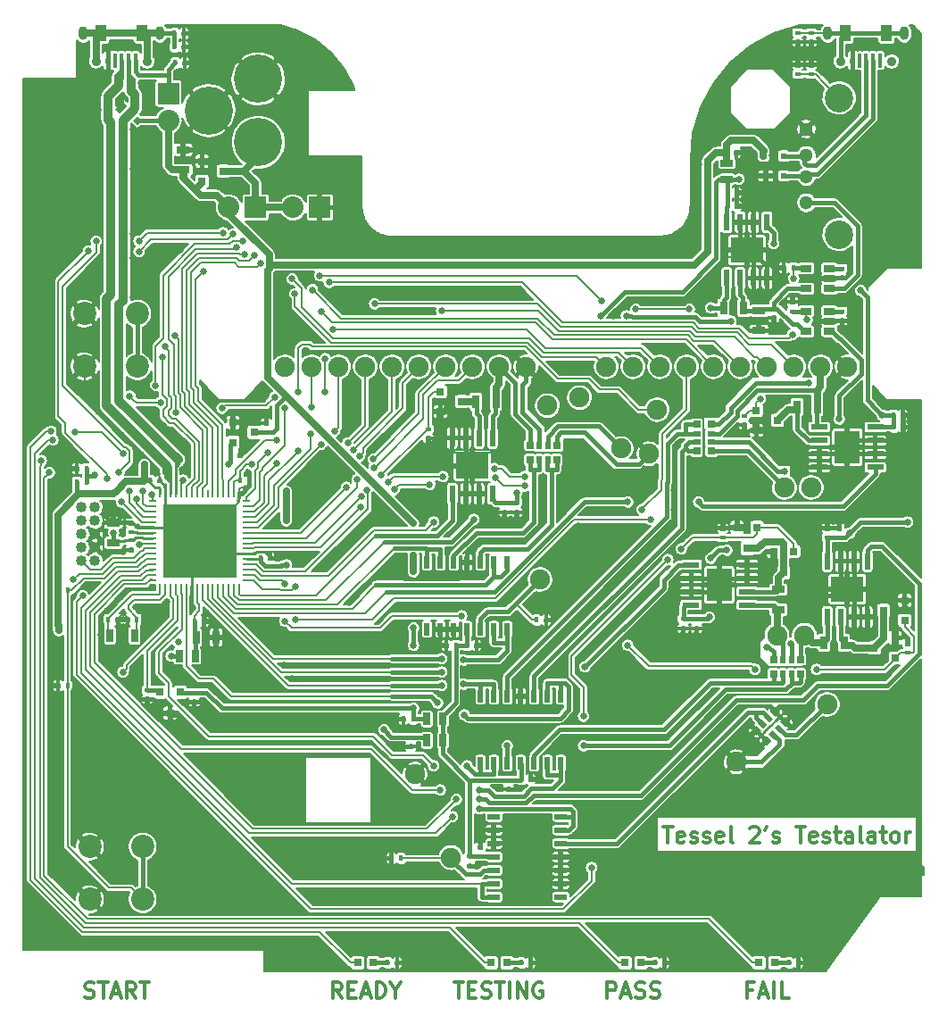
<source format=gbr>
G04 #@! TF.FileFunction,Copper,L1,Top,Signal*
%FSLAX46Y46*%
G04 Gerber Fmt 4.6, Leading zero omitted, Abs format (unit mm)*
G04 Created by KiCad (PCBNEW 0.201505312246+5692~23~ubuntu14.04.1-product) date Mon 01 Jun 2015 02:51:44 AM PDT*
%MOMM*%
G01*
G04 APERTURE LIST*
%ADD10C,0.100000*%
%ADD11C,0.300000*%
%ADD12C,1.300000*%
%ADD13C,2.700000*%
%ADD14O,0.900000X1.300000*%
%ADD15C,0.900000*%
%ADD16R,0.400000X1.350000*%
%ADD17R,1.100000X1.500000*%
%ADD18R,1.000000X0.600000*%
%ADD19R,0.600000X0.600000*%
%ADD20R,1.300000X0.700000*%
%ADD21C,2.200000*%
%ADD22R,0.508000X1.143000*%
%ADD23R,0.800100X0.800100*%
%ADD24R,0.599440X0.398780*%
%ADD25R,0.398780X0.599440*%
%ADD26R,0.700000X1.300000*%
%ADD27R,0.797560X0.797560*%
%ADD28R,2.032000X2.032000*%
%ADD29O,2.032000X2.032000*%
%ADD30C,4.572000*%
%ADD31C,1.016000*%
%ADD32R,0.635000X1.143000*%
%ADD33R,1.143000X0.635000*%
%ADD34R,0.500000X0.700000*%
%ADD35R,0.640000X0.700000*%
%ADD36R,0.700000X0.500000*%
%ADD37R,0.700000X0.640000*%
%ADD38R,1.060000X0.650000*%
%ADD39R,1.143000X0.508000*%
%ADD40R,0.650000X1.300000*%
%ADD41C,1.900000*%
%ADD42R,0.280000X0.750000*%
%ADD43R,0.750000X0.280000*%
%ADD44R,7.000000X7.000000*%
%ADD45R,2.100000X2.100000*%
%ADD46R,1.600200X0.533400*%
%ADD47R,2.413000X3.098800*%
%ADD48R,0.533400X1.600200*%
%ADD49R,3.098800X2.413000*%
%ADD50C,0.635000*%
%ADD51C,0.381000*%
%ADD52C,0.635000*%
%ADD53C,0.203200*%
%ADD54C,0.254000*%
%ADD55C,0.876300*%
%ADD56C,0.863600*%
%ADD57C,0.205740*%
G04 APERTURE END LIST*
D10*
D11*
X112110715Y-211268571D02*
X112967858Y-211268571D01*
X112539287Y-212768571D02*
X112539287Y-211268571D01*
X114039286Y-212697143D02*
X113896429Y-212768571D01*
X113610715Y-212768571D01*
X113467858Y-212697143D01*
X113396429Y-212554286D01*
X113396429Y-211982857D01*
X113467858Y-211840000D01*
X113610715Y-211768571D01*
X113896429Y-211768571D01*
X114039286Y-211840000D01*
X114110715Y-211982857D01*
X114110715Y-212125714D01*
X113396429Y-212268571D01*
X114682143Y-212697143D02*
X114825000Y-212768571D01*
X115110715Y-212768571D01*
X115253572Y-212697143D01*
X115325000Y-212554286D01*
X115325000Y-212482857D01*
X115253572Y-212340000D01*
X115110715Y-212268571D01*
X114896429Y-212268571D01*
X114753572Y-212197143D01*
X114682143Y-212054286D01*
X114682143Y-211982857D01*
X114753572Y-211840000D01*
X114896429Y-211768571D01*
X115110715Y-211768571D01*
X115253572Y-211840000D01*
X115896429Y-212697143D02*
X116039286Y-212768571D01*
X116325001Y-212768571D01*
X116467858Y-212697143D01*
X116539286Y-212554286D01*
X116539286Y-212482857D01*
X116467858Y-212340000D01*
X116325001Y-212268571D01*
X116110715Y-212268571D01*
X115967858Y-212197143D01*
X115896429Y-212054286D01*
X115896429Y-211982857D01*
X115967858Y-211840000D01*
X116110715Y-211768571D01*
X116325001Y-211768571D01*
X116467858Y-211840000D01*
X117753572Y-212697143D02*
X117610715Y-212768571D01*
X117325001Y-212768571D01*
X117182144Y-212697143D01*
X117110715Y-212554286D01*
X117110715Y-211982857D01*
X117182144Y-211840000D01*
X117325001Y-211768571D01*
X117610715Y-211768571D01*
X117753572Y-211840000D01*
X117825001Y-211982857D01*
X117825001Y-212125714D01*
X117110715Y-212268571D01*
X118682144Y-212768571D02*
X118539286Y-212697143D01*
X118467858Y-212554286D01*
X118467858Y-211268571D01*
X120325000Y-211411429D02*
X120396429Y-211340000D01*
X120539286Y-211268571D01*
X120896429Y-211268571D01*
X121039286Y-211340000D01*
X121110715Y-211411429D01*
X121182143Y-211554286D01*
X121182143Y-211697143D01*
X121110715Y-211911429D01*
X120253572Y-212768571D01*
X121182143Y-212768571D01*
X121896428Y-211268571D02*
X121753571Y-211554286D01*
X122467857Y-212697143D02*
X122610714Y-212768571D01*
X122896429Y-212768571D01*
X123039286Y-212697143D01*
X123110714Y-212554286D01*
X123110714Y-212482857D01*
X123039286Y-212340000D01*
X122896429Y-212268571D01*
X122682143Y-212268571D01*
X122539286Y-212197143D01*
X122467857Y-212054286D01*
X122467857Y-211982857D01*
X122539286Y-211840000D01*
X122682143Y-211768571D01*
X122896429Y-211768571D01*
X123039286Y-211840000D01*
X124682143Y-211268571D02*
X125539286Y-211268571D01*
X125110715Y-212768571D02*
X125110715Y-211268571D01*
X126610714Y-212697143D02*
X126467857Y-212768571D01*
X126182143Y-212768571D01*
X126039286Y-212697143D01*
X125967857Y-212554286D01*
X125967857Y-211982857D01*
X126039286Y-211840000D01*
X126182143Y-211768571D01*
X126467857Y-211768571D01*
X126610714Y-211840000D01*
X126682143Y-211982857D01*
X126682143Y-212125714D01*
X125967857Y-212268571D01*
X127253571Y-212697143D02*
X127396428Y-212768571D01*
X127682143Y-212768571D01*
X127825000Y-212697143D01*
X127896428Y-212554286D01*
X127896428Y-212482857D01*
X127825000Y-212340000D01*
X127682143Y-212268571D01*
X127467857Y-212268571D01*
X127325000Y-212197143D01*
X127253571Y-212054286D01*
X127253571Y-211982857D01*
X127325000Y-211840000D01*
X127467857Y-211768571D01*
X127682143Y-211768571D01*
X127825000Y-211840000D01*
X128325000Y-211768571D02*
X128896429Y-211768571D01*
X128539286Y-211268571D02*
X128539286Y-212554286D01*
X128610714Y-212697143D01*
X128753572Y-212768571D01*
X128896429Y-212768571D01*
X130039286Y-212768571D02*
X130039286Y-211982857D01*
X129967857Y-211840000D01*
X129825000Y-211768571D01*
X129539286Y-211768571D01*
X129396429Y-211840000D01*
X130039286Y-212697143D02*
X129896429Y-212768571D01*
X129539286Y-212768571D01*
X129396429Y-212697143D01*
X129325000Y-212554286D01*
X129325000Y-212411429D01*
X129396429Y-212268571D01*
X129539286Y-212197143D01*
X129896429Y-212197143D01*
X130039286Y-212125714D01*
X130967858Y-212768571D02*
X130825000Y-212697143D01*
X130753572Y-212554286D01*
X130753572Y-211268571D01*
X132182143Y-212768571D02*
X132182143Y-211982857D01*
X132110714Y-211840000D01*
X131967857Y-211768571D01*
X131682143Y-211768571D01*
X131539286Y-211840000D01*
X132182143Y-212697143D02*
X132039286Y-212768571D01*
X131682143Y-212768571D01*
X131539286Y-212697143D01*
X131467857Y-212554286D01*
X131467857Y-212411429D01*
X131539286Y-212268571D01*
X131682143Y-212197143D01*
X132039286Y-212197143D01*
X132182143Y-212125714D01*
X132682143Y-211768571D02*
X133253572Y-211768571D01*
X132896429Y-211268571D02*
X132896429Y-212554286D01*
X132967857Y-212697143D01*
X133110715Y-212768571D01*
X133253572Y-212768571D01*
X133967858Y-212768571D02*
X133825000Y-212697143D01*
X133753572Y-212625714D01*
X133682143Y-212482857D01*
X133682143Y-212054286D01*
X133753572Y-211911429D01*
X133825000Y-211840000D01*
X133967858Y-211768571D01*
X134182143Y-211768571D01*
X134325000Y-211840000D01*
X134396429Y-211911429D01*
X134467858Y-212054286D01*
X134467858Y-212482857D01*
X134396429Y-212625714D01*
X134325000Y-212697143D01*
X134182143Y-212768571D01*
X133967858Y-212768571D01*
X135110715Y-212768571D02*
X135110715Y-211768571D01*
X135110715Y-212054286D02*
X135182143Y-211911429D01*
X135253572Y-211840000D01*
X135396429Y-211768571D01*
X135539286Y-211768571D01*
X57233715Y-227429143D02*
X57448001Y-227500571D01*
X57805144Y-227500571D01*
X57948001Y-227429143D01*
X58019430Y-227357714D01*
X58090858Y-227214857D01*
X58090858Y-227072000D01*
X58019430Y-226929143D01*
X57948001Y-226857714D01*
X57805144Y-226786286D01*
X57519430Y-226714857D01*
X57376572Y-226643429D01*
X57305144Y-226572000D01*
X57233715Y-226429143D01*
X57233715Y-226286286D01*
X57305144Y-226143429D01*
X57376572Y-226072000D01*
X57519430Y-226000571D01*
X57876572Y-226000571D01*
X58090858Y-226072000D01*
X58519429Y-226000571D02*
X59376572Y-226000571D01*
X58948001Y-227500571D02*
X58948001Y-226000571D01*
X59805143Y-227072000D02*
X60519429Y-227072000D01*
X59662286Y-227500571D02*
X60162286Y-226000571D01*
X60662286Y-227500571D01*
X62019429Y-227500571D02*
X61519429Y-226786286D01*
X61162286Y-227500571D02*
X61162286Y-226000571D01*
X61733714Y-226000571D01*
X61876572Y-226072000D01*
X61948000Y-226143429D01*
X62019429Y-226286286D01*
X62019429Y-226500571D01*
X61948000Y-226643429D01*
X61876572Y-226714857D01*
X61733714Y-226786286D01*
X61162286Y-226786286D01*
X62448000Y-226000571D02*
X63305143Y-226000571D01*
X62876572Y-227500571D02*
X62876572Y-226000571D01*
X106755715Y-227500571D02*
X106755715Y-226000571D01*
X107327143Y-226000571D01*
X107470001Y-226072000D01*
X107541429Y-226143429D01*
X107612858Y-226286286D01*
X107612858Y-226500571D01*
X107541429Y-226643429D01*
X107470001Y-226714857D01*
X107327143Y-226786286D01*
X106755715Y-226786286D01*
X108184286Y-227072000D02*
X108898572Y-227072000D01*
X108041429Y-227500571D02*
X108541429Y-226000571D01*
X109041429Y-227500571D01*
X109470000Y-227429143D02*
X109684286Y-227500571D01*
X110041429Y-227500571D01*
X110184286Y-227429143D01*
X110255715Y-227357714D01*
X110327143Y-227214857D01*
X110327143Y-227072000D01*
X110255715Y-226929143D01*
X110184286Y-226857714D01*
X110041429Y-226786286D01*
X109755715Y-226714857D01*
X109612857Y-226643429D01*
X109541429Y-226572000D01*
X109470000Y-226429143D01*
X109470000Y-226286286D01*
X109541429Y-226143429D01*
X109612857Y-226072000D01*
X109755715Y-226000571D01*
X110112857Y-226000571D01*
X110327143Y-226072000D01*
X110898571Y-227429143D02*
X111112857Y-227500571D01*
X111470000Y-227500571D01*
X111612857Y-227429143D01*
X111684286Y-227357714D01*
X111755714Y-227214857D01*
X111755714Y-227072000D01*
X111684286Y-226929143D01*
X111612857Y-226857714D01*
X111470000Y-226786286D01*
X111184286Y-226714857D01*
X111041428Y-226643429D01*
X110970000Y-226572000D01*
X110898571Y-226429143D01*
X110898571Y-226286286D01*
X110970000Y-226143429D01*
X111041428Y-226072000D01*
X111184286Y-226000571D01*
X111541428Y-226000571D01*
X111755714Y-226072000D01*
X120527143Y-226714857D02*
X120027143Y-226714857D01*
X120027143Y-227500571D02*
X120027143Y-226000571D01*
X120741429Y-226000571D01*
X121241428Y-227072000D02*
X121955714Y-227072000D01*
X121098571Y-227500571D02*
X121598571Y-226000571D01*
X122098571Y-227500571D01*
X122598571Y-227500571D02*
X122598571Y-226000571D01*
X124027143Y-227500571D02*
X123312857Y-227500571D01*
X123312857Y-226000571D01*
X92234286Y-226000571D02*
X93091429Y-226000571D01*
X92662858Y-227500571D02*
X92662858Y-226000571D01*
X93591429Y-226714857D02*
X94091429Y-226714857D01*
X94305715Y-227500571D02*
X93591429Y-227500571D01*
X93591429Y-226000571D01*
X94305715Y-226000571D01*
X94877143Y-227429143D02*
X95091429Y-227500571D01*
X95448572Y-227500571D01*
X95591429Y-227429143D01*
X95662858Y-227357714D01*
X95734286Y-227214857D01*
X95734286Y-227072000D01*
X95662858Y-226929143D01*
X95591429Y-226857714D01*
X95448572Y-226786286D01*
X95162858Y-226714857D01*
X95020000Y-226643429D01*
X94948572Y-226572000D01*
X94877143Y-226429143D01*
X94877143Y-226286286D01*
X94948572Y-226143429D01*
X95020000Y-226072000D01*
X95162858Y-226000571D01*
X95520000Y-226000571D01*
X95734286Y-226072000D01*
X96162857Y-226000571D02*
X97020000Y-226000571D01*
X96591429Y-227500571D02*
X96591429Y-226000571D01*
X97520000Y-227500571D02*
X97520000Y-226000571D01*
X98234286Y-227500571D02*
X98234286Y-226000571D01*
X99091429Y-227500571D01*
X99091429Y-226000571D01*
X100591429Y-226072000D02*
X100448572Y-226000571D01*
X100234286Y-226000571D01*
X100020001Y-226072000D01*
X99877143Y-226214857D01*
X99805715Y-226357714D01*
X99734286Y-226643429D01*
X99734286Y-226857714D01*
X99805715Y-227143429D01*
X99877143Y-227286286D01*
X100020001Y-227429143D01*
X100234286Y-227500571D01*
X100377143Y-227500571D01*
X100591429Y-227429143D01*
X100662858Y-227357714D01*
X100662858Y-226857714D01*
X100377143Y-226857714D01*
X81570001Y-227500571D02*
X81070001Y-226786286D01*
X80712858Y-227500571D02*
X80712858Y-226000571D01*
X81284286Y-226000571D01*
X81427144Y-226072000D01*
X81498572Y-226143429D01*
X81570001Y-226286286D01*
X81570001Y-226500571D01*
X81498572Y-226643429D01*
X81427144Y-226714857D01*
X81284286Y-226786286D01*
X80712858Y-226786286D01*
X82212858Y-226714857D02*
X82712858Y-226714857D01*
X82927144Y-227500571D02*
X82212858Y-227500571D01*
X82212858Y-226000571D01*
X82927144Y-226000571D01*
X83498572Y-227072000D02*
X84212858Y-227072000D01*
X83355715Y-227500571D02*
X83855715Y-226000571D01*
X84355715Y-227500571D01*
X84855715Y-227500571D02*
X84855715Y-226000571D01*
X85212858Y-226000571D01*
X85427143Y-226072000D01*
X85570001Y-226214857D01*
X85641429Y-226357714D01*
X85712858Y-226643429D01*
X85712858Y-226857714D01*
X85641429Y-227143429D01*
X85570001Y-227286286D01*
X85427143Y-227429143D01*
X85212858Y-227500571D01*
X84855715Y-227500571D01*
X86641429Y-226786286D02*
X86641429Y-227500571D01*
X86141429Y-226000571D02*
X86641429Y-226786286D01*
X87141429Y-226000571D01*
D12*
X125660000Y-147590000D03*
X125660000Y-145090000D03*
X125660000Y-149590000D03*
X125660000Y-152090000D03*
D13*
X128760000Y-142140000D03*
X128760000Y-155090000D03*
D14*
X127693000Y-136017000D03*
X134943000Y-136017000D03*
D15*
X128893000Y-138667000D03*
X133743000Y-138667000D03*
D16*
X132618000Y-138592000D03*
X131968000Y-138592000D03*
X131318000Y-138592000D03*
X130668000Y-138592000D03*
X130018000Y-138592000D03*
D17*
X133268000Y-136017000D03*
X129368000Y-136017000D03*
D18*
X121805000Y-149540000D03*
D19*
X123505000Y-149540000D03*
X123505000Y-147640000D03*
X121605000Y-147640000D03*
D20*
X122999179Y-190666210D03*
X122999179Y-188766210D03*
D21*
X57190000Y-167600000D03*
X62190000Y-167600000D03*
X57190000Y-162600000D03*
X62190000Y-162600000D03*
D22*
X89662000Y-192532000D03*
X90932000Y-192532000D03*
X92202000Y-192532000D03*
X93472000Y-192532000D03*
X94742000Y-192532000D03*
X96012000Y-192532000D03*
X97282000Y-192532000D03*
X97282000Y-186182000D03*
X96012000Y-186182000D03*
X93472000Y-186182000D03*
X92202000Y-186182000D03*
X90932000Y-186182000D03*
X89662000Y-186182000D03*
X94742000Y-186182000D03*
D23*
X120919240Y-171770000D03*
X120919240Y-173670000D03*
X122918220Y-172720000D03*
D20*
X66548000Y-148971001D03*
X66548000Y-147071001D03*
D24*
X67593142Y-199429437D03*
X67593142Y-198530277D03*
X74422000Y-172963840D03*
X74422000Y-173863000D03*
X63148143Y-199175437D03*
X63148143Y-198276277D03*
D25*
X71950580Y-176022000D03*
X71051420Y-176022000D03*
X66616580Y-136016999D03*
X65717420Y-136016999D03*
D24*
X126111000Y-136847580D03*
X126111000Y-135948420D03*
X124841001Y-138996420D03*
X124841001Y-139895580D03*
D25*
X60325056Y-191611161D03*
X59425896Y-191611161D03*
X64330580Y-178435000D03*
X63431420Y-178435000D03*
X72839580Y-178435000D03*
X71940420Y-178435000D03*
X61262316Y-191611161D03*
X62161476Y-191611161D03*
X74813160Y-185801000D03*
X73914000Y-185801000D03*
D24*
X61595000Y-182430420D03*
X61595000Y-183329580D03*
X61595000Y-184980580D03*
X61595000Y-184081420D03*
D20*
X59944000Y-184338000D03*
X59944000Y-182438000D03*
D26*
X67757000Y-193294000D03*
X69657000Y-193294000D03*
D25*
X68521580Y-191770000D03*
X67622420Y-191770000D03*
X54668420Y-197866000D03*
X55567580Y-197866000D03*
D20*
X121158000Y-162306000D03*
X121158000Y-164206000D03*
D24*
X122555000Y-163009580D03*
X122555000Y-162110420D03*
D25*
X56446420Y-177292000D03*
X57345580Y-177292000D03*
X119009160Y-147320000D03*
X118110000Y-147320000D03*
D24*
X115252180Y-192451790D03*
X115252180Y-191552630D03*
D25*
X134815580Y-172212000D03*
X133916420Y-172212000D03*
D24*
X113982179Y-192451790D03*
X113982179Y-191552630D03*
D25*
X134815580Y-173355000D03*
X133916420Y-173355000D03*
D24*
X128778000Y-182938420D03*
X128778000Y-183837580D03*
X98171000Y-181424580D03*
X98171000Y-180525420D03*
X127635000Y-182938420D03*
X127635000Y-183837580D03*
X97028000Y-181424580D03*
X97028000Y-180525420D03*
D25*
X119067580Y-151130000D03*
X118168420Y-151130000D03*
X119067580Y-152400000D03*
X118168420Y-152400000D03*
X87434420Y-201041000D03*
X88333580Y-201041000D03*
X91498420Y-194056000D03*
X92397580Y-194056000D03*
X94371160Y-194056000D03*
X93472000Y-194056000D03*
D24*
X97409000Y-207713580D03*
X97409000Y-206814420D03*
D25*
X99509580Y-206756000D03*
X98610420Y-206756000D03*
D24*
X93726000Y-214952580D03*
X93726000Y-214053420D03*
X94742000Y-213164420D03*
X94742000Y-214063580D03*
D10*
G36*
X60833000Y-142504233D02*
X61257264Y-142928497D01*
X60550158Y-143635603D01*
X60125894Y-143211339D01*
X60833000Y-142504233D01*
X60833000Y-142504233D01*
G37*
G36*
X59489497Y-143847736D02*
X59913761Y-144272000D01*
X59489497Y-144696264D01*
X59065233Y-144272000D01*
X59489497Y-143847736D01*
X59489497Y-143847736D01*
G37*
G36*
X60833000Y-145191239D02*
X61257264Y-145615503D01*
X60833000Y-146039767D01*
X60408736Y-145615503D01*
X60833000Y-145191239D01*
X60833000Y-145191239D01*
G37*
G36*
X62176503Y-143847736D02*
X62600767Y-144272000D01*
X62176503Y-144696264D01*
X61752239Y-144272000D01*
X62176503Y-143847736D01*
X62176503Y-143847736D01*
G37*
D27*
X83094354Y-224155000D03*
X84592954Y-224155000D03*
X95770700Y-224155000D03*
X97269300Y-224155000D03*
X108470700Y-224155000D03*
X109969300Y-224155000D03*
X121170700Y-224155000D03*
X122669300Y-224155000D03*
D28*
X79502000Y-152527000D03*
D29*
X76962000Y-152527000D03*
D30*
X73660000Y-146334480D03*
X73660000Y-140335000D03*
X68961000Y-143334740D03*
D28*
X73406000Y-152527000D03*
D29*
X70866000Y-152527000D03*
D14*
X57081000Y-136017000D03*
X64331000Y-136017000D03*
D15*
X58281000Y-138667000D03*
X63131000Y-138667000D03*
D16*
X62006000Y-138592000D03*
X61356000Y-138592000D03*
X60706000Y-138592000D03*
X60056000Y-138592000D03*
X59406000Y-138592000D03*
D17*
X62656000Y-136017000D03*
X58756000Y-136017000D03*
D28*
X65151000Y-141732000D03*
D29*
X65151000Y-144272000D03*
D31*
X58166000Y-186055000D03*
X56896000Y-186055000D03*
X58166000Y-184785000D03*
X56896000Y-184785000D03*
X58166000Y-183515000D03*
X56896000Y-183515000D03*
X58166000Y-182245000D03*
X56896000Y-182245000D03*
X58166000Y-180975000D03*
X56896000Y-180975000D03*
D32*
X66167000Y-195072000D03*
X67691000Y-195072000D03*
D33*
X118110000Y-149860000D03*
X118110000Y-148336000D03*
D32*
X91186000Y-201041000D03*
X89662000Y-201041000D03*
D23*
X68341240Y-148148000D03*
X68341240Y-150048000D03*
X70340220Y-149098000D03*
X124457180Y-185159451D03*
X122557180Y-185159451D03*
X123507180Y-187158431D03*
X134096760Y-195260000D03*
X134096760Y-193360000D03*
X132097780Y-194310000D03*
X90947240Y-169992000D03*
X90947240Y-171892000D03*
X92946220Y-170942000D03*
D25*
X66616580Y-137287000D03*
X65717420Y-137287000D03*
X66685160Y-138811000D03*
X65786000Y-138811000D03*
D24*
X126111001Y-138996420D03*
X126111001Y-139895580D03*
D25*
X85934074Y-224155000D03*
X86833234Y-224155000D03*
X98610420Y-224155000D03*
X99509580Y-224155000D03*
X111310420Y-224155000D03*
X112209580Y-224155000D03*
X124010420Y-224155000D03*
X124909580Y-224155000D03*
X54668420Y-188849000D03*
X55567580Y-188849000D03*
X124401580Y-158242000D03*
X123502420Y-158242000D03*
D24*
X124333000Y-162374580D03*
X124333000Y-161475420D03*
X129032000Y-158300420D03*
X129032000Y-159199580D03*
X129032000Y-162364420D03*
X129032000Y-163263580D03*
D25*
X56446420Y-178562000D03*
X57345580Y-178562000D03*
D24*
X117729000Y-182938420D03*
X117729000Y-183837580D03*
X119761000Y-173169580D03*
X119761000Y-172270420D03*
X135255001Y-193860420D03*
X135255001Y-194759580D03*
X89789000Y-174439580D03*
X89789000Y-173540420D03*
D34*
X101111000Y-175068000D03*
X100311000Y-175068000D03*
D35*
X99441000Y-175068000D03*
X99441000Y-176468000D03*
D34*
X100311000Y-176468000D03*
X101111000Y-176468000D03*
D35*
X101981000Y-176468000D03*
X101981000Y-175068000D03*
D36*
X116651000Y-174771000D03*
X116651000Y-173971000D03*
D37*
X116651000Y-173101000D03*
X115251000Y-173101000D03*
D36*
X115251000Y-173971000D03*
X115251000Y-174771000D03*
D37*
X115251000Y-175641000D03*
X116651000Y-175641000D03*
D34*
X124225000Y-195388000D03*
X123425000Y-195388000D03*
D35*
X122555000Y-195388000D03*
X122555000Y-196788000D03*
D34*
X123425000Y-196788000D03*
X124225000Y-196788000D03*
D35*
X125095000Y-196788000D03*
X125095000Y-195388000D03*
D10*
G36*
X122568026Y-202919949D02*
X122073051Y-202424974D01*
X122426604Y-202071421D01*
X122921579Y-202566396D01*
X122568026Y-202919949D01*
X122568026Y-202919949D01*
G37*
G36*
X123133711Y-202354264D02*
X122638736Y-201859289D01*
X122992289Y-201505736D01*
X123487264Y-202000711D01*
X123133711Y-202354264D01*
X123133711Y-202354264D01*
G37*
G36*
X123699396Y-201788579D02*
X123204421Y-201293604D01*
X123656970Y-200841055D01*
X124151945Y-201336030D01*
X123699396Y-201788579D01*
X123699396Y-201788579D01*
G37*
G36*
X122709447Y-200798630D02*
X122214472Y-200303655D01*
X122667021Y-199851106D01*
X123161996Y-200346081D01*
X122709447Y-200798630D01*
X122709447Y-200798630D01*
G37*
G36*
X122143762Y-201364315D02*
X121648787Y-200869340D01*
X122002340Y-200515787D01*
X122497315Y-201010762D01*
X122143762Y-201364315D01*
X122143762Y-201364315D01*
G37*
G36*
X121578077Y-201930000D02*
X121083102Y-201435025D01*
X121436655Y-201081472D01*
X121931630Y-201576447D01*
X121578077Y-201930000D01*
X121578077Y-201930000D01*
G37*
G36*
X120913396Y-202594681D02*
X120418421Y-202099706D01*
X120870970Y-201647157D01*
X121365945Y-202142132D01*
X120913396Y-202594681D01*
X120913396Y-202594681D01*
G37*
G36*
X121903345Y-203584630D02*
X121408370Y-203089655D01*
X121860919Y-202637106D01*
X122355894Y-203132081D01*
X121903345Y-203584630D01*
X121903345Y-203584630D01*
G37*
D21*
X57698000Y-218146000D03*
X62698000Y-218146000D03*
X57698000Y-213146000D03*
X62698000Y-213146000D03*
D23*
X66257143Y-198487097D03*
X64357143Y-198487097D03*
X65307143Y-200486077D03*
X71262240Y-172913000D03*
X71262240Y-174813000D03*
X73261220Y-173863000D03*
D38*
X127846000Y-160208000D03*
X127846000Y-159258000D03*
X127846000Y-158308000D03*
X125646000Y-158308000D03*
X125646000Y-160208000D03*
X127846000Y-164272001D03*
X127846000Y-163322001D03*
X127846000Y-162372001D03*
X125646000Y-162372001D03*
X125646000Y-164272001D03*
D22*
X94742000Y-205232000D03*
X96012000Y-205232000D03*
X97282000Y-205232000D03*
X98552000Y-205232000D03*
X99822000Y-205232000D03*
X101092000Y-205232000D03*
X102362000Y-205232000D03*
X102362000Y-198882000D03*
X101092000Y-198882000D03*
X98552000Y-198882000D03*
X97282000Y-198882000D03*
X96012000Y-198882000D03*
X94742000Y-198882000D03*
X99822000Y-198882000D03*
D39*
X96012000Y-210312000D03*
X96012000Y-211582000D03*
X96012000Y-212852000D03*
X96012000Y-214122000D03*
X96012000Y-215392000D03*
X96012000Y-216662000D03*
X96012000Y-217932000D03*
X102362000Y-217932000D03*
X102362000Y-216662000D03*
X102362000Y-214122000D03*
X102362000Y-212852000D03*
X102362000Y-211582000D03*
X102362000Y-210312000D03*
X102362000Y-215392000D03*
D40*
X59589476Y-193135161D03*
X61939476Y-193135161D03*
D41*
X76200000Y-167640000D03*
X83820000Y-167640000D03*
X88900000Y-167640000D03*
X111506000Y-171704000D03*
X86360000Y-167640000D03*
X91440000Y-167640000D03*
X93980000Y-167640000D03*
X81280000Y-167640000D03*
X78740000Y-167640000D03*
X121920000Y-167640000D03*
X124460000Y-167640000D03*
X111760000Y-167640000D03*
X109220000Y-167640000D03*
X114300000Y-167640000D03*
X116840000Y-167640000D03*
X119380000Y-167640000D03*
X101092000Y-171323000D03*
X104140000Y-170561000D03*
X106680000Y-167640000D03*
X110731300Y-175895000D03*
X126111000Y-179070000D03*
X122872500Y-193103500D03*
X127000000Y-167640000D03*
X125476000Y-193103500D03*
X96520000Y-167640000D03*
X100406200Y-187807600D03*
X91948000Y-214185500D03*
X108077000Y-175387000D03*
X127635000Y-199644000D03*
X123571000Y-179070000D03*
X118999000Y-205105000D03*
X88519000Y-206248000D03*
X99060000Y-167640000D03*
X129540000Y-167640000D03*
D26*
X126680000Y-171450000D03*
X124780000Y-171450000D03*
X127320000Y-193802000D03*
X129220000Y-193802000D03*
X96200000Y-170942000D03*
X94300000Y-170942000D03*
X117795000Y-162052000D03*
X119695000Y-162052000D03*
D24*
X124841000Y-136847580D03*
X124841000Y-135948420D03*
D23*
X120985695Y-182878284D03*
X119085695Y-182878284D03*
X120035695Y-184877264D03*
X134985760Y-191703999D03*
X134985760Y-189803999D03*
X132986780Y-190753999D03*
D42*
X64359753Y-188578253D03*
X64859753Y-188578253D03*
X65359753Y-188578253D03*
X65859753Y-188578253D03*
X66359753Y-188578253D03*
X66859753Y-188578253D03*
X67359753Y-188578253D03*
X67859753Y-188578253D03*
X68359753Y-188578253D03*
X68859753Y-188578253D03*
X69359753Y-188578253D03*
X69859753Y-188578253D03*
X70359753Y-188578253D03*
X70859753Y-188578253D03*
X71359753Y-188578253D03*
X71859753Y-188578253D03*
D43*
X72559753Y-187878253D03*
X72559753Y-187378253D03*
X72559753Y-186878253D03*
X72559753Y-186378253D03*
X72559753Y-185878253D03*
X72559753Y-185378253D03*
X72559753Y-184878253D03*
X72559753Y-184378253D03*
X72559753Y-183878253D03*
X72559753Y-183378253D03*
X72559753Y-182878253D03*
X72559753Y-182378253D03*
X72559753Y-181878253D03*
X72559753Y-181378253D03*
X72559753Y-180878253D03*
X72559753Y-180378253D03*
D42*
X71859753Y-179678253D03*
X71359753Y-179678253D03*
X70859753Y-179678253D03*
X70359753Y-179678253D03*
X69859753Y-179678253D03*
X69359753Y-179678253D03*
X68859753Y-179678253D03*
X68359753Y-179678253D03*
X67859753Y-179678253D03*
X67359753Y-179678253D03*
X66859753Y-179678253D03*
X66359753Y-179678253D03*
X65859753Y-179678253D03*
X65359753Y-179678253D03*
X64859753Y-179678253D03*
X64359753Y-179678253D03*
D43*
X63659753Y-180378253D03*
X63659753Y-180878253D03*
X63659753Y-181378253D03*
X63659753Y-181878253D03*
X63659753Y-182378253D03*
X63659753Y-182878253D03*
X63659753Y-183378253D03*
X63659753Y-183878253D03*
X63659753Y-184378253D03*
X63659753Y-184878253D03*
X63659753Y-185378253D03*
X63659753Y-185878253D03*
X63659753Y-186378253D03*
X63659753Y-186878253D03*
X63659753Y-187378253D03*
X63659753Y-187878253D03*
D44*
X68109753Y-184128253D03*
D45*
X68109753Y-186378253D03*
X68109753Y-184128253D03*
X68109753Y-181878253D03*
X65859753Y-186378253D03*
X65859753Y-184128253D03*
X65859753Y-181878253D03*
X70359753Y-186378253D03*
X70359753Y-184128253D03*
X70359753Y-181878253D03*
D46*
X114731480Y-190224210D03*
X114731480Y-188954210D03*
X114731480Y-187684210D03*
X114731480Y-186414210D03*
X120040080Y-186414210D03*
X120040080Y-187684210D03*
X120040080Y-188954210D03*
X120040080Y-190224210D03*
D47*
X117385780Y-188319210D03*
D46*
X132194300Y-173355000D03*
X132194300Y-174625000D03*
X132194300Y-175895000D03*
X132194300Y-177165000D03*
X126885700Y-177165000D03*
X126885700Y-175895000D03*
X126885700Y-174625000D03*
X126885700Y-173355000D03*
D47*
X129540000Y-175260000D03*
D48*
X127635000Y-186067700D03*
X128905000Y-186067700D03*
X130175000Y-186067700D03*
X131445000Y-186067700D03*
X131445000Y-191376300D03*
X130175000Y-191376300D03*
X128905000Y-191376300D03*
X127635000Y-191376300D03*
D49*
X129540000Y-188722000D03*
D48*
X95885000Y-179692300D03*
X94615000Y-179692300D03*
X93345000Y-179692300D03*
X92075000Y-179692300D03*
X92075000Y-174383700D03*
X93345000Y-174383700D03*
X94615000Y-174383700D03*
X95885000Y-174383700D03*
D49*
X93980000Y-177038000D03*
D48*
X118110000Y-153911300D03*
X119380000Y-153911300D03*
X120650000Y-153911300D03*
X121920000Y-153911300D03*
X121920000Y-159219900D03*
X120650000Y-159219900D03*
X119380000Y-159219900D03*
X118110000Y-159219900D03*
D49*
X120015000Y-156565600D03*
D24*
X88138000Y-203649580D03*
X88138000Y-202750420D03*
D32*
X91186000Y-203073000D03*
X89662000Y-203073000D03*
D25*
X100965000Y-191643000D03*
X100065840Y-191643000D03*
X86291420Y-214249000D03*
X87190580Y-214249000D03*
D50*
X66099039Y-193734039D03*
X115062000Y-157988000D03*
X116586000Y-162052000D03*
X88392000Y-182499000D03*
X88392000Y-200025000D03*
X88392000Y-194056000D03*
X88392000Y-192405000D03*
X88392000Y-185547000D03*
X88392000Y-187071000D03*
X71247000Y-197358000D03*
X70104000Y-198882000D03*
X87376000Y-203581000D03*
X86741000Y-201034726D03*
X128905000Y-184912000D03*
X130175000Y-184912000D03*
X130175000Y-192659000D03*
X131445000Y-192659000D03*
X133477000Y-175895000D03*
X133477000Y-174625000D03*
X93345000Y-173228000D03*
X92075000Y-173228000D03*
X113131579Y-179307725D03*
X66228453Y-156525453D03*
X126873000Y-138938000D03*
X129908581Y-140072874D03*
X132715000Y-139954000D03*
X124206000Y-200025000D03*
X134493000Y-216281000D03*
X135382000Y-209169000D03*
X135890000Y-196850000D03*
X124333000Y-203454000D03*
X129032000Y-198882000D03*
X58223130Y-165761029D03*
X58223130Y-164084000D03*
X63881000Y-197231000D03*
X68685590Y-190936918D03*
X75311000Y-153670000D03*
X72009000Y-151003000D03*
X68453000Y-153162000D03*
X69215000Y-147955000D03*
X133858000Y-157480000D03*
X130048000Y-152400000D03*
X133459776Y-137738535D03*
X126746000Y-150241000D03*
X124587000Y-150368000D03*
X122682000Y-150368000D03*
X122428000Y-147574000D03*
X124460000Y-146812000D03*
X126492000Y-146685000D03*
X126111000Y-137545215D03*
X76835000Y-197231000D03*
X76073000Y-195948310D03*
X118295402Y-198958210D03*
X113850402Y-183954402D03*
X121158000Y-192532000D03*
X124206000Y-192024000D03*
X105029000Y-181356000D03*
X109093000Y-181356000D03*
X104013000Y-182753000D03*
X114681000Y-181356000D03*
X113131579Y-181178220D03*
X127889000Y-171577000D03*
X125730000Y-172212000D03*
X121793000Y-179197000D03*
X135001000Y-180975000D03*
X135509000Y-184277000D03*
X132461000Y-185420000D03*
X132969000Y-197104000D03*
X126111000Y-195008500D03*
X126111000Y-197358000D03*
X119888000Y-182880000D03*
X122555000Y-186055000D03*
X128742986Y-182340535D03*
X121899452Y-194206288D03*
X124206000Y-193929000D03*
X106286320Y-210439000D03*
X104660680Y-210439000D03*
X102870000Y-168160680D03*
X57785000Y-188468000D03*
X56515000Y-198501000D03*
X67310000Y-215900000D03*
X92583000Y-202946000D03*
X66040000Y-196723000D03*
X79121000Y-222250000D03*
X81407000Y-221615000D03*
X93726000Y-221361000D03*
X106426000Y-221107000D03*
X105029000Y-218694000D03*
X100330000Y-224155000D03*
X87630000Y-224155000D03*
X108585000Y-183261000D03*
X102270855Y-181772855D03*
X98425000Y-160655000D03*
X91567000Y-208534000D03*
X131953000Y-136773900D03*
X54864000Y-175387000D03*
X65353503Y-181372003D03*
X67191003Y-181372003D03*
X69028503Y-181372003D03*
X70866003Y-181372003D03*
X70866003Y-183209503D03*
X69028503Y-183209503D03*
X67191003Y-183209503D03*
X65353503Y-183209503D03*
X65353503Y-185047003D03*
X65353503Y-186884503D03*
X67191003Y-186884503D03*
X67191003Y-185047003D03*
X69028503Y-185047003D03*
X69028503Y-186884503D03*
X70866003Y-186884503D03*
X70866003Y-185047003D03*
X71247000Y-171958000D03*
X55753000Y-177292000D03*
X67310000Y-136017000D03*
X60655210Y-181610000D03*
X59232790Y-181610000D03*
X60706000Y-142113000D03*
X67564000Y-147066000D03*
X66548000Y-146304000D03*
X74422000Y-172339000D03*
X59309000Y-137541000D03*
X59309000Y-139700000D03*
X67310000Y-138811000D03*
X115186356Y-193038905D03*
X113929121Y-193038905D03*
X63627000Y-188548955D03*
X60579000Y-189484000D03*
X59563000Y-194310000D03*
X61771518Y-194360780D03*
X69469000Y-192151000D03*
X68961000Y-193294000D03*
X75438000Y-185674000D03*
X53999493Y-197866000D03*
X125730000Y-224155000D03*
X113030000Y-224155000D03*
X129792491Y-157257285D03*
X129794000Y-163195000D03*
X94488000Y-214884000D03*
X113469402Y-174937402D03*
X113080790Y-182626000D03*
X111252000Y-184404000D03*
X107823000Y-187833000D03*
X104394000Y-191389000D03*
X90932000Y-194056000D03*
X94996000Y-194056000D03*
X100711000Y-178181000D03*
X100711000Y-181864000D03*
X94742000Y-212598000D03*
X125857000Y-169153790D03*
X123571000Y-177546000D03*
X98171000Y-207645000D03*
X100076000Y-206756000D03*
X97028000Y-181991000D03*
X98171000Y-181991000D03*
X91694000Y-171450000D03*
X90932000Y-172720000D03*
X94996000Y-176403000D03*
X92964000Y-176403000D03*
X124968000Y-177165000D03*
X124968000Y-175895000D03*
X116776179Y-189335211D03*
X118046179Y-189335210D03*
X116776181Y-187303210D03*
X118046181Y-187303210D03*
X60826865Y-185153730D03*
X135542523Y-138467532D03*
X130556000Y-137396298D03*
X60838275Y-190993793D03*
X60833000Y-192278000D03*
X65307142Y-201265857D03*
X63148143Y-199741857D03*
X64545143Y-200503857D03*
X62865000Y-193167000D03*
X62035039Y-190432039D03*
X64989415Y-189957415D03*
X67453256Y-190500000D03*
X126746000Y-159258000D03*
X126746000Y-163322000D03*
X124333000Y-160919210D03*
X123444000Y-159131000D03*
X121031000Y-157226000D03*
X121031000Y-155956000D03*
X119125998Y-155956000D03*
X119126000Y-157226000D03*
X122555000Y-163576000D03*
X119634000Y-147320000D03*
X119634000Y-151130000D03*
X119634000Y-152400000D03*
X135432790Y-172397401D03*
X134747000Y-174117000D03*
X128905000Y-176276000D03*
X130175002Y-176276000D03*
X128905000Y-174244000D03*
X130175000Y-174244002D03*
X121793000Y-173609000D03*
X120904000Y-172847000D03*
X119761000Y-173863000D03*
X127635000Y-182372001D03*
X128524000Y-188087004D03*
X128524000Y-189357000D03*
X130555997Y-189356997D03*
X130556000Y-188087000D03*
X134112000Y-192532001D03*
X59308998Y-190754000D03*
X68326000Y-199390002D03*
X66040000Y-200660000D03*
X58737550Y-193040000D03*
X92964000Y-177419000D03*
X94996000Y-177419000D03*
X121158000Y-163321986D03*
X64008000Y-177749210D03*
X60706000Y-174117000D03*
X58479039Y-171898961D03*
X62547510Y-140716000D03*
X61791860Y-145161000D03*
X65405000Y-174244000D03*
X66975928Y-175183780D03*
X72182992Y-175006000D03*
X72724394Y-177795816D03*
X98872052Y-184199507D03*
X95369281Y-184199507D03*
X64008000Y-172847000D03*
X62899178Y-171913638D03*
X103124000Y-175006000D03*
X106553000Y-177292000D03*
X52705000Y-221615000D03*
X76454000Y-218694000D03*
X78867000Y-217551000D03*
X93726000Y-217805000D03*
X99060000Y-217932000D03*
X99060000Y-210566000D03*
X94615000Y-210566000D03*
X108331000Y-205867000D03*
X104521000Y-205867000D03*
X98425000Y-194183000D03*
X99187000Y-192278000D03*
X94361000Y-190500000D03*
X87122000Y-190500000D03*
X87122000Y-192151000D03*
X79502000Y-193929000D03*
X74676000Y-192532000D03*
X75438000Y-198120000D03*
X91686370Y-198628000D03*
X89535000Y-199898000D03*
X93472000Y-187071000D03*
X86233000Y-186563000D03*
X77851000Y-185928000D03*
X95250000Y-168910000D03*
X97282000Y-170053000D03*
X130175000Y-181610000D03*
X122555000Y-181610000D03*
X115570000Y-176530000D03*
X115570000Y-169545000D03*
X113030000Y-169545000D03*
X107950000Y-171450000D03*
X100958849Y-172787662D03*
X115316000Y-160909000D03*
X110236000Y-161417000D03*
X107315000Y-162801231D03*
X124333000Y-165862000D03*
X124968000Y-155575000D03*
X126492000Y-153670000D03*
X123444000Y-151257000D03*
X123190000Y-153924000D03*
X114935000Y-155448000D03*
X115443000Y-148463000D03*
X102870000Y-156591000D03*
X94361000Y-156337000D03*
X54356000Y-194564000D03*
X53467000Y-142367000D03*
X52578000Y-157480000D03*
X52959000Y-168148000D03*
X53721000Y-170942000D03*
X63246000Y-166370000D03*
X63500000Y-163703000D03*
X63106310Y-169012671D03*
X80166166Y-185928719D03*
X82042000Y-177800000D03*
X77165210Y-181229000D03*
X75311000Y-182753000D03*
X84387039Y-175446039D03*
X81447893Y-174369487D03*
X82423000Y-169799000D03*
X84963000Y-169799000D03*
X80262485Y-175554890D03*
X86868000Y-177292000D03*
X87249000Y-179959000D03*
X85725000Y-181102000D03*
X89281000Y-181991000D03*
X78105000Y-166116000D03*
X77216000Y-165100000D03*
X78232000Y-164084000D03*
X75565000Y-160909000D03*
X75438000Y-163576000D03*
X88265000Y-210705690D03*
X84903961Y-205291039D03*
X67183000Y-204597000D03*
X73279000Y-210439000D03*
X73787000Y-212598000D03*
X92583000Y-216027000D03*
X92583000Y-211709000D03*
X82299791Y-189979287D03*
X74549000Y-169926000D03*
X62883365Y-143418796D03*
X58477130Y-143256000D03*
X58661300Y-154879040D03*
X58547000Y-151942800D03*
X58417460Y-147205700D03*
X61817270Y-157353000D03*
X61817270Y-148844000D03*
X61817270Y-155067000D03*
X61817266Y-161022731D03*
X61478780Y-164084000D03*
X61481640Y-166142295D03*
X58663347Y-160264647D03*
X61481629Y-169057710D03*
X62555277Y-175950723D03*
X66479645Y-177418032D03*
X58674000Y-157480000D03*
X129217407Y-147886409D03*
X129540000Y-144145000D03*
X118491000Y-144272000D03*
X132715000Y-142621000D03*
X131262391Y-145857195D03*
X132461000Y-144653000D03*
X118999000Y-139446000D03*
X123444000Y-137668000D03*
X120650000Y-152780996D03*
X121920006Y-160528000D03*
X120650000Y-160528000D03*
X121285000Y-187706000D03*
X121285000Y-186436000D03*
X113538000Y-187706000D03*
X113538000Y-188976000D03*
X135001000Y-190754000D03*
X134112000Y-189865000D03*
X134112000Y-194183000D03*
X94615000Y-180848000D03*
X93345000Y-180848000D03*
X93726000Y-185039000D03*
X116840002Y-198374000D03*
X119888000Y-196786500D03*
X93599000Y-198628000D03*
X102362000Y-195707000D03*
X100711000Y-194945000D03*
X98552000Y-199771000D03*
X98552000Y-197993000D03*
X101473000Y-214122000D03*
X103251000Y-214122000D03*
X112395000Y-202819000D03*
X108458000Y-202819000D03*
X102997000Y-202819000D03*
X99695000Y-202819000D03*
X109728000Y-200660000D03*
X114808000Y-197612000D03*
X107061000Y-194945000D03*
X104648000Y-194945000D03*
X107442000Y-192151000D03*
X85598000Y-202057000D03*
X76327004Y-182245000D03*
X65405006Y-195072000D03*
X59944002Y-179705000D03*
X54737000Y-192659000D03*
X76327000Y-186436000D03*
X76327000Y-179451000D03*
X62865000Y-176911000D03*
X59944000Y-183388000D03*
X70866000Y-176911000D03*
X73025000Y-176911000D03*
X61425705Y-179408705D03*
X58166000Y-177927000D03*
X53994100Y-173755100D03*
X64560374Y-166746208D03*
X54194476Y-174569010D03*
X60833000Y-175895000D03*
X56261000Y-173863000D03*
X66507473Y-178384200D03*
X53086020Y-176530000D03*
X65773271Y-164719000D03*
X53848000Y-177673000D03*
X64789906Y-165718914D03*
X62377304Y-184476396D03*
X77216000Y-188468000D03*
X77216000Y-191643000D03*
X113791998Y-184912000D03*
X110871000Y-182118000D03*
X90297000Y-182372000D03*
X121285000Y-170688000D03*
X120777000Y-196342000D03*
X126619000Y-196342000D03*
X108712000Y-194056000D03*
X76200000Y-188214000D03*
X76200000Y-191770006D03*
X92963996Y-191262000D03*
X85344000Y-177927000D03*
X83962627Y-179304466D03*
X124460000Y-159258000D03*
X62103000Y-180213000D03*
X114554000Y-162179000D03*
X109474001Y-162178999D03*
X106198054Y-161378805D03*
X79502000Y-159004000D03*
X60452000Y-177660320D03*
X70342373Y-154920466D03*
X58291844Y-155747454D03*
X62360125Y-155705677D03*
X71266416Y-155054260D03*
X60706000Y-180467000D03*
X125730000Y-163195000D03*
X124333000Y-164592000D03*
X80391000Y-159639000D03*
X59290467Y-178269688D03*
X62360125Y-156714323D03*
X57590403Y-156635497D03*
X104521000Y-203581000D03*
X97282000Y-203581000D03*
X60833000Y-196596000D03*
X70231000Y-171577000D03*
X64389040Y-171036863D03*
X75231387Y-170523795D03*
X61481640Y-170434000D03*
X91059004Y-196596000D03*
X104647996Y-196088000D03*
X92456000Y-208661000D03*
X94615000Y-208661000D03*
X108712004Y-180467000D03*
X115443000Y-180467000D03*
X122555000Y-155956000D03*
X118491000Y-163322000D03*
X108585000Y-162801226D03*
X94107000Y-182118000D03*
X93218000Y-200660000D03*
X90678000Y-199517000D03*
X90932000Y-207772000D03*
X94615000Y-207772000D03*
X90297000Y-205485996D03*
X93472000Y-205486000D03*
X92074996Y-210312000D03*
X94615000Y-209550000D03*
X96116138Y-178178745D03*
X98933000Y-178943000D03*
X89928680Y-178816000D03*
X86573904Y-179279498D03*
X83361715Y-180932085D03*
X96050116Y-177292000D03*
X98933000Y-178054000D03*
X85979000Y-178562004D03*
X83439000Y-179959000D03*
X91186000Y-178054000D03*
X83036796Y-178329204D03*
X84582000Y-176403000D03*
X82040664Y-179067931D03*
X84640494Y-177243754D03*
X79629000Y-175006000D03*
X80899006Y-173736000D03*
X78740000Y-171450000D03*
X78613000Y-173990000D03*
X77470000Y-175641000D03*
X82159995Y-174867706D03*
X75437994Y-176784000D03*
X83272616Y-176118398D03*
X77470000Y-170053000D03*
X76200000Y-171577000D03*
X74549000Y-175768000D03*
X82682395Y-175523219D03*
X75438000Y-174625000D03*
X80010000Y-166865310D03*
X91059000Y-162306000D03*
X80010000Y-170053000D03*
X68453000Y-158623000D03*
X84709000Y-161671000D03*
X73864236Y-157820144D03*
X80772000Y-164084000D03*
X73279000Y-157099000D03*
X76880368Y-159305776D03*
X72352648Y-156959270D03*
X77148047Y-160722953D03*
X71569940Y-156298862D03*
X63533188Y-179716062D03*
X79629000Y-162433000D03*
X65843752Y-171957999D03*
X72173845Y-155690169D03*
X62738000Y-179451000D03*
X78799077Y-160329484D03*
X63938054Y-169394181D03*
X110060754Y-181178220D03*
X105283000Y-215138000D03*
X104521000Y-200787000D03*
X57023000Y-189357000D03*
X56120046Y-187819046D03*
X112522000Y-185928000D03*
X91059000Y-195326000D03*
X93108790Y-195453000D03*
X91059000Y-197866000D03*
X93108790Y-197739000D03*
X128778002Y-172593000D03*
X132842000Y-172212000D03*
X129794000Y-183388008D03*
X135255000Y-182372000D03*
X118110000Y-185039000D03*
X98171000Y-179578000D03*
X106172000Y-162801226D03*
X130810000Y-160401000D03*
X119253000Y-149860000D03*
X116459000Y-191389000D03*
X116585994Y-185801000D03*
D51*
X88333580Y-201041000D02*
X89662000Y-201041000D01*
X88392000Y-200025000D02*
X88392000Y-200982580D01*
X88392000Y-200982580D02*
X88333580Y-201041000D01*
D52*
X74704382Y-157861000D02*
X74704382Y-158340618D01*
X74549000Y-158496000D02*
X74549000Y-168206988D01*
X74704382Y-158340618D02*
X74549000Y-158496000D01*
X74704382Y-157009857D02*
X74704382Y-157861000D01*
X70866000Y-153171475D02*
X74704382Y-157009857D01*
X70866000Y-152527000D02*
X70866000Y-153171475D01*
D51*
X66674999Y-149859999D02*
X67739606Y-150924606D01*
X67739606Y-150924606D02*
X68135324Y-151320324D01*
D52*
X68341240Y-150172706D02*
X67739606Y-150774340D01*
X67739606Y-150774340D02*
X67739606Y-150924606D01*
X68341240Y-150048000D02*
X68341240Y-150172706D01*
X66548000Y-148971001D02*
X66548000Y-149733000D01*
X66548000Y-149733000D02*
X68192642Y-151377642D01*
X68192642Y-151377642D02*
X69716642Y-151377642D01*
D51*
X66548000Y-148971001D02*
X66674999Y-149098000D01*
X66674999Y-149098000D02*
X66674999Y-149859999D01*
X68135324Y-151320324D02*
X69659324Y-151320324D01*
X121605000Y-147132000D02*
X121605000Y-147640000D01*
D52*
X65151000Y-144272000D02*
X65151000Y-148605001D01*
X65151000Y-148605001D02*
X65517000Y-148971001D01*
X65517000Y-148971001D02*
X66548000Y-148971001D01*
X69716642Y-151377642D02*
X70866000Y-152527000D01*
D51*
X117795000Y-162052000D02*
X116586000Y-162052000D01*
X62176503Y-144272000D02*
X65151000Y-144272000D01*
X69659324Y-151320324D02*
X70866000Y-152527000D01*
X66802001Y-148971001D02*
X66548000Y-148971001D01*
X67593143Y-198530276D02*
X66300323Y-198530277D01*
X66300323Y-198530277D02*
X66257143Y-198487097D01*
X118110000Y-161036000D02*
X117856000Y-161290000D01*
X117856000Y-161290000D02*
X117856000Y-161991000D01*
X117856000Y-161991000D02*
X117795000Y-162052000D01*
X68736277Y-198530277D02*
X67593142Y-198530277D01*
X70231000Y-200025000D02*
X68736277Y-198530277D01*
X88392000Y-200025000D02*
X70231000Y-200025000D01*
D52*
X74549000Y-168206988D02*
X74549000Y-168275000D01*
X74549000Y-168206988D02*
X74549000Y-168656000D01*
D51*
X73261220Y-173863000D02*
X74422000Y-173863000D01*
D52*
X76378427Y-170485427D02*
X88392000Y-182499000D01*
X74549000Y-168656000D02*
X76378427Y-170485427D01*
X74831382Y-157988000D02*
X114612988Y-157988000D01*
X74704382Y-157861000D02*
X74831382Y-157988000D01*
X114612988Y-157988000D02*
X115062000Y-157988000D01*
D51*
X76275573Y-170485427D02*
X76378427Y-170485427D01*
X75438000Y-171323000D02*
X76275573Y-170485427D01*
X75438000Y-173527720D02*
X75438000Y-171323000D01*
X75102720Y-173863000D02*
X75438000Y-173527720D01*
X74422000Y-173863000D02*
X75102720Y-173863000D01*
X88392000Y-194056000D02*
X88392000Y-192405000D01*
D52*
X88392000Y-185547000D02*
X88392000Y-187071000D01*
X115062000Y-157988000D02*
X116281201Y-156768799D01*
X118110000Y-148336000D02*
X118110000Y-147320000D01*
X121605000Y-147123079D02*
X121605000Y-147132000D01*
X121589799Y-147171663D02*
X121589799Y-147640000D01*
X121605000Y-147156462D02*
X121589799Y-147171663D01*
X121605000Y-147123079D02*
X121605000Y-147156462D01*
X116281201Y-156768799D02*
X116281201Y-148132799D01*
X117094000Y-147320000D02*
X118110000Y-147320000D01*
X116281201Y-148132799D02*
X117094000Y-147320000D01*
X118491000Y-146177000D02*
X118110000Y-146558000D01*
X120658921Y-146177000D02*
X118491000Y-146177000D01*
X118110000Y-146558000D02*
X118110000Y-147320000D01*
X121605000Y-147123079D02*
X120658921Y-146177000D01*
D51*
X118110000Y-160355849D02*
X118110000Y-159219900D01*
X118110000Y-160020000D02*
X118110000Y-160355849D01*
X118110000Y-160355849D02*
X118110000Y-161036000D01*
D53*
X86487000Y-213106000D02*
X86291420Y-213301580D01*
X86291420Y-213301580D02*
X86291420Y-214249000D01*
X90736988Y-213106000D02*
X86487000Y-213106000D01*
X92583000Y-211709000D02*
X92133988Y-211709000D01*
X92133988Y-211709000D02*
X90736988Y-213106000D01*
X100965000Y-191643000D02*
X100965000Y-192145920D01*
X100965000Y-192145920D02*
X100832920Y-192278000D01*
X100832920Y-192278000D02*
X99636012Y-192278000D01*
X99636012Y-192278000D02*
X99187000Y-192278000D01*
X66040000Y-196723000D02*
X66954410Y-197637410D01*
X66954410Y-197637410D02*
X68859410Y-197637410D01*
X68859410Y-197637410D02*
X70104000Y-198882000D01*
D51*
X88138000Y-203649580D02*
X87444580Y-203649580D01*
X87444580Y-203649580D02*
X87376000Y-203581000D01*
X87434420Y-201041000D02*
X86741000Y-201041000D01*
D53*
X118491000Y-144272000D02*
X118237000Y-144018000D01*
X118237000Y-144018000D02*
X118237000Y-140208000D01*
X118237000Y-140208000D02*
X118999000Y-139446000D01*
X126061494Y-142670506D02*
X123444000Y-145288000D01*
X123444000Y-145288000D02*
X119888000Y-145288000D01*
X119888000Y-145288000D02*
X118872000Y-144272000D01*
X118872000Y-144272000D02*
X118491000Y-144272000D01*
D51*
X128905000Y-186067700D02*
X128905000Y-184912000D01*
X130175000Y-186067700D02*
X130175000Y-184912000D01*
X129540000Y-188722000D02*
X130175000Y-189357000D01*
X130175000Y-189357000D02*
X130175000Y-192209988D01*
X130175000Y-192209988D02*
X130175000Y-192659000D01*
X131445000Y-192176400D02*
X131445000Y-192659000D01*
X130175000Y-186067700D02*
X130175000Y-188087000D01*
X130175000Y-188087000D02*
X129540000Y-188722000D01*
X128905000Y-186067700D02*
X128905000Y-188087000D01*
X128905000Y-188087000D02*
X129540000Y-188722000D01*
X132194300Y-175895000D02*
X130175000Y-175895000D01*
X130175000Y-175895000D02*
X129540000Y-175260000D01*
X132194300Y-174625000D02*
X130175000Y-174625000D01*
X130175000Y-174625000D02*
X129540000Y-175260000D01*
X132194300Y-175895000D02*
X133477000Y-175895000D01*
X132194300Y-174625000D02*
X133477000Y-174625000D01*
X92964000Y-176403000D02*
X93345000Y-176022000D01*
X93345000Y-176022000D02*
X93345000Y-173736000D01*
X93345000Y-173736000D02*
X93345000Y-173228000D01*
X92075000Y-173583600D02*
X92075000Y-173228000D01*
D53*
X103124000Y-175006000D02*
X103124000Y-175260000D01*
X103124000Y-175260000D02*
X102570801Y-175813199D01*
X102570801Y-175813199D02*
X89108801Y-175813199D01*
X89108801Y-175813199D02*
X88201499Y-176720501D01*
X113131579Y-179307725D02*
X113131579Y-181178220D01*
X113469402Y-174937402D02*
X113131579Y-175275225D01*
X113131579Y-175275225D02*
X113131579Y-179307725D01*
X65417282Y-157336624D02*
X65910954Y-156842952D01*
X61737824Y-155406972D02*
X61737824Y-157013028D01*
X63982796Y-153162000D02*
X61737824Y-155406972D01*
X68453000Y-153162000D02*
X63982796Y-153162000D01*
X62061420Y-157336624D02*
X65417282Y-157336624D01*
X61737824Y-157013028D02*
X62061420Y-157336624D01*
X65910954Y-156842952D02*
X66228453Y-156525453D01*
X126111001Y-138996420D02*
X126814580Y-138996420D01*
X126814580Y-138996420D02*
X126873000Y-138938000D01*
X126111000Y-137545215D02*
X126111000Y-136847580D01*
X124841000Y-136847580D02*
X126111000Y-136847580D01*
X124841001Y-138996420D02*
X126111001Y-138996420D01*
X126796790Y-141935210D02*
X126796790Y-142625896D01*
X126796790Y-142625896D02*
X128315894Y-144145000D01*
X128315894Y-144145000D02*
X129090988Y-144145000D01*
X129090988Y-144145000D02*
X129540000Y-144145000D01*
D51*
X130018000Y-138592000D02*
X130018000Y-139963455D01*
X130018000Y-139963455D02*
X129908581Y-140072874D01*
D53*
X122688234Y-200324868D02*
X123242102Y-199771000D01*
X123242102Y-199771000D02*
X123952000Y-199771000D01*
X123952000Y-199771000D02*
X124206000Y-200025000D01*
X124655012Y-200025000D02*
X124206000Y-200025000D01*
X125396894Y-200025000D02*
X124655012Y-200025000D01*
X127032695Y-198389199D02*
X125396894Y-200025000D01*
X128539199Y-198389199D02*
X127032695Y-198389199D01*
X129032000Y-198882000D02*
X128539199Y-198389199D01*
X136144000Y-210693000D02*
X136144000Y-214630000D01*
X136144000Y-214630000D02*
X134493000Y-216281000D01*
X136525000Y-210312000D02*
X136144000Y-210693000D01*
X135382000Y-209169000D02*
X136525000Y-210312000D01*
X124333000Y-203454000D02*
X129286000Y-203454000D01*
X129286000Y-203454000D02*
X135890000Y-196850000D01*
X120892183Y-202120919D02*
X121882132Y-203110868D01*
X122688234Y-200324868D02*
X123678183Y-201314817D01*
X57190000Y-169155634D02*
X57190000Y-167600000D01*
X57190000Y-170609922D02*
X57190000Y-169155634D01*
X58479039Y-171898961D02*
X57190000Y-170609922D01*
X58289999Y-165827898D02*
X58223130Y-165761029D01*
X58289999Y-166500001D02*
X58289999Y-165827898D01*
X57190000Y-167600000D02*
X58289999Y-166500001D01*
X58223130Y-164084000D02*
X58223130Y-165761029D01*
X118999000Y-205105000D02*
X120332500Y-206438500D01*
X120332500Y-206438500D02*
X132778500Y-206438500D01*
D51*
X68521580Y-191770000D02*
X68521580Y-191100928D01*
X68521580Y-191100928D02*
X68685590Y-190936918D01*
D52*
X69215000Y-147955000D02*
X69215000Y-148404012D01*
X69215000Y-148404012D02*
X69419469Y-148608481D01*
X69419469Y-148608481D02*
X69419469Y-149914611D01*
X69419469Y-149914611D02*
X69523609Y-150018751D01*
X69523609Y-150018751D02*
X71024751Y-150018751D01*
X71024751Y-150018751D02*
X72009000Y-151003000D01*
X68341240Y-148148000D02*
X69022000Y-148148000D01*
X69022000Y-148148000D02*
X69215000Y-147955000D01*
D53*
X122682000Y-150368000D02*
X124587000Y-150368000D01*
X124460000Y-146812000D02*
X123190000Y-146812000D01*
X123190000Y-146812000D02*
X122428000Y-147574000D01*
X75438000Y-198120000D02*
X75887012Y-198120000D01*
X76128322Y-198361310D02*
X90633304Y-198361310D01*
X75887012Y-198120000D02*
X76128322Y-198361310D01*
X90633304Y-198361310D02*
X90899994Y-198628000D01*
X90899994Y-198628000D02*
X91237358Y-198628000D01*
X91237358Y-198628000D02*
X91686370Y-198628000D01*
X108331000Y-205867000D02*
X111386612Y-205867000D01*
X111386612Y-205867000D02*
X118295402Y-198958210D01*
X114681000Y-181356000D02*
X114681000Y-183123804D01*
X114681000Y-183123804D02*
X113850402Y-183954402D01*
D51*
X128524000Y-189357000D02*
X126873000Y-189357000D01*
X126873000Y-189357000D02*
X124206000Y-192024000D01*
D53*
X121457199Y-196133199D02*
X118362905Y-193038905D01*
X118362905Y-193038905D02*
X115186356Y-193038905D01*
X122002548Y-196133199D02*
X125658841Y-196133199D01*
X121838199Y-196133199D02*
X122002548Y-196133199D01*
X122002548Y-196133199D02*
X121457199Y-196133199D01*
X103695501Y-183070499D02*
X104013000Y-182753000D01*
X103286195Y-183070499D02*
X103695501Y-183070499D01*
X96174193Y-190182501D02*
X103286195Y-183070499D01*
X94678499Y-190182501D02*
X96174193Y-190182501D01*
X94361000Y-190500000D02*
X94678499Y-190182501D01*
X104330499Y-183070499D02*
X104013000Y-182753000D01*
X104521000Y-183261000D02*
X104330499Y-183070499D01*
X108585000Y-183261000D02*
X104521000Y-183261000D01*
X121793000Y-173609000D02*
X121793000Y-172496478D01*
X121793000Y-172496478D02*
X123794279Y-170495199D01*
X123794279Y-170495199D02*
X125373841Y-170495199D01*
X125373841Y-170495199D02*
X125730000Y-170851358D01*
X125730000Y-170851358D02*
X125730000Y-172212000D01*
X115570000Y-176530000D02*
X119126000Y-176530000D01*
X119126000Y-176530000D02*
X121793000Y-179197000D01*
X121410228Y-195705228D02*
X121838199Y-196133199D01*
X125658841Y-196133199D02*
X125719801Y-196194159D01*
X125719801Y-196194159D02*
X125719801Y-196966801D01*
X125719801Y-196966801D02*
X126111000Y-197358000D01*
D51*
X122555000Y-195388000D02*
X122555000Y-194691000D01*
X122555000Y-194691000D02*
X122070288Y-194206288D01*
X122070288Y-194206288D02*
X121899452Y-194206288D01*
D53*
X117729000Y-182938420D02*
X119025559Y-182938420D01*
X119025559Y-182938420D02*
X119085695Y-182878284D01*
D52*
X119085695Y-182878284D02*
X119886284Y-182878284D01*
X119886284Y-182878284D02*
X119888000Y-182880000D01*
X122557180Y-185159451D02*
X122557180Y-186052820D01*
X122557180Y-186052820D02*
X122555000Y-186055000D01*
D51*
X128742986Y-182340535D02*
X128742986Y-182903406D01*
X128742986Y-182903406D02*
X128778000Y-182938420D01*
X124225000Y-195388000D02*
X124225000Y-193948000D01*
X124225000Y-193948000D02*
X124206000Y-193929000D01*
D53*
X104660680Y-210439000D02*
X106286320Y-210439000D01*
X56515000Y-198501000D02*
X56515000Y-197491500D01*
X56515000Y-197491500D02*
X56045091Y-197021591D01*
X56045091Y-197021591D02*
X56045091Y-189413903D01*
X56045091Y-189413903D02*
X56990994Y-188468000D01*
X56990994Y-188468000D02*
X57785000Y-188468000D01*
X67310000Y-215900000D02*
X67310000Y-209296000D01*
X67310000Y-209296000D02*
X56515000Y-198501000D01*
X53999493Y-197866000D02*
X54668420Y-197866000D01*
X89535000Y-199898000D02*
X89039699Y-199402699D01*
X89039699Y-199402699D02*
X70309173Y-199402699D01*
X70309173Y-199402699D02*
X68932560Y-198026086D01*
X68932560Y-198026086D02*
X67343086Y-198026086D01*
X67343086Y-198026086D02*
X66040000Y-196723000D01*
D51*
X99509580Y-224155000D02*
X100330000Y-224155000D01*
X86833234Y-224155000D02*
X87630000Y-224155000D01*
D53*
X102270855Y-181574145D02*
X102270855Y-181772855D01*
X106553000Y-177292000D02*
X102270855Y-181574145D01*
X91249501Y-208851499D02*
X91567000Y-208534000D01*
X88265000Y-210705690D02*
X89395310Y-210705690D01*
X89395310Y-210705690D02*
X91249501Y-208851499D01*
D51*
X131178398Y-136773900D02*
X131503988Y-136773900D01*
X130556000Y-137396298D02*
X131178398Y-136773900D01*
X131503988Y-136773900D02*
X131953000Y-136773900D01*
D52*
X67191003Y-181372003D02*
X65353503Y-181372003D01*
X69028503Y-181372003D02*
X67191003Y-181372003D01*
X70866003Y-181372003D02*
X69028503Y-181372003D01*
X70866003Y-183209503D02*
X70866003Y-181372003D01*
X69028503Y-183209503D02*
X70866003Y-183209503D01*
X65353503Y-185047003D02*
X67191003Y-185047003D01*
X67191003Y-185047003D02*
X69028503Y-183209503D01*
X65353503Y-185047003D02*
X67191003Y-183209503D01*
X65353503Y-185047003D02*
X65353503Y-183209503D01*
X67191003Y-186884503D02*
X65353503Y-185047003D01*
X67191003Y-186884503D02*
X65353503Y-186884503D01*
X67191003Y-185047003D02*
X67191003Y-186884503D01*
X69028503Y-185047003D02*
X67191003Y-185047003D01*
X69028503Y-186884503D02*
X69028503Y-185047003D01*
X70866003Y-186884503D02*
X69028503Y-186884503D01*
X70866003Y-185047003D02*
X70866003Y-186884503D01*
X69028503Y-185047003D02*
X70866003Y-185047003D01*
D51*
X71262240Y-172913000D02*
X71262240Y-171973240D01*
X71262240Y-171973240D02*
X71247000Y-171958000D01*
X56446420Y-177292000D02*
X55753000Y-177292000D01*
X66616580Y-136016999D02*
X67309999Y-136016999D01*
X67309999Y-136016999D02*
X67310000Y-136017000D01*
D54*
X61595000Y-182430420D02*
X59951580Y-182430420D01*
X59951580Y-182430420D02*
X59944000Y-182438000D01*
D51*
X59944000Y-182438000D02*
X60005000Y-182438000D01*
X60005000Y-182438000D02*
X60655210Y-181787790D01*
X60655210Y-181787790D02*
X60655210Y-181610000D01*
X59944000Y-182438000D02*
X59756000Y-182438000D01*
X59756000Y-182438000D02*
X59232790Y-181914790D01*
X59232790Y-181914790D02*
X59232790Y-181610000D01*
D54*
X63659753Y-182878253D02*
X62228253Y-182878253D01*
X62228253Y-182878253D02*
X61780420Y-182430420D01*
X61780420Y-182430420D02*
X61595000Y-182430420D01*
D51*
X66548000Y-147071001D02*
X67558999Y-147071001D01*
X67558999Y-147071001D02*
X67564000Y-147066000D01*
X66548000Y-147071001D02*
X66548000Y-146304000D01*
X74422000Y-172963841D02*
X74422000Y-172339000D01*
X59406000Y-138592000D02*
X59406000Y-137638000D01*
X59406000Y-137638000D02*
X59309000Y-137541000D01*
X59406000Y-138592000D02*
X59406000Y-139603000D01*
X59406000Y-139603000D02*
X59309000Y-139700000D01*
X66685160Y-138811000D02*
X67310000Y-138811000D01*
X115252180Y-192451790D02*
X115186356Y-192517613D01*
X115186356Y-192517613D02*
X115186356Y-193038905D01*
X113982179Y-192451790D02*
X113929121Y-192504848D01*
X113929121Y-192504848D02*
X113929121Y-193038905D01*
D53*
X60833000Y-193871274D02*
X60394274Y-194310000D01*
X60394274Y-194310000D02*
X59563000Y-194310000D01*
X60833000Y-193871274D02*
X61322506Y-194360780D01*
X60833000Y-192278000D02*
X60833000Y-193871274D01*
X61322506Y-194360780D02*
X61771518Y-194360780D01*
D51*
X69657000Y-193294000D02*
X69596000Y-193233000D01*
X69596000Y-193233000D02*
X69596000Y-192278000D01*
X69596000Y-192278000D02*
X69469000Y-192151000D01*
X69657000Y-193294000D02*
X68961000Y-193294000D01*
D53*
X75311000Y-185801000D02*
X75438000Y-185674000D01*
X74813160Y-185801000D02*
X75311000Y-185801000D01*
D54*
X72559753Y-185378253D02*
X73320747Y-185378253D01*
X73320747Y-185378253D02*
X73533000Y-185166000D01*
X73533000Y-185166000D02*
X74278490Y-185166000D01*
X74278490Y-185166000D02*
X74813160Y-185700670D01*
D53*
X54668420Y-197866000D02*
X53975000Y-197866000D01*
D51*
X124909580Y-224155000D02*
X125730000Y-224155000D01*
X112209580Y-224155000D02*
X113030000Y-224155000D01*
X129032000Y-159199580D02*
X129340612Y-159199580D01*
X129340612Y-159199580D02*
X129792491Y-158747701D01*
X129792491Y-158747701D02*
X129792491Y-157257285D01*
X129032000Y-163263580D02*
X129725420Y-163263580D01*
X129725420Y-163263580D02*
X129794000Y-163195000D01*
X93726000Y-214952580D02*
X94419420Y-214952580D01*
X94419420Y-214952580D02*
X94488000Y-214884000D01*
X111252000Y-184404000D02*
X111302790Y-184404000D01*
X111302790Y-184404000D02*
X113080790Y-182626000D01*
X104394000Y-191389000D02*
X107823000Y-187960000D01*
X107823000Y-187960000D02*
X107823000Y-187833000D01*
X91498420Y-194056000D02*
X90932000Y-194056000D01*
X94371160Y-194056000D02*
X94996000Y-194056000D01*
X100711000Y-182360559D02*
X100711000Y-178181000D01*
X100711000Y-182360559D02*
X100711000Y-181864000D01*
X101981000Y-175068000D02*
X101981000Y-174244000D01*
X104648000Y-173863000D02*
X107629999Y-176844999D01*
X107629999Y-176844999D02*
X109781301Y-176844999D01*
X101981000Y-174244000D02*
X102362000Y-173863000D01*
X102362000Y-173863000D02*
X104648000Y-173863000D01*
X109781301Y-176844999D02*
X110731300Y-175895000D01*
X100311000Y-175068000D02*
X100311000Y-173590000D01*
X100311000Y-173590000D02*
X98679000Y-171958000D01*
X98679000Y-171958000D02*
X98679000Y-169364502D01*
X98679000Y-169364502D02*
X99060000Y-168983502D01*
X99060000Y-168983502D02*
X99060000Y-167640000D01*
X94742000Y-213164420D02*
X94742000Y-212598000D01*
X116651000Y-174771000D02*
X120161000Y-174771000D01*
X120161000Y-174771000D02*
X122936000Y-177546000D01*
X122936000Y-177546000D02*
X123571000Y-177546000D01*
X116651000Y-173101000D02*
X117348000Y-173101000D01*
X120843661Y-169153790D02*
X125857000Y-169153790D01*
X117348000Y-173101000D02*
X118483369Y-171965631D01*
X118483369Y-171965631D02*
X118483369Y-171514082D01*
X118483369Y-171514082D02*
X120843661Y-169153790D01*
X121412000Y-205105000D02*
X118999000Y-205105000D01*
X123063000Y-203061370D02*
X123063000Y-203454000D01*
X123063000Y-203454000D02*
X121412000Y-205105000D01*
X122497315Y-202495685D02*
X123063000Y-203061370D01*
X97409000Y-207713580D02*
X98102420Y-207713580D01*
X98102420Y-207713580D02*
X98171000Y-207645000D01*
X99509580Y-206756000D02*
X100076000Y-206756000D01*
X97028000Y-181424580D02*
X97028000Y-181991000D01*
X98171000Y-181424580D02*
X98171000Y-181991000D01*
D52*
X91376501Y-171767499D02*
X91694000Y-171450000D01*
X91252000Y-171892000D02*
X91376501Y-171767499D01*
X90947240Y-171892000D02*
X91252000Y-171892000D01*
X90947240Y-171892000D02*
X90947240Y-172704760D01*
X90947240Y-172704760D02*
X90932000Y-172720000D01*
D51*
X93345000Y-177673000D02*
X93980000Y-177038000D01*
X94615000Y-177673000D02*
X93980000Y-177038000D01*
X92964000Y-176403000D02*
X94996000Y-176403000D01*
X126085600Y-177165000D02*
X124968000Y-177165000D01*
X126085600Y-175895000D02*
X124968000Y-175895000D01*
X118046179Y-189335210D02*
X116776179Y-189335211D01*
X118046181Y-189335208D02*
X118046179Y-189335210D01*
X118046181Y-187303210D02*
X118046181Y-189335208D01*
X118046181Y-187303210D02*
X116776181Y-187303210D01*
X117385780Y-187963612D02*
X117728683Y-187620709D01*
X117385780Y-188319210D02*
X117385780Y-187963612D01*
X117728683Y-187620709D02*
X118046181Y-187303210D01*
D53*
X134096760Y-193360000D02*
X135255000Y-193360000D01*
X135255000Y-193360000D02*
X135255000Y-193860419D01*
D54*
X64859753Y-178964173D02*
X64859753Y-179678253D01*
X64330580Y-178435000D02*
X64859753Y-178964173D01*
X74803000Y-185700670D02*
X74803000Y-185801000D01*
X67359753Y-187053253D02*
X67191003Y-186884503D01*
X67359753Y-188578253D02*
X67359753Y-187053253D01*
X71197253Y-185378253D02*
X70866003Y-185047003D01*
X72559753Y-185378253D02*
X71197253Y-185378253D01*
X65022253Y-182878253D02*
X65353503Y-183209503D01*
X63659753Y-182878253D02*
X65022253Y-182878253D01*
X64859753Y-180878253D02*
X65353503Y-181372003D01*
X64859753Y-179678253D02*
X64859753Y-180878253D01*
D53*
X71882000Y-179700500D02*
X71859753Y-179678253D01*
X71882000Y-179932364D02*
X71882000Y-179700500D01*
X71829952Y-179984412D02*
X71882000Y-179932364D01*
X71829952Y-180408054D02*
X71829952Y-179984412D01*
X70866003Y-181372003D02*
X71829952Y-180408054D01*
D54*
X61695330Y-182430420D02*
X61595000Y-182430420D01*
D53*
X61000015Y-184980580D02*
X60826865Y-185153730D01*
X61595000Y-184980580D02*
X61000015Y-184980580D01*
D51*
X130018000Y-137536000D02*
X130018000Y-138592000D01*
X130018000Y-137485286D02*
X130018000Y-137536000D01*
X130106988Y-137396298D02*
X130018000Y-137485286D01*
X130556000Y-137396298D02*
X130106988Y-137396298D01*
D53*
X60325056Y-191507012D02*
X60838275Y-190993793D01*
X60325056Y-191611161D02*
X60325056Y-191507012D01*
X61262316Y-191417834D02*
X60838275Y-190993793D01*
X61262316Y-191611161D02*
X61262316Y-191417834D01*
X60325056Y-191770056D02*
X60833000Y-192278000D01*
X60325056Y-191611161D02*
X60325056Y-191770056D01*
X61262316Y-191848684D02*
X60833000Y-192278000D01*
X61262316Y-191611161D02*
X61262316Y-191848684D01*
X62865000Y-191262000D02*
X62035039Y-190432039D01*
X62865000Y-193167000D02*
X62865000Y-191262000D01*
X64573830Y-190373000D02*
X64989415Y-189957415D01*
X63246000Y-190373000D02*
X64573830Y-190373000D01*
D54*
X67359753Y-190406497D02*
X67453256Y-190500000D01*
X67359753Y-188578253D02*
X67359753Y-190406497D01*
D51*
X127904420Y-159199580D02*
X127846000Y-159258000D01*
X129032000Y-159199580D02*
X127904420Y-159199580D01*
X127904421Y-163263580D02*
X127846000Y-163322001D01*
X129032000Y-163263580D02*
X127904421Y-163263580D01*
X127846000Y-159258000D02*
X126746000Y-159258000D01*
X126746001Y-163322001D02*
X126746000Y-163322000D01*
X127846000Y-163322001D02*
X126746001Y-163322001D01*
X124333000Y-161475420D02*
X124333000Y-160919210D01*
X123502420Y-159072580D02*
X123444000Y-159131000D01*
X123502420Y-158242000D02*
X123502420Y-159072580D01*
X120015000Y-156565600D02*
X120370600Y-156565600D01*
X120370600Y-156565600D02*
X120713501Y-156908501D01*
X120713501Y-156908501D02*
X121031000Y-157226000D01*
X121031000Y-155956000D02*
X121031000Y-157226000D01*
X121031000Y-155956000D02*
X119125998Y-155956000D01*
X119125998Y-155956000D02*
X119125998Y-157225998D01*
X119125998Y-157225998D02*
X119126000Y-157226000D01*
X122555000Y-163009580D02*
X122555000Y-163576000D01*
X119009160Y-147320000D02*
X119634000Y-147320000D01*
X119067580Y-151130000D02*
X119634000Y-151130000D01*
X119067580Y-152400000D02*
X119634000Y-152400000D01*
X134815580Y-172212000D02*
X134815580Y-173355000D01*
X135247389Y-172212000D02*
X135432790Y-172397401D01*
X134815580Y-172212000D02*
X135247389Y-172212000D01*
X134815580Y-174048420D02*
X134747000Y-174117000D01*
X134815580Y-173355000D02*
X134815580Y-174048420D01*
X129540000Y-175641000D02*
X128905000Y-176276000D01*
X129540000Y-175260000D02*
X129540000Y-175641000D01*
X128905000Y-176276000D02*
X130175002Y-176276000D01*
X128778000Y-174244000D02*
X128905000Y-174244000D01*
X128778000Y-175895000D02*
X128778000Y-174244000D01*
X126085600Y-175895000D02*
X128778000Y-175895000D01*
X128905000Y-174244000D02*
X130174998Y-174244000D01*
X130174998Y-174244000D02*
X130175000Y-174244002D01*
D52*
X121732000Y-173670000D02*
X121793000Y-173609000D01*
X120919240Y-173670000D02*
X121732000Y-173670000D01*
X120919240Y-172862240D02*
X120904000Y-172847000D01*
X120919240Y-173670000D02*
X120919240Y-172862240D01*
D53*
X119761000Y-173169580D02*
X119761000Y-173863000D01*
D51*
X128778000Y-182938420D02*
X128778000Y-182372001D01*
X127635000Y-182938420D02*
X127635000Y-182372001D01*
X129158996Y-188722000D02*
X128524000Y-188087004D01*
X129540000Y-188722000D02*
X129158996Y-188722000D01*
X129540000Y-188722000D02*
X129159000Y-188722000D01*
X129159000Y-188722000D02*
X128841499Y-189039500D01*
X128841499Y-189039500D02*
X128524000Y-189357000D01*
X128524000Y-189357000D02*
X130555994Y-189357000D01*
X130555994Y-189357000D02*
X130555997Y-189356997D01*
X130555997Y-189356997D02*
X130555997Y-188087004D01*
X130555997Y-188087004D02*
X130556000Y-188087000D01*
D52*
X134096760Y-193360000D02*
X134112000Y-193344760D01*
X134112000Y-193344760D02*
X134112000Y-192981012D01*
X134112000Y-192981012D02*
X134112000Y-192532001D01*
D53*
X63186961Y-190432039D02*
X63246000Y-190373000D01*
X62035039Y-190432039D02*
X63186961Y-190432039D01*
X63504727Y-188671228D02*
X63627000Y-188548955D01*
X61391772Y-188671228D02*
X63504727Y-188671228D01*
X60579000Y-189484000D02*
X61391772Y-188671228D01*
D51*
X65289363Y-200503857D02*
X65307143Y-200486077D01*
X64545143Y-200503857D02*
X65289363Y-200503857D01*
X65307142Y-200486078D02*
X65307143Y-200486077D01*
X65307142Y-201265857D02*
X65307142Y-200486078D01*
X63148143Y-199741857D02*
X63148143Y-199175437D01*
X67632579Y-199390002D02*
X67876988Y-199390002D01*
X67876988Y-199390002D02*
X68326000Y-199390002D01*
X67593143Y-199429438D02*
X67632579Y-199390002D01*
X65307143Y-200486077D02*
X65481066Y-200660000D01*
X65481066Y-200660000D02*
X65590988Y-200660000D01*
X65590988Y-200660000D02*
X66040000Y-200660000D01*
D53*
X58737550Y-191325448D02*
X58737550Y-192590988D01*
X58737550Y-192590988D02*
X58737550Y-193040000D01*
X59308998Y-190754000D02*
X58737550Y-191325448D01*
D51*
X94996000Y-176403000D02*
X94996000Y-177419000D01*
X92964000Y-177419000D02*
X94996000Y-177419000D01*
X121158000Y-164206000D02*
X121158000Y-163321986D01*
D53*
X64330580Y-178071790D02*
X64008000Y-177749210D01*
X64330580Y-178435000D02*
X64330580Y-178071790D01*
X72771000Y-178503580D02*
X72839580Y-178435000D01*
X72771000Y-178689000D02*
X72771000Y-178503580D01*
X72420479Y-179039521D02*
X72771000Y-178689000D01*
X72039479Y-179039521D02*
X72420479Y-179039521D01*
X71859753Y-179219247D02*
X72039479Y-179039521D01*
X71859753Y-179678253D02*
X71859753Y-179219247D01*
D51*
X72182992Y-175789588D02*
X72182992Y-175006000D01*
X71950580Y-176022000D02*
X72182992Y-175789588D01*
D53*
X72839580Y-178435000D02*
X72839580Y-177911002D01*
X72839580Y-177911002D02*
X72724394Y-177795816D01*
D51*
X98872052Y-184199507D02*
X100711000Y-182360559D01*
X96073793Y-184199507D02*
X98872052Y-184199507D01*
X96073793Y-184199507D02*
X95369281Y-184199507D01*
D53*
X63074638Y-171913638D02*
X62899178Y-171913638D01*
X65405000Y-174244000D02*
X63074638Y-171913638D01*
X75597199Y-219550801D02*
X76454000Y-218694000D01*
X59102801Y-219550801D02*
X75597199Y-219550801D01*
X57698000Y-218146000D02*
X59102801Y-219550801D01*
X93472000Y-217551000D02*
X93726000Y-217805000D01*
X78867000Y-217551000D02*
X93472000Y-217551000D01*
X99060000Y-217932000D02*
X99060000Y-210566000D01*
X108331000Y-205867000D02*
X104521000Y-205867000D01*
X99187000Y-193421000D02*
X99187000Y-192278000D01*
X98425000Y-194183000D02*
X99187000Y-193421000D01*
X94361000Y-190500000D02*
X87122000Y-190500000D01*
X85344000Y-193929000D02*
X79502000Y-193929000D01*
X87122000Y-192151000D02*
X85344000Y-193929000D01*
D51*
X93472000Y-186182000D02*
X93472000Y-187071000D01*
D53*
X86741000Y-187071000D02*
X86233000Y-186563000D01*
X130175000Y-181610000D02*
X122555000Y-181610000D01*
X113030000Y-167052894D02*
X113030000Y-169545000D01*
X113697695Y-166385199D02*
X113030000Y-167052894D01*
X114902305Y-166385199D02*
X113697695Y-166385199D01*
X115570000Y-167052894D02*
X114902305Y-166385199D01*
X115570000Y-169545000D02*
X115570000Y-167052894D01*
X100963031Y-172783480D02*
X100958849Y-172787662D01*
X106616520Y-172783480D02*
X100963031Y-172783480D01*
X107950000Y-171450000D02*
X106616520Y-172783480D01*
X108699231Y-161417000D02*
X107315000Y-162801231D01*
X110236000Y-161417000D02*
X108699231Y-161417000D01*
X125459643Y-165862000D02*
X124333000Y-165862000D01*
X126746000Y-164575643D02*
X125459643Y-165862000D01*
X126746000Y-163322000D02*
X126746000Y-164575643D01*
X126492000Y-154051000D02*
X126492000Y-153670000D01*
X124968000Y-155575000D02*
X126492000Y-154051000D01*
X123444000Y-153670000D02*
X123190000Y-153924000D01*
X123444000Y-151257000D02*
X123444000Y-153670000D01*
X114935000Y-148971000D02*
X115443000Y-148463000D01*
X114935000Y-155448000D02*
X114935000Y-148971000D01*
X94615000Y-156591000D02*
X94361000Y-156337000D01*
X102870000Y-156591000D02*
X94615000Y-156591000D01*
X52578000Y-143256000D02*
X52578000Y-157480000D01*
X53467000Y-142367000D02*
X52578000Y-143256000D01*
X53721000Y-168910000D02*
X53721000Y-170942000D01*
X52959000Y-168148000D02*
X53721000Y-168910000D01*
X63246000Y-163957000D02*
X63500000Y-163703000D01*
X63246000Y-166370000D02*
X63246000Y-163957000D01*
X80594210Y-177800000D02*
X77165210Y-181229000D01*
X82042000Y-177800000D02*
X80594210Y-177800000D01*
X82423000Y-173394380D02*
X82423000Y-169799000D01*
X81447893Y-174369487D02*
X82423000Y-173394380D01*
X87317012Y-177292000D02*
X86868000Y-177292000D01*
X90932000Y-173990000D02*
X88201499Y-176720501D01*
X90932000Y-172720000D02*
X90932000Y-173990000D01*
X87630000Y-177292000D02*
X87317012Y-177292000D01*
X88201499Y-176720501D02*
X87630000Y-177292000D01*
X87249000Y-179959000D02*
X89281000Y-181991000D01*
X78554012Y-166116000D02*
X78105000Y-166116000D01*
X81727408Y-166230302D02*
X78668314Y-166230302D01*
X82423000Y-169799000D02*
X82423000Y-169349988D01*
X78668314Y-166230302D02*
X78554012Y-166116000D01*
X82423000Y-169349988D02*
X82534801Y-169238187D01*
X82534801Y-169238187D02*
X82534801Y-167037695D01*
X82534801Y-167037695D02*
X81727408Y-166230302D01*
X77216000Y-165100000D02*
X78232000Y-164084000D01*
X75565000Y-163449000D02*
X75438000Y-163576000D01*
X75565000Y-160909000D02*
X75565000Y-163449000D01*
D51*
X73025000Y-210439000D02*
X73279000Y-210439000D01*
X67183000Y-204597000D02*
X73025000Y-210439000D01*
X77216000Y-216027000D02*
X92583000Y-216027000D01*
X73787000Y-212598000D02*
X77216000Y-216027000D01*
D53*
X89176858Y-187071000D02*
X89014310Y-186908452D01*
X93472000Y-187071000D02*
X89176858Y-187071000D01*
X89014310Y-186908452D02*
X89014310Y-186436000D01*
X93154501Y-187388499D02*
X93472000Y-187071000D01*
X92697310Y-187845690D02*
X93154501Y-187388499D01*
X87515690Y-187845690D02*
X92697310Y-187845690D01*
X86233000Y-186563000D02*
X87515690Y-187845690D01*
X85716078Y-186563000D02*
X82299791Y-189979287D01*
X86233000Y-186563000D02*
X85716078Y-186563000D01*
X69608699Y-171875705D02*
X69608699Y-171278295D01*
X69608699Y-171278295D02*
X70071994Y-170815000D01*
X70529705Y-172199301D02*
X69932295Y-172199301D01*
X70771006Y-171958000D02*
X70529705Y-172199301D01*
X69932295Y-172199301D02*
X69608699Y-171875705D01*
X71247000Y-171958000D02*
X70771006Y-171958000D01*
X70071994Y-170815000D02*
X74295000Y-170815000D01*
X74295000Y-170180000D02*
X74549000Y-169926000D01*
X74295000Y-170815000D02*
X74295000Y-170180000D01*
X62883365Y-142969784D02*
X62883365Y-143418796D01*
X62547510Y-140716000D02*
X62883365Y-141051855D01*
X62883365Y-141051855D02*
X62883365Y-142969784D01*
D51*
X60691579Y-142127421D02*
X60706000Y-142113000D01*
X60691579Y-143069918D02*
X60691579Y-142127421D01*
D53*
X58661300Y-154879040D02*
X58661300Y-152057100D01*
X58661300Y-152057100D02*
X58547000Y-151942800D01*
X58477130Y-147146030D02*
X58417460Y-147205700D01*
X58477130Y-143256000D02*
X58477130Y-147146030D01*
X61791860Y-148818590D02*
X61817270Y-148844000D01*
X61734699Y-157270429D02*
X61734699Y-155149571D01*
X61817270Y-157353000D02*
X61734699Y-157270429D01*
X61734699Y-155149571D02*
X61817270Y-155067000D01*
X61791860Y-145161000D02*
X61791860Y-148818590D01*
X61481640Y-166142295D02*
X61481640Y-164086860D01*
X61481640Y-164086860D02*
X61478780Y-164084000D01*
X58479039Y-171898961D02*
X62530801Y-175950723D01*
X60706000Y-174117000D02*
X62539723Y-175950723D01*
X62530801Y-175950723D02*
X62555277Y-175950723D01*
X62872776Y-176268222D02*
X62555277Y-175950723D01*
X62539723Y-175950723D02*
X62555277Y-175950723D01*
X64008000Y-177749210D02*
X64008000Y-177173921D01*
X64008000Y-177173921D02*
X63102301Y-176268222D01*
X63102301Y-176268222D02*
X62872776Y-176268222D01*
X66975928Y-176921749D02*
X66797144Y-177100533D01*
X66975928Y-175183780D02*
X66975928Y-176921749D01*
X66797144Y-177100533D02*
X66479645Y-177418032D01*
X58663347Y-157490653D02*
X58674000Y-157480000D01*
X58663347Y-160264647D02*
X58663347Y-157490653D01*
X128076986Y-148910014D02*
X128193802Y-148910014D01*
X126746000Y-150241000D02*
X128076986Y-148910014D01*
X130048000Y-148717002D02*
X129534906Y-148203908D01*
X130048000Y-152400000D02*
X130048000Y-148717002D01*
X129534906Y-148203908D02*
X129217407Y-147886409D01*
X126492000Y-146685000D02*
X127000000Y-146685000D01*
X127000000Y-146685000D02*
X129222501Y-144462499D01*
X129222501Y-144462499D02*
X129540000Y-144145000D01*
X126492000Y-146189400D02*
X125996400Y-146685000D01*
X126492000Y-145922000D02*
X126492000Y-146189400D01*
X125996400Y-146685000D02*
X126492000Y-146685000D01*
X125660000Y-145090000D02*
X126492000Y-145922000D01*
X129100591Y-147886409D02*
X129217407Y-147886409D01*
X126746000Y-150241000D02*
X129100591Y-147886409D01*
X132715000Y-139954000D02*
X132715000Y-142621000D01*
X134813526Y-137738535D02*
X135542523Y-138467532D01*
X133459776Y-137738535D02*
X134813526Y-137738535D01*
X134056055Y-139954000D02*
X132715000Y-139954000D01*
X135542523Y-138467532D02*
X134056055Y-139954000D01*
X129217407Y-147886409D02*
X132450816Y-144653000D01*
X132450816Y-144653000D02*
X132461000Y-144653000D01*
X126061494Y-142670506D02*
X126111000Y-142621000D01*
X126796790Y-141935210D02*
X126061494Y-142670506D01*
D51*
X119380000Y-155701998D02*
X119125998Y-155956000D01*
X119380000Y-153911300D02*
X119380000Y-155701998D01*
X120650000Y-153111200D02*
X120650000Y-152780996D01*
X120650000Y-153289000D02*
X120650000Y-152780996D01*
X120650000Y-155930600D02*
X120650000Y-153289000D01*
X120015000Y-156565600D02*
X120650000Y-155930600D01*
D53*
X115316000Y-160909000D02*
X115316000Y-159893000D01*
X117983000Y-157226000D02*
X119126000Y-157226000D01*
X115316000Y-159893000D02*
X117983000Y-157226000D01*
D51*
X121920000Y-158115000D02*
X121031000Y-157226000D01*
X121920000Y-159219900D02*
X121920000Y-158115000D01*
X120650000Y-160528000D02*
X121920006Y-160528000D01*
X120650000Y-157353000D02*
X120650000Y-160528000D01*
X120015000Y-156718000D02*
X120650000Y-157353000D01*
X120015000Y-156565600D02*
X120015000Y-156718000D01*
X121920006Y-159219906D02*
X121920000Y-159219900D01*
X121920006Y-160528000D02*
X121920006Y-159219906D01*
X120650000Y-159219900D02*
X120650000Y-160528000D01*
X120840180Y-187684210D02*
X120861970Y-187706000D01*
X120861970Y-187706000D02*
X121285000Y-187706000D01*
X118364000Y-187706000D02*
X121285000Y-187706000D01*
X117750790Y-188319210D02*
X118364000Y-187706000D01*
X117385780Y-188319210D02*
X117750790Y-188319210D01*
X121263210Y-187684210D02*
X121285000Y-187706000D01*
X120040080Y-187684210D02*
X121263210Y-187684210D01*
X120840180Y-186414210D02*
X120861970Y-186436000D01*
X120861970Y-186436000D02*
X121285000Y-186436000D01*
X117115790Y-188319210D02*
X116459000Y-188976000D01*
X116459000Y-188976000D02*
X113538000Y-188976000D01*
X117385780Y-188319210D02*
X117115790Y-188319210D01*
X116586000Y-187706000D02*
X113538000Y-187706000D01*
X117199210Y-188319210D02*
X116586000Y-187706000D01*
X117385780Y-188319210D02*
X117199210Y-188319210D01*
D52*
X134985760Y-190484760D02*
X135001000Y-190500000D01*
X135001000Y-190500000D02*
X135001000Y-190754000D01*
D53*
X132461000Y-188214000D02*
X133794501Y-189547501D01*
X132461000Y-185420000D02*
X132461000Y-188214000D01*
X133794501Y-189547501D02*
X134112000Y-189865000D01*
D52*
X133907531Y-190069469D02*
X134112000Y-189865000D01*
X133907531Y-190422531D02*
X133907531Y-190069469D01*
X134239000Y-190754000D02*
X133907531Y-190422531D01*
X135001000Y-190754000D02*
X134239000Y-190754000D01*
X134096760Y-193360000D02*
X134112000Y-193375240D01*
X134112000Y-193375240D02*
X134112000Y-193733988D01*
X134112000Y-193733988D02*
X134112000Y-194183000D01*
D51*
X93345000Y-179692300D02*
X94615000Y-179692300D01*
X93345000Y-177800000D02*
X92964000Y-177419000D01*
X93345000Y-179692300D02*
X93345000Y-177800000D01*
X94615000Y-179692300D02*
X94615000Y-180848000D01*
X93345000Y-180848000D02*
X93345000Y-179692300D01*
X93662500Y-185039000D02*
X93726000Y-185039000D01*
X94565493Y-184199507D02*
X94043499Y-184721501D01*
X93472000Y-186182000D02*
X93472000Y-185229500D01*
X93472000Y-185229500D02*
X93662500Y-185039000D01*
X96073793Y-184199507D02*
X94565493Y-184199507D01*
X94043499Y-184721501D02*
X93726000Y-185039000D01*
D53*
X116522503Y-198691499D02*
X116840002Y-198374000D01*
X112712501Y-202501501D02*
X116522503Y-198691499D01*
X112395000Y-202819000D02*
X112712501Y-202501501D01*
X98552000Y-199771000D02*
X94256858Y-199771000D01*
X94256858Y-199771000D02*
X93599000Y-199113142D01*
X93599000Y-199113142D02*
X93599000Y-198628000D01*
X102362000Y-196156012D02*
X102362000Y-195707000D01*
X102362000Y-196530526D02*
X102362000Y-196156012D01*
X104222295Y-201409301D02*
X103619310Y-200806316D01*
X108978699Y-201409301D02*
X104222295Y-201409301D01*
X109728000Y-200660000D02*
X108978699Y-201409301D01*
X103619310Y-197787836D02*
X102362000Y-196530526D01*
X103619310Y-200806316D02*
X103619310Y-197787836D01*
D51*
X98552000Y-197993000D02*
X98552000Y-197104000D01*
X98552000Y-197104000D02*
X100711000Y-194945000D01*
X98552000Y-198882000D02*
X98552000Y-199771000D01*
X98552000Y-198882000D02*
X98552000Y-197993000D01*
X102362000Y-214122000D02*
X101473000Y-214122000D01*
X102362000Y-214122000D02*
X103251000Y-214122000D01*
D53*
X108458000Y-202819000D02*
X102997000Y-202819000D01*
X112776000Y-197612000D02*
X114808000Y-197612000D01*
X109728000Y-200660000D02*
X112776000Y-197612000D01*
X104648000Y-194945000D02*
X107442000Y-192151000D01*
X65859753Y-188578253D02*
X65859753Y-189206453D01*
X65859753Y-189206453D02*
X66018126Y-189364826D01*
X66018126Y-189364826D02*
X66018126Y-191664874D01*
X63148143Y-194534857D02*
X63148143Y-198276277D01*
X66018126Y-191664874D02*
X63148143Y-194534857D01*
D51*
X63148143Y-198276277D02*
X64146323Y-198276277D01*
X64146323Y-198276277D02*
X64357143Y-198487097D01*
X88138000Y-202750420D02*
X86291420Y-202750420D01*
X86291420Y-202750420D02*
X85598000Y-202057000D01*
X89662000Y-203073000D02*
X89339420Y-202750420D01*
X89339420Y-202750420D02*
X88138000Y-202750420D01*
D52*
X76327000Y-182244996D02*
X76327004Y-182245000D01*
X76327000Y-179451000D02*
X76327000Y-182244996D01*
X54668420Y-188849000D02*
X54668420Y-192095157D01*
X54737000Y-192659000D02*
X54737000Y-192209988D01*
X54668420Y-192141408D02*
X54668420Y-192095157D01*
X54737000Y-192209988D02*
X54668420Y-192141408D01*
X59944002Y-179705000D02*
X56643522Y-179705000D01*
X56643522Y-179705000D02*
X54668420Y-181680102D01*
X54668420Y-181680102D02*
X54668420Y-187914280D01*
X54668420Y-187914280D02*
X54668420Y-188849000D01*
X62865000Y-176911000D02*
X62865000Y-178435000D01*
D51*
X66167000Y-195072000D02*
X65405006Y-195072000D01*
X62865000Y-178435000D02*
X63431420Y-178435000D01*
X75828591Y-186494421D02*
X75828591Y-186485397D01*
X75828591Y-186485397D02*
X75877988Y-186436000D01*
X75877988Y-186436000D02*
X76327000Y-186436000D01*
X73914000Y-186109612D02*
X74298809Y-186494421D01*
X73914000Y-185801000D02*
X73914000Y-186109612D01*
X74298809Y-186494421D02*
X75828591Y-186494421D01*
X59944000Y-184338000D02*
X59944000Y-183388000D01*
D54*
X73914000Y-185801000D02*
X73914000Y-185928000D01*
X73836747Y-185878253D02*
X73914000Y-185801000D01*
X72559753Y-185878253D02*
X73836747Y-185878253D01*
X63431420Y-178620420D02*
X63431420Y-178435000D01*
X63881000Y-179070000D02*
X63431420Y-178620420D01*
X64262000Y-179070000D02*
X63881000Y-179070000D01*
X64359753Y-179167753D02*
X64262000Y-179070000D01*
X64359753Y-179678253D02*
X64359753Y-179167753D01*
X60264000Y-184150000D02*
X60071000Y-184343000D01*
X60960000Y-184150000D02*
X60264000Y-184150000D01*
X61028580Y-184081420D02*
X60960000Y-184150000D01*
X61595000Y-184081420D02*
X61028580Y-184081420D01*
D53*
X60132000Y-184150000D02*
X59944000Y-184338000D01*
X60960000Y-184150000D02*
X60132000Y-184150000D01*
D54*
X61790580Y-184081420D02*
X61595000Y-184081420D01*
X63659753Y-183878253D02*
X62737759Y-183878253D01*
X62688201Y-183828695D02*
X62043305Y-183828695D01*
X62737759Y-183878253D02*
X62688201Y-183828695D01*
X62043305Y-183828695D02*
X61790580Y-184081420D01*
D52*
X61137801Y-178511201D02*
X60261501Y-179387501D01*
X62788799Y-178511201D02*
X61137801Y-178511201D01*
X62865000Y-178435000D02*
X62788799Y-178511201D01*
X60261501Y-179387501D02*
X59944002Y-179705000D01*
D51*
X56446420Y-179507898D02*
X56643522Y-179705000D01*
X56446420Y-178562000D02*
X56446420Y-179507898D01*
D53*
X71359753Y-178613077D02*
X71537830Y-178435000D01*
X71359753Y-179678253D02*
X71359753Y-178613077D01*
X71537830Y-178435000D02*
X71940420Y-178435000D01*
D51*
X71051420Y-176725580D02*
X70866000Y-176911000D01*
X71051420Y-176022000D02*
X71051420Y-176725580D01*
X71051420Y-175023820D02*
X71262240Y-174813000D01*
X71051420Y-176022000D02*
X71051420Y-175023820D01*
D53*
X71940420Y-178435000D02*
X71940420Y-177546568D01*
X71940420Y-177546568D02*
X72575988Y-176911000D01*
X72575988Y-176911000D02*
X73025000Y-176911000D01*
D51*
X65717420Y-136016999D02*
X65717420Y-137287000D01*
X64331000Y-136017000D02*
X65717419Y-136017000D01*
X65717419Y-136017000D02*
X65717420Y-136016999D01*
X57080999Y-136016999D02*
X57081000Y-136017000D01*
D52*
X63131000Y-138667000D02*
X63131000Y-136492000D01*
X63131000Y-136492000D02*
X62656000Y-136017000D01*
X62656000Y-136017000D02*
X64331000Y-136017000D01*
X58756000Y-136017000D02*
X62656000Y-136017000D01*
X57081000Y-136017000D02*
X58756000Y-136017000D01*
X58281000Y-138667000D02*
X58281000Y-136492000D01*
X58281000Y-136492000D02*
X58756000Y-136017000D01*
D53*
X126111001Y-139895580D02*
X126515580Y-139895580D01*
X126515580Y-139895580D02*
X127410001Y-140790001D01*
X127410001Y-140790001D02*
X128760000Y-142140000D01*
X124841001Y-139895580D02*
X126111001Y-139895580D01*
D51*
X129481580Y-141418420D02*
X128760000Y-142140000D01*
D53*
X59436000Y-191621265D02*
X59425896Y-191611161D01*
X59436000Y-192981685D02*
X59436000Y-191621265D01*
X59589476Y-193135161D02*
X59436000Y-192981685D01*
X61722000Y-189230000D02*
X59425896Y-191526104D01*
X59425896Y-191526104D02*
X59425896Y-191611161D01*
X64359753Y-189132247D02*
X64262000Y-189230000D01*
X64359753Y-188578253D02*
X64359753Y-189132247D01*
X64262000Y-189230000D02*
X61722000Y-189230000D01*
X62103000Y-192971637D02*
X61939476Y-193135161D01*
X62103000Y-191669637D02*
X62103000Y-192971637D01*
X62161476Y-191611161D02*
X62103000Y-191669637D01*
X64328750Y-189738000D02*
X64859753Y-189206997D01*
X61341000Y-190246000D02*
X61849000Y-189738000D01*
X61341000Y-190627000D02*
X61341000Y-190246000D01*
X62161476Y-191447476D02*
X61341000Y-190627000D01*
X64859753Y-189206453D02*
X64859753Y-188578253D01*
X64859753Y-189206997D02*
X64859753Y-189206453D01*
X62161476Y-191611161D02*
X62161476Y-191447476D01*
X61849000Y-189738000D02*
X64328750Y-189738000D01*
D54*
X62190625Y-183371485D02*
X62973985Y-183371485D01*
X62980753Y-183378253D02*
X63659753Y-183378253D01*
X61595000Y-183329580D02*
X62148720Y-183329580D01*
X62148720Y-183329580D02*
X62190625Y-183371485D01*
X62973985Y-183371485D02*
X62980753Y-183378253D01*
D53*
X67859753Y-188578253D02*
X67859753Y-189985491D01*
X67859753Y-189985491D02*
X68075557Y-190201295D01*
X68075557Y-190201295D02*
X68075557Y-190798705D01*
X68075557Y-190798705D02*
X67622420Y-191251842D01*
X67622420Y-191251842D02*
X67622420Y-191770000D01*
D51*
X67622420Y-191770000D02*
X67622420Y-193159420D01*
X67622420Y-193159420D02*
X67757000Y-193294000D01*
X67691000Y-195072000D02*
X67691000Y-193360000D01*
X67691000Y-193360000D02*
X67757000Y-193294000D01*
D53*
X55567580Y-201109580D02*
X55567580Y-197866000D01*
X62698000Y-218146000D02*
X61598001Y-217046001D01*
X59518895Y-217046001D02*
X55567580Y-213094686D01*
X61598001Y-217046001D02*
X59518895Y-217046001D01*
X55567580Y-213094686D02*
X55567580Y-206015580D01*
D51*
X62698000Y-218146000D02*
X62698000Y-213146000D01*
D53*
X62542420Y-212990420D02*
X62698000Y-213146000D01*
X55567580Y-201109580D02*
X55567580Y-188849000D01*
X55567580Y-201930000D02*
X55567580Y-201109580D01*
X55567580Y-201930000D02*
X55567580Y-206015580D01*
X55970170Y-188849000D02*
X55567580Y-188849000D01*
X59080379Y-187680621D02*
X57138549Y-187680621D01*
X60172149Y-186588851D02*
X59080379Y-187680621D01*
X62204149Y-186588851D02*
X60172149Y-186588851D01*
X62682366Y-186110634D02*
X62204149Y-186588851D01*
X62815866Y-186110634D02*
X62682366Y-186110634D01*
X57138549Y-187680621D02*
X55970170Y-188849000D01*
X63048247Y-185878253D02*
X62815866Y-186110634D01*
X63659753Y-185878253D02*
X63048247Y-185878253D01*
D51*
X121285000Y-162179000D02*
X121158000Y-162306000D01*
X121920000Y-162179000D02*
X121285000Y-162179000D01*
X121988580Y-162110420D02*
X121920000Y-162179000D01*
X122555000Y-162110420D02*
X121988580Y-162110420D01*
X119949000Y-162306000D02*
X119695000Y-162052000D01*
X121158000Y-162306000D02*
X119949000Y-162306000D01*
X119634000Y-161991000D02*
X119695000Y-162052000D01*
X119634000Y-161036000D02*
X119634000Y-161991000D01*
X119380000Y-160782000D02*
X119634000Y-161036000D01*
X124735000Y-160208000D02*
X125646000Y-160208000D01*
X123877030Y-160208000D02*
X124735000Y-160208000D01*
X122555000Y-161530030D02*
X123877030Y-160208000D01*
X122555000Y-162110420D02*
X122555000Y-161530030D01*
X125441000Y-164272001D02*
X125646000Y-164272001D01*
X124319193Y-163566001D02*
X124735000Y-163566001D01*
X122863612Y-162110420D02*
X124319193Y-163566001D01*
X124735000Y-163566001D02*
X125441000Y-164272001D01*
X122555000Y-162110420D02*
X122863612Y-162110420D01*
X119380000Y-159385000D02*
X119380000Y-159219900D01*
X119380000Y-160310537D02*
X119380000Y-159385000D01*
X119380000Y-160020000D02*
X119380000Y-160310537D01*
X119380000Y-160310537D02*
X119380000Y-160782000D01*
D54*
X62288420Y-162501580D02*
X62190000Y-162600000D01*
D53*
X61425705Y-180551705D02*
X61425705Y-179408705D01*
X62752253Y-181878253D02*
X61425705Y-180551705D01*
X63659753Y-181878253D02*
X62752253Y-181878253D01*
D51*
X58135812Y-177957188D02*
X58166000Y-177927000D01*
X57345580Y-177957188D02*
X58135812Y-177957188D01*
X57345580Y-178562000D02*
X57345580Y-177957188D01*
X57345580Y-177957188D02*
X57345580Y-177292000D01*
X62192841Y-164158475D02*
X62190000Y-164155634D01*
X62190000Y-164155634D02*
X62190000Y-162600000D01*
X62190000Y-167600000D02*
X62192841Y-167597159D01*
X62192841Y-167597159D02*
X62192841Y-164158475D01*
D53*
X66859753Y-179678253D02*
X66859753Y-178952926D01*
X66859753Y-178952926D02*
X67598229Y-178214450D01*
X67598229Y-178214450D02*
X67598229Y-174884985D01*
X67598229Y-174884985D02*
X65699957Y-172986713D01*
X65699957Y-172986713D02*
X65290713Y-172986713D01*
X64643000Y-171703909D02*
X65011341Y-171335568D01*
X65290713Y-172986713D02*
X64643000Y-172339000D01*
X64643000Y-172339000D02*
X64643000Y-171703909D01*
X65011341Y-171335568D02*
X65011341Y-170738158D01*
X65011341Y-170738158D02*
X64560374Y-170287191D01*
X64560374Y-170287191D02*
X64560374Y-167195220D01*
X64560374Y-167195220D02*
X64560374Y-166746208D01*
X53994100Y-173755100D02*
X53545088Y-173755100D01*
X56982644Y-221234000D02*
X79502000Y-221234000D01*
X52057290Y-216308646D02*
X56982644Y-221234000D01*
X53545088Y-173755100D02*
X52057290Y-175242898D01*
X52057290Y-175242898D02*
X52057290Y-216308646D01*
X79502000Y-221234000D02*
X82423000Y-224155000D01*
X82423000Y-224155000D02*
X83094354Y-224155000D01*
D51*
X85934074Y-224155000D02*
X84592954Y-224155000D01*
D53*
X95168720Y-224155000D02*
X95770700Y-224155000D01*
X53745464Y-174569010D02*
X52463700Y-175850774D01*
X57150984Y-220827590D02*
X91841310Y-220827590D01*
X52463700Y-175850774D02*
X52463700Y-216140306D01*
X52463700Y-216140306D02*
X57150984Y-220827590D01*
X54194476Y-174569010D02*
X53745464Y-174569010D01*
X91841310Y-220827590D02*
X95168720Y-224155000D01*
X56710012Y-173863000D02*
X56261000Y-173863000D01*
X60833000Y-175895000D02*
X58801000Y-173863000D01*
X58801000Y-173863000D02*
X56710012Y-173863000D01*
X66359753Y-178531920D02*
X66507473Y-178384200D01*
X66359753Y-179678253D02*
X66359753Y-178531920D01*
D51*
X98610420Y-224155000D02*
X97269300Y-224155000D01*
D53*
X66230569Y-171444250D02*
X66230569Y-170233141D01*
X66065363Y-165011093D02*
X65773271Y-164719000D01*
X66065363Y-170067933D02*
X66065363Y-165011093D01*
X68427589Y-178534590D02*
X68427589Y-173641270D01*
X67859753Y-179678253D02*
X67859753Y-179102426D01*
X68427589Y-173641270D02*
X66230569Y-171444250D01*
X67859753Y-179102426D02*
X68427589Y-178534590D01*
X66230569Y-170233141D02*
X66065363Y-170067933D01*
X52946289Y-216048145D02*
X52946289Y-177118743D01*
X53086020Y-176979012D02*
X53086020Y-176530000D01*
X52946289Y-177118743D02*
X53086020Y-176979012D01*
X57319324Y-220421180D02*
X52946289Y-216048145D01*
X104134900Y-220421180D02*
X57319324Y-220421180D01*
X108470700Y-224155000D02*
X107868720Y-224155000D01*
X107868720Y-224155000D02*
X104134900Y-220421180D01*
D51*
X111310420Y-224155000D02*
X109969300Y-224155000D01*
D53*
X68021181Y-175987113D02*
X68021181Y-174733187D01*
X68021181Y-174733187D02*
X65868297Y-172580303D01*
X65190429Y-170342496D02*
X65190429Y-166119437D01*
X65190429Y-166119437D02*
X65107405Y-166036413D01*
X65868297Y-172580303D02*
X65519303Y-172580303D01*
X65519303Y-172580303D02*
X65151000Y-172212000D01*
X65151000Y-172212000D02*
X65151000Y-171770659D01*
X65151000Y-171770659D02*
X65417751Y-171503908D01*
X65417751Y-171503908D02*
X65417750Y-170569817D01*
X65417750Y-170569817D02*
X65190429Y-170342496D01*
X65107405Y-166036413D02*
X64789906Y-165718914D01*
X67359753Y-179678253D02*
X67359753Y-179027676D01*
X68021181Y-178366248D02*
X68021181Y-175987113D01*
X67359753Y-179027676D02*
X68021181Y-178366248D01*
X121170700Y-224155000D02*
X120568720Y-224155000D01*
X120568720Y-224155000D02*
X116428490Y-220014770D01*
X57487664Y-220014770D02*
X53352699Y-215879805D01*
X53530501Y-177990499D02*
X53848000Y-177673000D01*
X116428490Y-220014770D02*
X57487664Y-220014770D01*
X53352699Y-178168301D02*
X53530501Y-177990499D01*
X53352699Y-215879805D02*
X53352699Y-178168301D01*
X68021181Y-175987113D02*
X68021181Y-175929893D01*
D51*
X124010420Y-224155000D02*
X122669300Y-224155000D01*
D52*
X73660000Y-146334480D02*
X73660000Y-147701000D01*
X73660000Y-147701000D02*
X72263000Y-149098000D01*
X72263000Y-149098000D02*
X73406000Y-150241000D01*
X73406000Y-150241000D02*
X73406000Y-152527000D01*
X70340220Y-149098000D02*
X72263000Y-149098000D01*
X72898000Y-152019000D02*
X73406000Y-152527000D01*
X73406000Y-152527000D02*
X76962000Y-152527000D01*
D51*
X65786000Y-138811000D02*
X65151000Y-139446000D01*
X65151000Y-139446000D02*
X65151000Y-141732000D01*
X62006000Y-138592000D02*
X62006000Y-139648000D01*
X62006000Y-139648000D02*
X62312000Y-139954000D01*
X62312000Y-139954000D02*
X65151000Y-139954000D01*
X65151000Y-139954000D02*
X65151000Y-141732000D01*
X123505000Y-147640000D02*
X125610000Y-147640000D01*
X125610000Y-147640000D02*
X125660000Y-147590000D01*
X131318000Y-139648000D02*
X131318000Y-138592000D01*
X131318000Y-143764000D02*
X131318000Y-139648000D01*
X126535701Y-148546299D02*
X131318000Y-143764000D01*
X125686299Y-148546299D02*
X126535701Y-148546299D01*
X125476000Y-148336000D02*
X125686299Y-148546299D01*
X125476000Y-147774000D02*
X125476000Y-148336000D01*
X125660000Y-147590000D02*
X125476000Y-147774000D01*
X123505000Y-149540000D02*
X125610000Y-149540000D01*
X125610000Y-149540000D02*
X125660000Y-149590000D01*
X131968000Y-144130000D02*
X126746000Y-149352000D01*
X131968000Y-138592000D02*
X131968000Y-144130000D01*
X126746000Y-149352000D02*
X125898000Y-149352000D01*
X125898000Y-149352000D02*
X125660000Y-149590000D01*
X126579238Y-152090000D02*
X125660000Y-152090000D01*
X128340678Y-152090000D02*
X126579238Y-152090000D01*
X130503701Y-154253023D02*
X128340678Y-152090000D01*
X130503701Y-158935651D02*
X130503701Y-154253023D01*
X129231352Y-160208000D02*
X130503701Y-158935651D01*
X127846000Y-160208000D02*
X129231352Y-160208000D01*
D53*
X57403999Y-186562999D02*
X56896000Y-186055000D01*
X57708801Y-186867801D02*
X57403999Y-186562999D01*
X58743699Y-186867801D02*
X57708801Y-186867801D01*
X61867467Y-185776033D02*
X59835467Y-185776033D01*
X59835467Y-185776033D02*
X58743699Y-186867801D01*
X62578065Y-185065435D02*
X61867467Y-185776033D01*
X62705065Y-185065435D02*
X62578065Y-185065435D01*
X62892247Y-184878253D02*
X62705065Y-185065435D01*
X63659753Y-184878253D02*
X62892247Y-184878253D01*
X63659753Y-184378253D02*
X62475447Y-184378253D01*
X62475447Y-184378253D02*
X62377304Y-184476396D01*
X77216000Y-191643000D02*
X84515250Y-191643000D01*
X84515250Y-191643000D02*
X86547250Y-189611000D01*
X86547250Y-189611000D02*
X96141671Y-189611000D01*
X96141671Y-189611000D02*
X98361520Y-187391151D01*
X98361520Y-187391151D02*
X98361520Y-187388480D01*
X98361520Y-187388480D02*
X103632000Y-182118000D01*
X103632000Y-182118000D02*
X110421988Y-182118000D01*
X110421988Y-182118000D02*
X110871000Y-182118000D01*
X117729000Y-183837580D02*
X114866418Y-183837580D01*
X114866418Y-183837580D02*
X113791998Y-184912000D01*
X117729000Y-183837580D02*
X120629649Y-183837580D01*
X120629649Y-183837580D02*
X120985695Y-183481534D01*
X120985695Y-183481534D02*
X120985695Y-182878284D01*
X124457180Y-185159451D02*
X124457180Y-184442010D01*
X124457180Y-184442010D02*
X122893454Y-182878284D01*
X122893454Y-182878284D02*
X121588945Y-182878284D01*
X121588945Y-182878284D02*
X120985695Y-182878284D01*
X74031700Y-188722000D02*
X75438000Y-188722000D01*
X73187953Y-187878253D02*
X74031700Y-188722000D01*
X72559753Y-187878253D02*
X73187953Y-187878253D01*
X75692000Y-188722000D02*
X75819000Y-188849000D01*
X75438000Y-188722000D02*
X75692000Y-188722000D01*
X76835000Y-188849000D02*
X77216000Y-188468000D01*
X75819000Y-188849000D02*
X76835000Y-188849000D01*
D52*
X120035695Y-184877264D02*
X121070745Y-184877264D01*
X123507180Y-186123381D02*
X123507180Y-187158431D01*
X121070745Y-184877264D02*
X121709309Y-184238700D01*
X121709309Y-184238700D02*
X123373791Y-184238700D01*
X123373791Y-184238700D02*
X123507180Y-184372089D01*
X123507180Y-184372089D02*
X123507180Y-186123381D01*
X122999179Y-188766210D02*
X122999179Y-187666432D01*
X122999179Y-187666432D02*
X123507180Y-187158431D01*
D51*
X122811179Y-188954210D02*
X122999179Y-188766210D01*
X121048497Y-188954210D02*
X120040080Y-188954210D01*
X120840180Y-188954210D02*
X121048497Y-188954210D01*
X121048497Y-188954210D02*
X122811179Y-188954210D01*
D53*
X73999660Y-187477410D02*
X74930000Y-187477410D01*
X73400503Y-186878253D02*
X73999660Y-187477410D01*
X72559753Y-186878253D02*
X73400503Y-186878253D01*
X120261420Y-171770000D02*
X119761000Y-172270420D01*
X120919240Y-171770000D02*
X120261420Y-171770000D01*
X89522310Y-183146690D02*
X90297000Y-182372000D01*
X84630836Y-183146690D02*
X89522310Y-183146690D01*
X80300116Y-187477410D02*
X84630836Y-183146690D01*
X74930000Y-187477410D02*
X80300116Y-187477410D01*
X120919240Y-171053760D02*
X121285000Y-170688000D01*
X120919240Y-171770000D02*
X120919240Y-171053760D01*
D51*
X126085600Y-174625000D02*
X125857000Y-174625000D01*
X125857000Y-174625000D02*
X124780000Y-173548000D01*
X124780000Y-173548000D02*
X124780000Y-171450000D01*
D53*
X126885700Y-174625000D02*
X126085600Y-174625000D01*
D52*
X123934220Y-171704000D02*
X124526000Y-171704000D01*
X124526000Y-171704000D02*
X124780000Y-171450000D01*
X122918220Y-172720000D02*
X123934220Y-171704000D01*
D53*
X108712000Y-194056000D02*
X110680501Y-196024501D01*
X110680501Y-196024501D02*
X120459501Y-196024501D01*
X120459501Y-196024501D02*
X120777000Y-196342000D01*
X134096760Y-195260000D02*
X134096760Y-195341240D01*
X134096760Y-195341240D02*
X133096000Y-196342000D01*
X133096000Y-196342000D02*
X126619000Y-196342000D01*
X135874760Y-194642740D02*
X135874760Y-193196249D01*
X135874760Y-193196249D02*
X134985760Y-192307249D01*
X134985760Y-192307249D02*
X134985760Y-191703999D01*
X135874760Y-194642740D02*
X135757920Y-194759580D01*
X135757920Y-194759580D02*
X135255001Y-194759580D01*
X134597181Y-194759580D02*
X134096760Y-195260000D01*
X135255001Y-194759580D02*
X134597181Y-194759580D01*
X134112000Y-195275240D02*
X134096760Y-195260000D01*
X73782331Y-187896501D02*
X75882501Y-187896501D01*
X72559753Y-187378253D02*
X73264083Y-187378253D01*
X73264083Y-187378253D02*
X73782331Y-187896501D01*
X75882501Y-187896501D02*
X76200000Y-188214000D01*
X76200000Y-191770006D02*
X76834994Y-192405000D01*
X76834994Y-192405000D02*
X85217000Y-192405000D01*
X85217000Y-192405000D02*
X86360000Y-191262000D01*
X86360000Y-191262000D02*
X92514984Y-191262000D01*
X92514984Y-191262000D02*
X92963996Y-191262000D01*
D51*
X128905000Y-192408710D02*
X128905000Y-193487000D01*
X128905000Y-192176400D02*
X128905000Y-192408710D01*
X128905000Y-192408710D02*
X128905000Y-191376300D01*
D52*
X130302000Y-194310000D02*
X132097780Y-194310000D01*
X132986780Y-190753999D02*
X132986780Y-193421000D01*
X132986780Y-193421000D02*
X132097780Y-194310000D01*
X129474000Y-194056000D02*
X129220000Y-193802000D01*
X130048000Y-194056000D02*
X129474000Y-194056000D01*
X130302000Y-194310000D02*
X130048000Y-194056000D01*
D51*
X128905000Y-193487000D02*
X129220000Y-193802000D01*
D53*
X72559753Y-186378253D02*
X73475253Y-186378253D01*
X74142591Y-187045591D02*
X74063326Y-186966326D01*
X73475253Y-186378253D02*
X74063326Y-186966326D01*
X90343990Y-169992000D02*
X90947240Y-169992000D01*
X89789000Y-170546990D02*
X90343990Y-169992000D01*
X89789000Y-173540420D02*
X89789000Y-170546990D01*
X89789000Y-173540420D02*
X89688670Y-173540420D01*
X89688670Y-173540420D02*
X85344000Y-177885090D01*
X85344000Y-177885090D02*
X85344000Y-177927000D01*
X84074000Y-179415839D02*
X83962627Y-179304466D01*
X84074000Y-181140806D02*
X84074000Y-179415839D01*
X78156505Y-187058301D02*
X84074000Y-181140806D01*
X74155301Y-187058301D02*
X78156505Y-187058301D01*
X74063326Y-186966326D02*
X74155301Y-187058301D01*
D51*
X94615000Y-173583600D02*
X94615000Y-174383700D01*
X94615000Y-173583600D02*
X94615000Y-172339000D01*
X94615000Y-172339000D02*
X94361000Y-172085000D01*
X94361000Y-172085000D02*
X94361000Y-171003000D01*
X94361000Y-171003000D02*
X94300000Y-170942000D01*
D52*
X92946220Y-170942000D02*
X94300000Y-170942000D01*
D51*
X125580000Y-158242000D02*
X125646000Y-158308000D01*
X124401580Y-158242000D02*
X125580000Y-158242000D01*
D53*
X124401580Y-159199580D02*
X124460000Y-159258000D01*
X124401580Y-158242000D02*
X124401580Y-159199580D01*
X62887253Y-181378253D02*
X63659753Y-181378253D01*
X62103000Y-180594000D02*
X62887253Y-181378253D01*
X62103000Y-180213000D02*
X62103000Y-180594000D01*
X109923013Y-162178999D02*
X109474001Y-162178999D01*
X114554000Y-162179000D02*
X114104987Y-162178999D01*
X114104987Y-162178999D02*
X109923013Y-162178999D01*
X106198054Y-161378805D02*
X103823249Y-159004000D01*
X103823249Y-159004000D02*
X79951012Y-159004000D01*
X79951012Y-159004000D02*
X79502000Y-159004000D01*
X70342373Y-154920466D02*
X63145336Y-154920466D01*
X63145336Y-154920466D02*
X62677624Y-155388178D01*
X62677624Y-155388178D02*
X62360125Y-155705677D01*
X55118000Y-159987994D02*
X58291844Y-156814150D01*
X58291844Y-156814150D02*
X58291844Y-156196466D01*
X60972699Y-175272699D02*
X55118000Y-169418000D01*
X61131705Y-175272699D02*
X60972699Y-175272699D01*
X55118000Y-169418000D02*
X55118000Y-159987994D01*
X61455301Y-176657019D02*
X61455301Y-175596295D01*
X58291844Y-156196466D02*
X58291844Y-155747454D01*
X61455301Y-175596295D02*
X61131705Y-175272699D01*
X60452000Y-177660320D02*
X61455301Y-176657019D01*
X70745676Y-155575000D02*
X70948917Y-155371759D01*
X62360125Y-156714323D02*
X63499448Y-155575000D01*
X63499448Y-155575000D02*
X70745676Y-155575000D01*
X70948917Y-155371759D02*
X71266416Y-155054260D01*
D51*
X125580000Y-162306001D02*
X125646000Y-162372001D01*
X124335579Y-162372001D02*
X124333000Y-162374580D01*
X125646000Y-162372001D02*
X124335579Y-162372001D01*
D53*
X62617253Y-182378253D02*
X60706000Y-180467000D01*
X63659753Y-182378253D02*
X62617253Y-182378253D01*
X125646000Y-163111000D02*
X125730000Y-163195000D01*
X125646000Y-162372001D02*
X125646000Y-163111000D01*
X120205499Y-164909499D02*
X119278360Y-163982360D01*
X124333000Y-164592000D02*
X124015501Y-164909499D01*
X124015501Y-164909499D02*
X120205499Y-164909499D01*
X80840012Y-159639000D02*
X80391000Y-159639000D01*
X119278360Y-163982360D02*
X115481360Y-163982360D01*
X115481360Y-163982360D02*
X114922541Y-163423541D01*
X114922541Y-163423541D02*
X102470041Y-163423541D01*
X102470041Y-163423541D02*
X98685500Y-159639000D01*
X98685500Y-159639000D02*
X80840012Y-159639000D01*
X57272904Y-156952996D02*
X57590403Y-156635497D01*
X55372000Y-172974000D02*
X54711590Y-172313590D01*
X59290467Y-178269688D02*
X59290467Y-177820676D01*
X54711590Y-159514310D02*
X57272904Y-156952996D01*
X59290467Y-177820676D02*
X55372000Y-173902209D01*
X54711590Y-172313590D02*
X54711590Y-159514310D01*
X55372000Y-173902209D02*
X55372000Y-172974000D01*
D51*
X129024420Y-158308000D02*
X129032000Y-158300420D01*
X127846000Y-158308000D02*
X129024420Y-158308000D01*
X129024419Y-162372001D02*
X129032000Y-162364420D01*
X127846000Y-162372001D02*
X129024419Y-162372001D01*
X122557179Y-190224210D02*
X122999179Y-190666210D01*
D52*
X122872500Y-193103500D02*
X122872500Y-190792889D01*
X122872500Y-190792889D02*
X122999179Y-190666210D01*
D51*
X123425000Y-195388000D02*
X123425000Y-193656000D01*
X123425000Y-193656000D02*
X122872500Y-193103500D01*
X120040080Y-190224210D02*
X121198821Y-190224210D01*
X121198821Y-190224210D02*
X122557179Y-190224210D01*
X120840180Y-190224210D02*
X121198821Y-190224210D01*
X126619000Y-172834117D02*
X126619000Y-173355000D01*
X126619000Y-171831000D02*
X126619000Y-172834117D01*
X126619000Y-172834117D02*
X126619000Y-173088300D01*
X126619000Y-173088300D02*
X126885700Y-173355000D01*
X126680000Y-171450000D02*
X126680000Y-171770000D01*
X126680000Y-171770000D02*
X126619000Y-171831000D01*
X116651000Y-173971000D02*
X117382000Y-173971000D01*
X117382000Y-173971000D02*
X119067579Y-172285421D01*
X119067579Y-172285421D02*
X119067579Y-171756069D01*
X119067579Y-171756069D02*
X120958648Y-169865000D01*
X120958648Y-169865000D02*
X126680000Y-169865000D01*
D52*
X126680000Y-169865000D02*
X126680000Y-171450000D01*
X127000000Y-169545000D02*
X126680000Y-169865000D01*
X127000000Y-167640000D02*
X127000000Y-169545000D01*
D51*
X127635000Y-192176400D02*
X127635000Y-191376300D01*
X125095000Y-195388000D02*
X125095000Y-193484500D01*
X125095000Y-193484500D02*
X125476000Y-193103500D01*
D52*
X127320000Y-193802000D02*
X126174500Y-193802000D01*
X126174500Y-193802000D02*
X125476000Y-193103500D01*
D51*
X127635000Y-193487000D02*
X127320000Y-193802000D01*
X127635000Y-192176400D02*
X127635000Y-193487000D01*
X95885000Y-173583600D02*
X95885000Y-174383700D01*
X98044000Y-172149196D02*
X98044000Y-169164000D01*
X98044000Y-169164000D02*
X96520000Y-167640000D01*
X99441000Y-175068000D02*
X99441000Y-173546196D01*
X99441000Y-173546196D02*
X98044000Y-172149196D01*
D52*
X96520000Y-169291000D02*
X96200000Y-169611000D01*
X96520000Y-167640000D02*
X96520000Y-169291000D01*
X96200000Y-169611000D02*
X96200000Y-170942000D01*
D51*
X95885000Y-173583600D02*
X95885000Y-172339000D01*
X96139000Y-172085000D02*
X96139000Y-171003000D01*
X95885000Y-172339000D02*
X96139000Y-172085000D01*
X96139000Y-171003000D02*
X96200000Y-170942000D01*
X99893955Y-177419000D02*
X100292000Y-177419000D01*
X99441000Y-177419000D02*
X99893955Y-177419000D01*
X99441000Y-176468000D02*
X99441000Y-177419000D01*
X100292000Y-177419000D02*
X100311000Y-177400000D01*
X100311000Y-177400000D02*
X100311000Y-176468000D01*
X94361000Y-183388000D02*
X92202000Y-185547000D01*
X98806000Y-183388000D02*
X94361000Y-183388000D01*
X99822000Y-182372000D02*
X98806000Y-183388000D01*
X99822000Y-177490955D02*
X99822000Y-182372000D01*
X92202000Y-185547000D02*
X92202000Y-186182000D01*
X99893955Y-177419000D02*
X99822000Y-177490955D01*
X97282000Y-198882000D02*
X97282000Y-197039804D01*
X112420378Y-178622431D02*
X112490837Y-178551972D01*
X97282000Y-197039804D02*
X112420378Y-181901426D01*
X113430000Y-173971000D02*
X114192000Y-173971000D01*
X112490837Y-174910163D02*
X113430000Y-173971000D01*
X112420378Y-181901426D02*
X112420378Y-178622431D01*
X112490837Y-178551972D02*
X112490837Y-174910163D01*
X114192000Y-173971000D02*
X114173000Y-173952000D01*
X114173000Y-173952000D02*
X114173000Y-173101000D01*
X115251000Y-173971000D02*
X114192000Y-173971000D01*
X115251000Y-173101000D02*
X114173000Y-173101000D01*
X101111000Y-175068000D02*
X101111000Y-174287804D01*
X101111000Y-174287804D02*
X102120013Y-173278790D01*
X102120013Y-173278790D02*
X105968790Y-173278790D01*
X105968790Y-173278790D02*
X107127001Y-174437001D01*
X107127001Y-174437001D02*
X108077000Y-175387000D01*
X101529710Y-177419000D02*
X101092000Y-177419000D01*
X101981000Y-177419000D02*
X101529710Y-177419000D01*
X101981000Y-176468000D02*
X101981000Y-177419000D01*
X101092000Y-177419000D02*
X101092000Y-176487000D01*
X101092000Y-176487000D02*
X101111000Y-176468000D01*
X99187000Y-184912000D02*
X101473000Y-182626000D01*
X94742000Y-186182000D02*
X94742000Y-185229500D01*
X94742000Y-185229500D02*
X95059500Y-184912000D01*
X95059500Y-184912000D02*
X99187000Y-184912000D01*
X101473000Y-182626000D02*
X101473000Y-177475710D01*
X101473000Y-177475710D02*
X101529710Y-177419000D01*
X121507366Y-201505736D02*
X120904000Y-200902370D01*
X120904000Y-200406000D02*
X120904000Y-200902370D01*
X122073051Y-200940051D02*
X121539000Y-200406000D01*
X120142000Y-200406000D02*
X121539000Y-200406000D01*
X102362000Y-212852000D02*
X107696000Y-212852000D01*
X107696000Y-212852000D02*
X120142000Y-200406000D01*
D54*
X120904000Y-200406000D02*
X120142000Y-200406000D01*
X121539000Y-200406000D02*
X120904000Y-200406000D01*
D51*
X124714000Y-202565000D02*
X127635000Y-199644000D01*
X123698000Y-202565000D02*
X124714000Y-202565000D01*
X123063000Y-201930000D02*
X123698000Y-202565000D01*
X104521000Y-203581000D02*
X112649000Y-203581000D01*
X123683000Y-198247000D02*
X124318000Y-197612000D01*
X112649000Y-203581000D02*
X117983000Y-198247000D01*
X117983000Y-198247000D02*
X123683000Y-198247000D01*
X124225000Y-196788000D02*
X124225000Y-197519000D01*
X124225000Y-197519000D02*
X124318000Y-197612000D01*
X124318000Y-197612000D02*
X125002000Y-197612000D01*
X125002000Y-197612000D02*
X125095000Y-197519000D01*
X125095000Y-197519000D02*
X125095000Y-196788000D01*
X97282000Y-203581000D02*
X97282000Y-205232000D01*
X122555000Y-197612000D02*
X116586000Y-197612000D01*
X116586000Y-197612000D02*
X112141000Y-202057000D01*
X112141000Y-202057000D02*
X102235000Y-202057000D01*
X102235000Y-202057000D02*
X99822000Y-204470000D01*
X99822000Y-204470000D02*
X99822000Y-205232000D01*
X122555000Y-197612000D02*
X122555000Y-196788000D01*
X123332000Y-197612000D02*
X122555000Y-197612000D01*
X123425000Y-196788000D02*
X123425000Y-197519000D01*
X123425000Y-197519000D02*
X123332000Y-197612000D01*
X116651000Y-175641000D02*
X120142000Y-175641000D01*
X120142000Y-175641000D02*
X123571000Y-179070000D01*
X114173000Y-175387000D02*
X113842799Y-175717201D01*
X113842799Y-175717201D02*
X113842799Y-182956201D01*
X99822000Y-197929500D02*
X99822000Y-198882000D01*
X113842799Y-182956201D02*
X99822000Y-196977000D01*
X99822000Y-196977000D02*
X99822000Y-197929500D01*
X115251000Y-175641000D02*
X114427000Y-175641000D01*
X114427000Y-175641000D02*
X114173000Y-175387000D01*
X114173000Y-175387000D02*
X114173000Y-175118000D01*
X114173000Y-175118000D02*
X114520000Y-174771000D01*
X114520000Y-174771000D02*
X115251000Y-174771000D01*
D55*
X66080290Y-176473471D02*
X60448649Y-170841830D01*
X60833000Y-146039767D02*
X60833000Y-145615503D01*
X60448649Y-170841830D02*
X60448649Y-161764151D01*
X60448649Y-161764151D02*
X60833000Y-161379800D01*
X60833000Y-161379800D02*
X60833000Y-146039767D01*
D51*
X61356000Y-139669202D02*
X61356000Y-141239000D01*
X61356000Y-141239000D02*
X61595000Y-141478000D01*
X61356000Y-139669202D02*
X61356000Y-139969000D01*
X61356000Y-139969000D02*
X61722000Y-140335000D01*
X61356000Y-139669202D02*
X61356000Y-140223000D01*
X61356000Y-138592000D02*
X61356000Y-139669202D01*
X61356000Y-140223000D02*
X61595000Y-140462000D01*
D56*
X61595000Y-141478000D02*
X61595000Y-140462000D01*
D55*
X60833000Y-144272000D02*
X61849000Y-143256000D01*
X60833000Y-145615503D02*
X60833000Y-144272000D01*
D51*
X61356000Y-138592000D02*
X61341000Y-138607000D01*
D53*
X66080290Y-176473471D02*
X66080290Y-176838706D01*
D56*
X61976000Y-141859000D02*
X61595000Y-141478000D01*
X61849000Y-143256000D02*
X61976000Y-143129000D01*
X61976000Y-143129000D02*
X61976000Y-141859000D01*
D54*
X65839954Y-178989092D02*
X65836800Y-178985938D01*
X65839954Y-179658454D02*
X65839954Y-178989092D01*
X65859753Y-179678253D02*
X65839954Y-179658454D01*
X65831944Y-176611056D02*
X65870695Y-176572305D01*
X65831944Y-178981082D02*
X65831944Y-176611056D01*
X65839954Y-178989092D02*
X65831944Y-178981082D01*
X65870695Y-176572305D02*
X65913000Y-176530000D01*
X65981456Y-176572305D02*
X66080290Y-176473471D01*
X65870695Y-176572305D02*
X65981456Y-176572305D01*
X66080290Y-176858789D02*
X65831944Y-177107135D01*
X66080290Y-176473471D02*
X66080290Y-176858789D01*
D55*
X59489497Y-144272000D02*
X59667140Y-144449643D01*
X59667140Y-144449643D02*
X59667140Y-160804860D01*
X59667140Y-160804860D02*
X59283600Y-161188400D01*
X59283600Y-161188400D02*
X59283600Y-171323000D01*
X59283600Y-171323000D02*
X65024000Y-177063400D01*
X65024000Y-177063400D02*
X65024000Y-177673000D01*
D54*
X65339954Y-179222448D02*
X65339954Y-178811252D01*
X65335150Y-177981647D02*
X65332647Y-177981647D01*
X65332647Y-177981647D02*
X64897000Y-177546000D01*
X64897000Y-177546000D02*
X64897000Y-177927000D01*
X65339954Y-178369954D02*
X65339954Y-178496954D01*
X64897000Y-177927000D02*
X65339954Y-178369954D01*
X65339954Y-178811252D02*
X65335150Y-178806448D01*
X65335150Y-178806448D02*
X65335150Y-177981647D01*
X65339954Y-178496954D02*
X65339954Y-177986451D01*
X65339954Y-177986451D02*
X65335150Y-177981647D01*
X65339954Y-178496954D02*
X65339954Y-177988954D01*
X65339954Y-177988954D02*
X65024000Y-177673000D01*
D51*
X60706000Y-139779821D02*
X60706000Y-139573000D01*
X60706000Y-139573000D02*
X60649701Y-139573000D01*
X60649701Y-139573000D02*
X60649701Y-139581961D01*
X60649701Y-139581961D02*
X60325000Y-139906662D01*
X60706000Y-139779821D02*
X60706000Y-140208000D01*
X60706000Y-138592000D02*
X60706000Y-139779821D01*
X60706000Y-139779821D02*
X60706000Y-140174060D01*
X60706000Y-140174060D02*
X60545060Y-140335000D01*
X60706000Y-140208000D02*
X60579000Y-140335000D01*
D54*
X65359753Y-179678253D02*
X65359753Y-179242247D01*
X65359753Y-179242247D02*
X65339954Y-179222448D01*
D53*
X65339954Y-178623954D02*
X64834771Y-178118771D01*
X65339954Y-178642345D02*
X65339954Y-178623954D01*
D54*
X65339954Y-178811252D02*
X65339954Y-178642345D01*
X65339954Y-178642345D02*
X65339954Y-178496954D01*
D53*
X64834771Y-177862229D02*
X65024000Y-177673000D01*
X64834771Y-178118771D02*
X64834771Y-177862229D01*
D55*
X60452000Y-140947900D02*
X60452000Y-140131800D01*
X59436000Y-141963900D02*
X60452000Y-140947900D01*
X59436000Y-144218503D02*
X59436000Y-141963900D01*
X59489497Y-144272000D02*
X59436000Y-144218503D01*
D54*
X65328800Y-177044350D02*
X65335150Y-177038000D01*
X65328800Y-177975297D02*
X65328800Y-177044350D01*
X65335150Y-177981647D02*
X65328800Y-177975297D01*
D51*
X60706000Y-140208000D02*
X60437067Y-140208000D01*
X60325000Y-140095933D02*
X60325000Y-140589000D01*
X60325000Y-139906662D02*
X60325000Y-140095933D01*
X60325000Y-140095933D02*
X60437067Y-140208000D01*
X60416133Y-140095933D02*
X60452000Y-140131800D01*
X60325000Y-140095933D02*
X60416133Y-140095933D01*
D53*
X65611716Y-191496534D02*
X61150499Y-195957751D01*
X65611716Y-189658710D02*
X65611716Y-191496534D01*
X61150499Y-195957751D02*
X61150499Y-196278501D01*
X65359753Y-189406747D02*
X65611716Y-189658710D01*
X61150499Y-196278501D02*
X60833000Y-196596000D01*
X65359753Y-188578253D02*
X65359753Y-189406747D01*
X75221205Y-170523795D02*
X75231387Y-170523795D01*
X74422000Y-171323000D02*
X75221205Y-170523795D01*
X70485000Y-171323000D02*
X74422000Y-171323000D01*
X70231000Y-171577000D02*
X70485000Y-171323000D01*
X64389040Y-171036863D02*
X62084503Y-171036863D01*
X62084503Y-171036863D02*
X61799139Y-170751499D01*
X61799139Y-170751499D02*
X61481640Y-170434000D01*
D51*
X86360000Y-196596000D02*
X91059004Y-196596000D01*
X104677267Y-196088000D02*
X104647996Y-196088000D01*
D53*
X68859753Y-189656253D02*
X75799500Y-196596000D01*
X68859753Y-188578253D02*
X68859753Y-189656253D01*
X85861827Y-196596000D02*
X86360000Y-196596000D01*
X75799500Y-196596000D02*
X85861827Y-196596000D01*
X85861827Y-196596000D02*
X86285665Y-196596000D01*
D51*
X113626242Y-186414210D02*
X114731480Y-186414210D01*
X113626242Y-186414210D02*
X113931380Y-186414210D01*
X113604452Y-186436000D02*
X113626242Y-186414210D01*
X113538000Y-186436000D02*
X113604452Y-186436000D01*
X112127978Y-187846022D02*
X113538000Y-186436000D01*
X112127978Y-188608018D02*
X112127978Y-187846022D01*
X104647996Y-196088000D02*
X112127978Y-188608018D01*
X131445000Y-186067700D02*
X131445000Y-185039000D01*
X131445000Y-185039000D02*
X131826000Y-184658000D01*
X95250000Y-208661000D02*
X94615000Y-208661000D01*
X131826000Y-184658000D02*
X132842000Y-184658000D01*
X99073406Y-208965790D02*
X95554790Y-208965790D01*
X132842000Y-184658000D02*
X136370069Y-188186069D01*
X136370069Y-188186069D02*
X136370069Y-194847905D01*
X136370069Y-194847905D02*
X133351974Y-197866000D01*
X109982000Y-208280000D02*
X99759196Y-208280000D01*
X133351974Y-197866000D02*
X126746000Y-197866000D01*
X126746000Y-197866000D02*
X125349000Y-199263000D01*
X125349000Y-199263000D02*
X118999000Y-199263000D01*
X118999000Y-199263000D02*
X109982000Y-208280000D01*
X99759196Y-208280000D02*
X99073406Y-208965790D01*
X95554790Y-208965790D02*
X95250000Y-208661000D01*
D53*
X92138501Y-208978499D02*
X92456000Y-208661000D01*
X89662000Y-211455000D02*
X92138501Y-208978499D01*
X57708820Y-196011820D02*
X73152000Y-211455000D01*
X57708820Y-190896930D02*
X57708820Y-196011820D01*
X62663334Y-187858410D02*
X60747340Y-187858410D01*
X63659753Y-187378253D02*
X63143491Y-187378253D01*
X63143491Y-187378253D02*
X62663334Y-187858410D01*
X60747340Y-187858410D02*
X57708820Y-190896930D01*
X73152000Y-211455000D02*
X89662000Y-211455000D01*
D51*
X108262992Y-180467000D02*
X108712004Y-180467000D01*
X104582526Y-180467000D02*
X108262992Y-180467000D01*
X96076197Y-188976000D02*
X97866210Y-187185987D01*
X85852000Y-188976000D02*
X96076197Y-188976000D01*
X97866210Y-187183316D02*
X104582526Y-180467000D01*
X97866210Y-187185987D02*
X97866210Y-187183316D01*
D53*
X83820000Y-191008000D02*
X85852000Y-188976000D01*
X71361000Y-191008000D02*
X83820000Y-191008000D01*
X69859753Y-189506753D02*
X71361000Y-191008000D01*
X69859753Y-188578253D02*
X69859753Y-189506753D01*
D51*
X132194300Y-177812700D02*
X132194300Y-177165000D01*
X129159000Y-180848000D02*
X132194300Y-177812700D01*
X115824000Y-180848000D02*
X129159000Y-180848000D01*
X115443000Y-180467000D02*
X115824000Y-180848000D01*
X92075000Y-180770596D02*
X92075000Y-182245000D01*
X92075000Y-180492400D02*
X92075000Y-180770596D01*
X92075000Y-180770596D02*
X92075000Y-179692300D01*
X90678000Y-183642000D02*
X84836000Y-183642000D01*
X92075000Y-182245000D02*
X90678000Y-183642000D01*
D53*
X79121000Y-189357000D02*
X84836000Y-183642000D01*
X72009000Y-189357000D02*
X79121000Y-189357000D01*
X71859753Y-189207753D02*
X72009000Y-189357000D01*
X71859753Y-188578253D02*
X71859753Y-189207753D01*
D51*
X122555000Y-154927300D02*
X122555000Y-155956000D01*
D53*
X85598000Y-184277000D02*
X85531250Y-184277000D01*
X71359753Y-189282503D02*
X71866020Y-189788770D01*
X71359753Y-188578253D02*
X71359753Y-189282503D01*
X71866020Y-189788770D02*
X80086230Y-189788770D01*
D51*
X115127700Y-162928226D02*
X109161012Y-162928226D01*
X118491000Y-163322000D02*
X115521474Y-163322000D01*
X115521474Y-163322000D02*
X115127700Y-162928226D01*
X109161012Y-162928226D02*
X109034012Y-162801226D01*
X109034012Y-162801226D02*
X108585000Y-162801226D01*
X91973411Y-184251589D02*
X93789501Y-182435499D01*
X85623411Y-184251589D02*
X91973411Y-184251589D01*
X93789501Y-182435499D02*
X94107000Y-182118000D01*
D53*
X85449605Y-184425395D02*
X85623411Y-184251589D01*
X80086230Y-189788770D02*
X85449605Y-184425395D01*
X85449605Y-184425395D02*
X85598000Y-184277000D01*
D51*
X121920000Y-154292300D02*
X122271057Y-154643357D01*
X122271057Y-154643357D02*
X122555000Y-154927300D01*
D53*
X122047000Y-154038300D02*
X121920000Y-153911300D01*
X122047000Y-154419300D02*
X122047000Y-154038300D01*
X122271057Y-154643357D02*
X122047000Y-154419300D01*
D51*
X102298501Y-200977499D02*
X93535499Y-200977499D01*
X103124000Y-200152000D02*
X102298501Y-200977499D01*
X102362000Y-197612000D02*
X102743000Y-197612000D01*
X102743000Y-197612000D02*
X103124000Y-197993000D01*
X103124000Y-197993000D02*
X103124000Y-200152000D01*
X93535499Y-200977499D02*
X93218000Y-200660000D01*
X101092000Y-198882000D02*
X101092000Y-197612000D01*
X101092000Y-197612000D02*
X102362000Y-197612000D01*
X102362000Y-197612000D02*
X102362000Y-198882000D01*
D53*
X69428358Y-197231000D02*
X71079358Y-198882000D01*
X68072000Y-197231000D02*
X69428358Y-197231000D01*
X66830946Y-195989946D02*
X68072000Y-197231000D01*
X66830946Y-189235260D02*
X66830946Y-195989946D01*
X66859753Y-189206453D02*
X66830946Y-189235260D01*
X66859753Y-188578253D02*
X66859753Y-189206453D01*
X71079358Y-198882000D02*
X86361542Y-198882000D01*
D51*
X86361542Y-198882000D02*
X90043000Y-198882000D01*
X90043000Y-198882000D02*
X90360501Y-199199501D01*
X90360501Y-199199501D02*
X90678000Y-199517000D01*
D53*
X88265000Y-207772000D02*
X90482988Y-207772000D01*
X58115230Y-195656230D02*
X66352923Y-203893923D01*
X58115230Y-191065270D02*
X58115230Y-195656230D01*
X60915680Y-188264820D02*
X58115230Y-191065270D01*
X84386923Y-203893923D02*
X88265000Y-207772000D01*
X62993186Y-188264820D02*
X60915680Y-188264820D01*
X63379753Y-187878253D02*
X62993186Y-188264820D01*
X63659753Y-187878253D02*
X63379753Y-187878253D01*
X90482988Y-207772000D02*
X90932000Y-207772000D01*
X66352923Y-203893923D02*
X84386923Y-203893923D01*
D51*
X94615000Y-207772000D02*
X95504000Y-207772000D01*
X96088201Y-208356201D02*
X98856799Y-208356201D01*
X95504000Y-207772000D02*
X96088201Y-208356201D01*
X98856799Y-208356201D02*
X99568000Y-207645000D01*
X102362000Y-206883000D02*
X102362000Y-206375000D01*
X99568000Y-207645000D02*
X101600000Y-207645000D01*
X101600000Y-207645000D02*
X102362000Y-206883000D01*
X102362000Y-206375000D02*
X102362000Y-205232000D01*
X101092000Y-206375000D02*
X102362000Y-206375000D01*
X101092000Y-205232000D02*
X101092000Y-206375000D01*
D53*
X63614554Y-187833054D02*
X63372946Y-187833054D01*
X63659753Y-187878253D02*
X63614554Y-187833054D01*
X66424536Y-192528464D02*
X64262000Y-194691000D01*
X68961000Y-202692000D02*
X84582000Y-202692000D01*
X89979501Y-205168497D02*
X90297000Y-205485996D01*
X64262000Y-194691000D02*
X64262000Y-196723000D01*
X64262000Y-196723000D02*
X65151000Y-197612000D01*
X89281004Y-204470000D02*
X89979501Y-205168497D01*
X65151000Y-197612000D02*
X65151000Y-198882000D01*
X65151000Y-198882000D02*
X68961000Y-202692000D01*
X84582000Y-202692000D02*
X86360000Y-204470000D01*
X86360000Y-204470000D02*
X89281004Y-204470000D01*
D51*
X94742000Y-206230210D02*
X94216210Y-206230210D01*
X94216210Y-206230210D02*
X93472000Y-205486000D01*
X94742000Y-206230210D02*
X94742000Y-205232000D01*
X96012000Y-206230210D02*
X94742000Y-206230210D01*
X96012000Y-205232000D02*
X96012000Y-206230210D01*
D53*
X66424536Y-192528464D02*
X66421000Y-192532000D01*
X66424536Y-189196486D02*
X66424536Y-192528464D01*
X66359753Y-189131703D02*
X66424536Y-189196486D01*
X66359753Y-188578253D02*
X66359753Y-189131703D01*
D51*
X103505000Y-210312000D02*
X103505000Y-209804000D01*
X103505000Y-209804000D02*
X103251000Y-209550000D01*
X103251000Y-209550000D02*
X94615000Y-209550000D01*
X102362000Y-211582000D02*
X103124000Y-211582000D01*
X103124000Y-211582000D02*
X103505000Y-211201000D01*
X103505000Y-211201000D02*
X103505000Y-210312000D01*
X103505000Y-210312000D02*
X102362000Y-210312000D01*
D53*
X57302410Y-196367410D02*
X72796410Y-211861410D01*
X57302410Y-190728590D02*
X57302410Y-196367410D01*
X62490500Y-187452000D02*
X60578999Y-187452001D01*
X72796410Y-211861410D02*
X90525586Y-211861410D01*
X90525586Y-211861410D02*
X91757497Y-210629499D01*
X60578999Y-187452001D02*
X57302410Y-190728590D01*
X63659753Y-186878253D02*
X63614554Y-186923452D01*
X91757497Y-210629499D02*
X92074996Y-210312000D01*
X63614554Y-186923452D02*
X63019048Y-186923452D01*
X63019048Y-186923452D02*
X62490500Y-187452000D01*
D51*
X96012000Y-187579000D02*
X96647000Y-187579000D01*
X96647000Y-187579000D02*
X97282000Y-186944000D01*
X97282000Y-186944000D02*
X97282000Y-186182000D01*
X96012000Y-186182000D02*
X96012000Y-187579000D01*
D53*
X82575410Y-190601590D02*
X84836000Y-188341000D01*
X71529340Y-190601590D02*
X82575410Y-190601590D01*
X70359753Y-189432003D02*
X71529340Y-190601590D01*
X70359753Y-188578253D02*
X70359753Y-189432003D01*
D51*
X95250000Y-188341000D02*
X84836000Y-188341000D01*
X96012000Y-187579000D02*
X95250000Y-188341000D01*
D53*
X98933000Y-178943000D02*
X96901000Y-178943000D01*
X96901000Y-178943000D02*
X96139000Y-178181000D01*
X87037402Y-178816000D02*
X89479668Y-178816000D01*
X86573904Y-179279498D02*
X87037402Y-178816000D01*
X89479668Y-178816000D02*
X89928680Y-178816000D01*
X73187953Y-184878253D02*
X73332016Y-184734190D01*
X73332016Y-184734190D02*
X79559610Y-184734190D01*
X83044216Y-181249584D02*
X83361715Y-180932085D01*
X79559610Y-184734190D02*
X83044216Y-181249584D01*
X72559753Y-184878253D02*
X73187953Y-184878253D01*
X98933000Y-178054000D02*
X97536000Y-178054000D01*
X97536000Y-178054000D02*
X96774000Y-177292000D01*
X96774000Y-177292000D02*
X96050116Y-177292000D01*
X79070220Y-184327780D02*
X83121501Y-180276499D01*
X73113203Y-184378253D02*
X73163676Y-184327780D01*
X72559753Y-184378253D02*
X73113203Y-184378253D01*
X73163676Y-184327780D02*
X79070220Y-184327780D01*
X83121501Y-180276499D02*
X83439000Y-179959000D01*
X85979000Y-178562004D02*
X86487004Y-178054000D01*
X86487004Y-178054000D02*
X90736988Y-178054000D01*
X90736988Y-178054000D02*
X91186000Y-178054000D01*
X73187953Y-183878253D02*
X72559753Y-183878253D01*
X78249747Y-183878253D02*
X73187953Y-183878253D01*
X83036796Y-179091204D02*
X78249747Y-183878253D01*
X83036796Y-178329204D02*
X83036796Y-179091204D01*
X88900000Y-172085000D02*
X84899499Y-176085501D01*
X91375748Y-167640000D02*
X88900000Y-170115748D01*
X88900000Y-170115748D02*
X88900000Y-172085000D01*
X91440000Y-167640000D02*
X91375748Y-167640000D01*
X84899499Y-176085501D02*
X84582000Y-176403000D01*
X72559753Y-183378253D02*
X77733747Y-183378253D01*
X77733747Y-183378253D02*
X82040664Y-179071336D01*
X82040664Y-179071336D02*
X82040664Y-179067931D01*
X92725199Y-168894801D02*
X90695697Y-168894801D01*
X84957993Y-176926255D02*
X84640494Y-177243754D01*
X93980000Y-167640000D02*
X92725199Y-168894801D01*
X90695697Y-168894801D02*
X89306410Y-170284088D01*
X89306410Y-170284088D02*
X89306410Y-172577838D01*
X89306410Y-172577838D02*
X84957993Y-176926255D01*
X81216505Y-173418501D02*
X80899006Y-173736000D01*
X81280000Y-173355006D02*
X81216505Y-173418501D01*
X81280000Y-167640000D02*
X81280000Y-173355006D01*
X72559753Y-182878253D02*
X73661747Y-182878253D01*
X73661747Y-182878253D02*
X75565000Y-180975000D01*
X79311501Y-175323499D02*
X79629000Y-175006000D01*
X75565000Y-179070000D02*
X79311501Y-175323499D01*
X75565000Y-180975000D02*
X75565000Y-179070000D01*
X78740000Y-167640000D02*
X78740000Y-171450000D01*
X72559753Y-182378253D02*
X73526747Y-182378253D01*
X75158590Y-178873416D02*
X78613000Y-175419006D01*
X78613000Y-174439012D02*
X78613000Y-173990000D01*
X73526747Y-182378253D02*
X75158590Y-180746410D01*
X75158590Y-180746410D02*
X75158590Y-178873416D01*
X78613000Y-175419006D02*
X78613000Y-174439012D01*
X72559753Y-181878253D02*
X73412203Y-181878253D01*
X73412203Y-181878253D02*
X74676000Y-180614456D01*
X74676000Y-180614456D02*
X74676000Y-178435000D01*
X74676000Y-178435000D02*
X77152501Y-175958499D01*
X77152501Y-175958499D02*
X77470000Y-175641000D01*
X82477494Y-174550207D02*
X82159995Y-174867706D01*
X83820000Y-167640000D02*
X83820000Y-173207701D01*
X83820000Y-173207701D02*
X82477494Y-174550207D01*
X72559753Y-181378253D02*
X73337453Y-181378253D01*
X73337453Y-181378253D02*
X74218820Y-180496886D01*
X74218820Y-178003174D02*
X75120495Y-177101499D01*
X74218820Y-180496886D02*
X74218820Y-178003174D01*
X75120495Y-177101499D02*
X75437994Y-176784000D01*
X83590115Y-175800899D02*
X83272616Y-176118398D01*
X83590115Y-175362885D02*
X83590115Y-175800899D01*
X87376000Y-171577000D02*
X83590115Y-175362885D01*
X87376000Y-169164000D02*
X87376000Y-171577000D01*
X88900000Y-167640000D02*
X87376000Y-169164000D01*
X105029000Y-168783000D02*
X102108000Y-168783000D01*
X102108000Y-168783000D02*
X99060000Y-165735000D01*
X109728000Y-171704000D02*
X107823000Y-169799000D01*
X111506000Y-171704000D02*
X109728000Y-171704000D01*
X107823000Y-169799000D02*
X106045000Y-169799000D01*
X106045000Y-169799000D02*
X105029000Y-168783000D01*
X99060000Y-165735000D02*
X78772006Y-165735000D01*
X78772006Y-165735000D02*
X78530705Y-165493699D01*
X78530705Y-165493699D02*
X77806295Y-165493699D01*
X77806295Y-165493699D02*
X77470000Y-165829994D01*
X77470000Y-165829994D02*
X77470000Y-169603988D01*
X77470000Y-169603988D02*
X77470000Y-170053000D01*
X73187953Y-180878253D02*
X73812410Y-180253796D01*
X72559753Y-180878253D02*
X73187953Y-180878253D01*
X73812410Y-180253796D02*
X73812410Y-177619346D01*
X74053711Y-177378045D02*
X74053711Y-177219039D01*
X74053711Y-177219039D02*
X76200000Y-175072750D01*
X73812410Y-177619346D02*
X74053711Y-177378045D01*
X76200000Y-172026012D02*
X76200000Y-171577000D01*
X76200000Y-175072750D02*
X76200000Y-172026012D01*
X86360000Y-167640000D02*
X86360000Y-171845614D01*
X82999894Y-175205720D02*
X82682395Y-175523219D01*
X86360000Y-171845614D02*
X82999894Y-175205720D01*
X74231501Y-176085499D02*
X74549000Y-175768000D01*
X73647301Y-177209705D02*
X73647301Y-176669699D01*
X72559753Y-180025053D02*
X73406000Y-179178806D01*
X73647301Y-176669699D02*
X74231501Y-176085499D01*
X73406000Y-177451006D02*
X73647301Y-177209705D01*
X73406000Y-179178806D02*
X73406000Y-177451006D01*
X72559753Y-180378253D02*
X72559753Y-180025053D01*
X70859753Y-178467915D02*
X71527668Y-177800000D01*
X70859753Y-179678253D02*
X70859753Y-178467915D01*
X74287238Y-174625000D02*
X75438000Y-174625000D01*
X71527668Y-177384570D02*
X74287238Y-174625000D01*
X71527668Y-177800000D02*
X71527668Y-177384570D01*
X121920000Y-167640000D02*
X120970001Y-166690001D01*
X100203000Y-162306000D02*
X91508012Y-162306000D01*
X120970001Y-166690001D02*
X120716001Y-166690001D01*
X120716001Y-166690001D02*
X118821180Y-164795180D01*
X118821180Y-164795180D02*
X115144680Y-164795180D01*
X115144680Y-164795180D02*
X114585861Y-164236361D01*
X114585861Y-164236361D02*
X102133361Y-164236361D01*
X102133361Y-164236361D02*
X100203000Y-162306000D01*
X91508012Y-162306000D02*
X91059000Y-162306000D01*
X80010000Y-170053000D02*
X80010000Y-166865310D01*
X70359753Y-179678253D02*
X70359753Y-178393165D01*
X67691002Y-169394578D02*
X67691002Y-159384998D01*
X70359753Y-178393165D02*
X70231000Y-178264412D01*
X67945000Y-169648576D02*
X67691002Y-169394578D01*
X70231000Y-178264412D02*
X70231000Y-173145681D01*
X70231000Y-173145681D02*
X67945000Y-170859681D01*
X67945000Y-170859681D02*
X67945000Y-169648576D01*
X67691002Y-159384998D02*
X68199000Y-158877000D01*
X68199000Y-158877000D02*
X68453000Y-158623000D01*
X85158012Y-161671000D02*
X84709000Y-161671000D01*
X100142750Y-161671000D02*
X85158012Y-161671000D01*
X119110020Y-164388770D02*
X115313020Y-164388770D01*
X124460000Y-167640000D02*
X122326409Y-165506409D01*
X122326409Y-165506409D02*
X120227659Y-165506409D01*
X120227659Y-165506409D02*
X119110020Y-164388770D01*
X115313020Y-164388770D02*
X114754201Y-163829951D01*
X114754201Y-163829951D02*
X102301701Y-163829951D01*
X102301701Y-163829951D02*
X100142750Y-161671000D01*
X71809649Y-158137643D02*
X73546737Y-158137643D01*
X67538590Y-169816916D02*
X67284592Y-169562916D01*
X67538590Y-171028021D02*
X67538590Y-169816916D01*
X69814554Y-173303985D02*
X67538590Y-171028021D01*
X73546737Y-158137643D02*
X73864236Y-157820144D01*
X69814554Y-179054854D02*
X69814554Y-173303985D01*
X69859753Y-179678253D02*
X69859753Y-179100053D01*
X69859753Y-179100053D02*
X69814554Y-179054854D01*
X71406006Y-157734000D02*
X71809649Y-158137643D01*
X68199000Y-157734000D02*
X71406006Y-157734000D01*
X67284592Y-158648408D02*
X68199000Y-157734000D01*
X67284592Y-169562916D02*
X67284592Y-158648408D01*
X111760000Y-167640000D02*
X109982000Y-165862000D01*
X109982000Y-165862000D02*
X100911250Y-165862000D01*
X100911250Y-165862000D02*
X99133250Y-164084000D01*
X99133250Y-164084000D02*
X81221012Y-164084000D01*
X81221012Y-164084000D02*
X80772000Y-164084000D01*
X71828346Y-157581590D02*
X72796410Y-157581590D01*
X72961501Y-157416499D02*
X73279000Y-157099000D01*
X68030660Y-157327590D02*
X71574347Y-157327591D01*
X66878182Y-169731256D02*
X66878183Y-158480067D01*
X71574347Y-157327591D02*
X71828346Y-157581590D01*
X67132180Y-169985256D02*
X66878182Y-169731256D01*
X67132180Y-171196361D02*
X67132180Y-169985256D01*
X69359753Y-179678253D02*
X69359753Y-173423934D01*
X72796410Y-157581590D02*
X72961501Y-157416499D01*
X69359753Y-173423934D02*
X67132180Y-171196361D01*
X66878183Y-158480067D02*
X68030660Y-157327590D01*
X109220000Y-167640000D02*
X107848410Y-166268410D01*
X107848410Y-166268410D02*
X100742910Y-166268410D01*
X100742910Y-166268410D02*
X99396680Y-164922180D01*
X77770348Y-161973756D02*
X77770348Y-160195756D01*
X99396680Y-164922180D02*
X80718772Y-164922180D01*
X80718772Y-164922180D02*
X77770348Y-161973756D01*
X77770348Y-160195756D02*
X77197867Y-159623275D01*
X77197867Y-159623275D02*
X76880368Y-159305776D01*
X66471774Y-158311726D02*
X67862319Y-156921181D01*
X68359753Y-179678253D02*
X68359753Y-179177176D01*
X68359753Y-179177176D02*
X68833999Y-178702930D01*
X71903636Y-156959270D02*
X72352648Y-156959270D01*
X66471772Y-169899594D02*
X66471774Y-158311726D01*
X71865547Y-156921181D02*
X71903636Y-156959270D01*
X67862319Y-156921181D02*
X71865547Y-156921181D01*
X66725770Y-171364701D02*
X66725770Y-170153596D01*
X66725770Y-170153596D02*
X66471772Y-169899594D01*
X68833999Y-173472930D02*
X66725770Y-171364701D01*
X68833999Y-178702930D02*
X68833999Y-173472930D01*
X99228340Y-165328590D02*
X80542670Y-165328590D01*
X77148047Y-161171965D02*
X77148047Y-160722953D01*
X100589751Y-166690001D02*
X99228340Y-165328590D01*
X105730001Y-166690001D02*
X100589751Y-166690001D01*
X106680000Y-167640000D02*
X105730001Y-166690001D01*
X80542670Y-165328590D02*
X77148047Y-161933967D01*
X77148047Y-161933967D02*
X77148047Y-161171965D01*
X65658953Y-165525688D02*
X65150970Y-165017705D01*
X67693979Y-156514771D02*
X71354030Y-156514771D01*
X65843752Y-171957999D02*
X65824159Y-171938406D01*
X65150970Y-159057780D02*
X67693979Y-156514771D01*
X65150970Y-165017705D02*
X65150970Y-159057780D01*
X65658953Y-170236273D02*
X65658953Y-165525688D01*
X65824159Y-170401480D02*
X65658953Y-170236273D01*
X71354030Y-156514771D02*
X71569940Y-156298862D01*
X65824159Y-171938406D02*
X65824159Y-170401480D01*
X63659753Y-179842627D02*
X63533188Y-179716062D01*
X63659753Y-180378253D02*
X63659753Y-179842627D01*
X114249182Y-165049182D02*
X116840000Y-167640000D01*
X101549182Y-165049182D02*
X114249182Y-165049182D01*
X99949000Y-163449000D02*
X101549182Y-165049182D01*
X80645000Y-163449000D02*
X99949000Y-163449000D01*
X79629000Y-162433000D02*
X80645000Y-163449000D01*
X63938054Y-165677946D02*
X64643000Y-164973000D01*
X70947639Y-156000157D02*
X71271235Y-155676561D01*
X71724833Y-155690169D02*
X72173845Y-155690169D01*
X71711225Y-155676561D02*
X71724833Y-155690169D01*
X71271235Y-155676561D02*
X71711225Y-155676561D01*
X64643000Y-158991000D02*
X67633843Y-156000157D01*
X64643000Y-164973000D02*
X64643000Y-158991000D01*
X63938054Y-169394181D02*
X63938054Y-165677946D01*
X67633843Y-156000157D02*
X70947639Y-156000157D01*
X62738000Y-180584700D02*
X62738000Y-179451000D01*
X63031553Y-180878253D02*
X62738000Y-180584700D01*
X63659753Y-180878253D02*
X63031553Y-180878253D01*
X119380000Y-167640000D02*
X116941590Y-165201590D01*
X100177590Y-163042590D02*
X81512183Y-163042590D01*
X114417523Y-164642773D02*
X101777773Y-164642773D01*
X101777773Y-164642773D02*
X100177590Y-163042590D01*
X81512183Y-163042590D02*
X79116576Y-160646983D01*
X79116576Y-160646983D02*
X78799077Y-160329484D01*
X114976340Y-165201590D02*
X114417523Y-164642773D01*
X116941590Y-165201590D02*
X114976340Y-165201590D01*
X104521000Y-198025006D02*
X104521000Y-200337988D01*
X103390699Y-196894705D02*
X104521000Y-198025006D01*
X103390699Y-195059301D02*
X103390699Y-196894705D01*
X104521000Y-200337988D02*
X104521000Y-200787000D01*
X112522000Y-185928000D02*
X103390699Y-195059301D01*
X105283000Y-215587012D02*
X105283000Y-215138000D01*
X105283000Y-216385142D02*
X105283000Y-215587012D01*
X102593142Y-219075000D02*
X105283000Y-216385142D01*
X78673250Y-219075000D02*
X102593142Y-219075000D01*
X56451501Y-189928499D02*
X56451501Y-196853251D01*
X56451501Y-196853251D02*
X78673250Y-219075000D01*
X57023000Y-189357000D02*
X56451501Y-189928499D01*
X56970209Y-187274211D02*
X56912265Y-187274211D01*
X58912039Y-187274211D02*
X56970209Y-187274211D01*
X62035809Y-186182441D02*
X60003808Y-186182442D01*
X62514025Y-185704225D02*
X62035809Y-186182441D01*
X62647526Y-185704224D02*
X62514025Y-185704225D01*
X62973497Y-185378253D02*
X62647526Y-185704224D01*
X60003808Y-186182442D02*
X58912039Y-187274211D01*
X63659753Y-185378253D02*
X62973497Y-185378253D01*
X56664881Y-187274211D02*
X56120046Y-187819046D01*
X56970209Y-187274211D02*
X56664881Y-187274211D01*
X111887000Y-179324000D02*
X110060754Y-181150246D01*
X111887000Y-178455335D02*
X111887000Y-179324000D01*
X111986101Y-178356234D02*
X111887000Y-178455335D01*
X111986101Y-173987703D02*
X111986101Y-178356234D01*
X110060754Y-181150246D02*
X110060754Y-181178220D01*
X114300000Y-171673804D02*
X111986101Y-173987703D01*
X114300000Y-167640000D02*
X114300000Y-171673804D01*
D51*
X96012000Y-216662000D02*
X94869000Y-216662000D01*
X94869000Y-216662000D02*
X94869000Y-217932000D01*
X94869000Y-217932000D02*
X96012000Y-217932000D01*
D53*
X76835000Y-216662000D02*
X92567394Y-216662000D01*
X56896000Y-196723000D02*
X76835000Y-216662000D01*
X56896000Y-190500000D02*
X56896000Y-196723000D01*
X92567394Y-216662000D02*
X94869000Y-216662000D01*
X60350410Y-187045590D02*
X56896000Y-190500000D01*
X62850706Y-186517044D02*
X62322160Y-187045590D01*
X62984206Y-186517044D02*
X62850706Y-186517044D01*
X62322160Y-187045590D02*
X60350410Y-187045590D01*
X63122997Y-186378253D02*
X62984206Y-186517044D01*
X63659753Y-186378253D02*
X63122997Y-186378253D01*
D51*
X86360000Y-195326000D02*
X90609988Y-195326000D01*
X90609988Y-195326000D02*
X91059000Y-195326000D01*
D53*
X86360000Y-195326000D02*
X75104250Y-195326000D01*
X75104250Y-195326000D02*
X69359753Y-189581503D01*
X69359753Y-189581503D02*
X69359753Y-188578253D01*
D51*
X97282000Y-194564000D02*
X96393000Y-195453000D01*
X96393000Y-195453000D02*
X93108790Y-195453000D01*
X97282000Y-193802000D02*
X97282000Y-194564000D01*
X97282000Y-193802000D02*
X97282000Y-192532000D01*
X96012000Y-193802000D02*
X97282000Y-193802000D01*
X96012000Y-192532000D02*
X96012000Y-193802000D01*
D53*
X68359753Y-188578253D02*
X68359753Y-189731003D01*
X68359753Y-189731003D02*
X76494750Y-197866000D01*
X76494750Y-197866000D02*
X85949699Y-197866000D01*
X85949699Y-197866000D02*
X86360000Y-197866000D01*
D51*
X86360000Y-197866000D02*
X90609988Y-197866000D01*
X90609988Y-197866000D02*
X91059000Y-197866000D01*
X94742000Y-197739000D02*
X93108790Y-197739000D01*
X94742000Y-197739000D02*
X94742000Y-198882000D01*
X96012000Y-197739000D02*
X94742000Y-197739000D01*
X96012000Y-198882000D02*
X96012000Y-197739000D01*
X89662000Y-184912000D02*
X89662000Y-186182000D01*
X90932000Y-184912000D02*
X89662000Y-184912000D01*
X90932000Y-186182000D02*
X90932000Y-184912000D01*
D53*
X71697680Y-190195180D02*
X81203820Y-190195180D01*
X81203820Y-190195180D02*
X86487000Y-184912000D01*
X70859753Y-189357253D02*
X71697680Y-190195180D01*
X70859753Y-188578253D02*
X70859753Y-189357253D01*
D51*
X89585799Y-184835799D02*
X86563201Y-184835799D01*
X89662000Y-184912000D02*
X89585799Y-184835799D01*
D53*
X86487000Y-184912000D02*
X86563201Y-184835799D01*
D51*
X128051000Y-164272001D02*
X128757000Y-164978001D01*
X128778002Y-172143988D02*
X128778002Y-172593000D01*
X127846000Y-164272001D02*
X128051000Y-164272001D01*
X128757000Y-164978001D02*
X128866679Y-164978001D01*
X130883701Y-166995023D02*
X130883701Y-168284977D01*
X130883701Y-168284977D02*
X128778002Y-170390676D01*
X128866679Y-164978001D02*
X130883701Y-166995023D01*
X128778002Y-170390676D02*
X128778002Y-172143988D01*
X97332800Y-190881000D02*
X98130727Y-190083073D01*
X98130727Y-190083073D02*
X100406200Y-187807600D01*
D53*
X100065840Y-191643000D02*
X99663250Y-191643000D01*
X99663250Y-191643000D02*
X98130727Y-190110477D01*
X98130727Y-190110477D02*
X98130727Y-190083073D01*
D51*
X94742000Y-192532000D02*
X94742000Y-191516000D01*
X94742000Y-191516000D02*
X95377000Y-190881000D01*
X95377000Y-190881000D02*
X97332800Y-190881000D01*
D53*
X87190580Y-214249000D02*
X91884500Y-214249000D01*
X91884500Y-214249000D02*
X91948000Y-214185500D01*
D51*
X96012000Y-215392000D02*
X95059500Y-215392000D01*
X95059500Y-215392000D02*
X94678500Y-215773000D01*
X94678500Y-215773000D02*
X93338648Y-215773000D01*
X93338648Y-215773000D02*
X91948000Y-214382352D01*
X91948000Y-214382352D02*
X91948000Y-214185500D01*
X91186000Y-203073000D02*
X91186000Y-201676000D01*
X94673420Y-206814420D02*
X93657420Y-206814420D01*
X93657420Y-206814420D02*
X91186000Y-204343000D01*
X91186000Y-202628500D02*
X91186000Y-201676000D01*
X91186000Y-204343000D02*
X91186000Y-202628500D01*
X93726000Y-214053420D02*
X93726000Y-206814420D01*
X93726000Y-206814420D02*
X94673420Y-206814420D01*
X91186000Y-201676000D02*
X91186000Y-200723500D01*
X91186000Y-200723500D02*
X92397580Y-199511920D01*
X92397580Y-199511920D02*
X92397580Y-194736720D01*
X92397580Y-194736720D02*
X92397580Y-194056000D01*
X97409000Y-206814420D02*
X94673420Y-206814420D01*
X94742000Y-214063580D02*
X93726000Y-214063580D01*
X94742000Y-214063580D02*
X95953580Y-214063580D01*
X95953580Y-214063580D02*
X96012000Y-214122000D01*
X92397580Y-194056000D02*
X93472000Y-194056000D01*
X93472000Y-192532000D02*
X93472000Y-194056000D01*
X98610420Y-205290420D02*
X98552000Y-205232000D01*
X98610420Y-206756000D02*
X98610420Y-205290420D01*
X98552000Y-206814420D02*
X98610420Y-206756000D01*
X97409000Y-206814420D02*
X98552000Y-206814420D01*
D53*
X124841000Y-135948420D02*
X126111000Y-135948420D01*
X127693000Y-136017000D02*
X126179580Y-136017000D01*
X126179580Y-136017000D02*
X126111000Y-135948420D01*
X127539750Y-136017000D02*
X127693000Y-136017000D01*
X127624420Y-135948420D02*
X127693000Y-136017000D01*
D51*
X135001420Y-136075420D02*
X134943000Y-136017000D01*
X134943000Y-136017000D02*
X133268000Y-136017000D01*
X133268000Y-136017000D02*
X129368000Y-136017000D01*
X129368000Y-136017000D02*
X127693000Y-136017000D01*
X128893000Y-136492000D02*
X129368000Y-136017000D01*
X128893000Y-138667000D02*
X128893000Y-136492000D01*
X127635000Y-185267600D02*
X127635000Y-186067700D01*
X133916420Y-172212000D02*
X132842000Y-172212000D01*
X132334000Y-171704000D02*
X132842000Y-172212000D01*
X133916420Y-172212000D02*
X133916420Y-173355000D01*
X132194300Y-173355000D02*
X133916420Y-173355000D01*
X97028000Y-180525420D02*
X96197420Y-180525420D01*
X95885000Y-180213000D02*
X95885000Y-179692300D01*
X96197420Y-180525420D02*
X95885000Y-180213000D01*
X95918020Y-179725320D02*
X95885000Y-179692300D01*
X130810000Y-160401000D02*
X131445000Y-161036000D01*
X131445000Y-161036000D02*
X131445000Y-166730125D01*
X131445000Y-166730125D02*
X131467911Y-166753036D01*
X131467911Y-166753036D02*
X131467911Y-168526964D01*
X131467911Y-168526964D02*
X131445000Y-168549875D01*
X131445000Y-168549875D02*
X131445000Y-170815000D01*
X131445000Y-170815000D02*
X132334000Y-171704000D01*
X128778000Y-183837580D02*
X129344420Y-183837580D01*
X129344420Y-183837580D02*
X129793992Y-183388008D01*
X129793992Y-183388008D02*
X129794000Y-183388008D01*
X130111499Y-183070509D02*
X129794000Y-183388008D01*
X130810008Y-182372000D02*
X130111499Y-183070509D01*
X135255000Y-182372000D02*
X130810008Y-182372000D01*
X128778000Y-183837580D02*
X127635000Y-183837580D01*
X127635000Y-185267600D02*
X127635000Y-183837580D01*
X98171000Y-180525420D02*
X98171000Y-179578000D01*
X118168420Y-151130000D02*
X118168420Y-152400000D01*
X118168420Y-149918420D02*
X118110000Y-149860000D01*
X118168420Y-151130000D02*
X118168420Y-149918420D01*
X113982179Y-191552630D02*
X115252180Y-191552630D01*
X98171000Y-180525420D02*
X97028000Y-180525420D01*
X106489499Y-162483727D02*
X106172000Y-162801226D01*
X108445226Y-160528000D02*
X106489499Y-162483727D01*
X113919000Y-160528000D02*
X108445226Y-160528000D01*
X117094000Y-157353000D02*
X113919000Y-160528000D01*
X118110000Y-149860000D02*
X117348000Y-149860000D01*
X118110000Y-152458420D02*
X118168420Y-152400000D01*
X118110000Y-153911300D02*
X118110000Y-152458420D01*
X117094000Y-150114000D02*
X117094000Y-157353000D01*
X117348000Y-149860000D02*
X117094000Y-150114000D01*
X118110000Y-149860000D02*
X119253000Y-149860000D01*
X116295370Y-191552630D02*
X116459000Y-191389000D01*
X115252180Y-191552630D02*
X116295370Y-191552630D01*
X114194790Y-190224210D02*
X114731480Y-190224210D01*
X113982179Y-190436821D02*
X114194790Y-190224210D01*
X113982179Y-191552630D02*
X113982179Y-190436821D01*
X116586000Y-185801000D02*
X116585994Y-185801000D01*
X117348000Y-185039000D02*
X116586000Y-185801000D01*
X118110000Y-185039000D02*
X117348000Y-185039000D01*
D57*
G36*
X61136707Y-191002831D02*
X61111184Y-191002831D01*
X61111184Y-191028546D01*
X61085469Y-191002831D01*
X61032531Y-191002831D01*
X60972908Y-191014691D01*
X60916745Y-191037954D01*
X60866199Y-191071728D01*
X60823213Y-191114713D01*
X60793686Y-191158904D01*
X60764159Y-191114713D01*
X60721173Y-191071728D01*
X60670627Y-191037954D01*
X60614464Y-191014691D01*
X60554841Y-191002831D01*
X60529293Y-191002831D01*
X60930790Y-190601334D01*
X60930790Y-190627000D01*
X60934486Y-190664702D01*
X60937790Y-190702459D01*
X60938391Y-190704529D01*
X60938602Y-190706677D01*
X60949545Y-190742922D01*
X60960125Y-190779339D01*
X60961119Y-190781258D01*
X60961742Y-190783319D01*
X60979518Y-190816751D01*
X60996969Y-190850417D01*
X60998314Y-190852101D01*
X60999327Y-190854007D01*
X61023279Y-190883375D01*
X61046916Y-190912984D01*
X61049874Y-190915983D01*
X61049927Y-190916048D01*
X61049986Y-190916097D01*
X61050938Y-190917062D01*
X61136707Y-191002831D01*
X61136707Y-191002831D01*
G37*
X61136707Y-191002831D02*
X61111184Y-191002831D01*
X61111184Y-191028546D01*
X61085469Y-191002831D01*
X61032531Y-191002831D01*
X60972908Y-191014691D01*
X60916745Y-191037954D01*
X60866199Y-191071728D01*
X60823213Y-191114713D01*
X60793686Y-191158904D01*
X60764159Y-191114713D01*
X60721173Y-191071728D01*
X60670627Y-191037954D01*
X60614464Y-191014691D01*
X60554841Y-191002831D01*
X60529293Y-191002831D01*
X60930790Y-190601334D01*
X60930790Y-190627000D01*
X60934486Y-190664702D01*
X60937790Y-190702459D01*
X60938391Y-190704529D01*
X60938602Y-190706677D01*
X60949545Y-190742922D01*
X60960125Y-190779339D01*
X60961119Y-190781258D01*
X60961742Y-190783319D01*
X60979518Y-190816751D01*
X60996969Y-190850417D01*
X60998314Y-190852101D01*
X60999327Y-190854007D01*
X61023279Y-190883375D01*
X61046916Y-190912984D01*
X61049874Y-190915983D01*
X61049927Y-190916048D01*
X61049986Y-190916097D01*
X61050938Y-190917062D01*
X61136707Y-191002831D01*
G36*
X61235590Y-142470382D02*
X61156486Y-142391278D01*
X61102732Y-142445032D01*
X61102732Y-142337524D01*
X61072713Y-142307505D01*
X61029727Y-142264519D01*
X60979181Y-142230746D01*
X60923018Y-142207482D01*
X60863395Y-142195622D01*
X60802605Y-142195623D01*
X60742981Y-142207482D01*
X60686819Y-142230746D01*
X60636273Y-142264520D01*
X60422646Y-142478146D01*
X60422646Y-142587255D01*
X60692378Y-142856987D01*
X60706520Y-142842844D01*
X60918652Y-143054976D01*
X60904510Y-143069119D01*
X60919451Y-143084060D01*
X60705721Y-143297790D01*
X60690780Y-143282849D01*
X60676637Y-143296991D01*
X60464505Y-143084859D01*
X60478648Y-143070717D01*
X60208916Y-142800985D01*
X60182760Y-142800985D01*
X60182760Y-142273218D01*
X60865177Y-141590800D01*
X60867225Y-141614199D01*
X60868310Y-141617936D01*
X60868691Y-141621813D01*
X60888449Y-141687257D01*
X60907539Y-141752964D01*
X60909332Y-141756424D01*
X60910457Y-141760148D01*
X60942551Y-141820509D01*
X60974040Y-141881256D01*
X60976468Y-141884298D01*
X60978297Y-141887737D01*
X61021515Y-141940727D01*
X61064192Y-141994188D01*
X61069539Y-141999610D01*
X61069627Y-141999718D01*
X61069726Y-141999800D01*
X61071451Y-142001549D01*
X61235590Y-142165688D01*
X61235590Y-142470382D01*
X61235590Y-142470382D01*
G37*
X61235590Y-142470382D02*
X61156486Y-142391278D01*
X61102732Y-142445032D01*
X61102732Y-142337524D01*
X61072713Y-142307505D01*
X61029727Y-142264519D01*
X60979181Y-142230746D01*
X60923018Y-142207482D01*
X60863395Y-142195622D01*
X60802605Y-142195623D01*
X60742981Y-142207482D01*
X60686819Y-142230746D01*
X60636273Y-142264520D01*
X60422646Y-142478146D01*
X60422646Y-142587255D01*
X60692378Y-142856987D01*
X60706520Y-142842844D01*
X60918652Y-143054976D01*
X60904510Y-143069119D01*
X60919451Y-143084060D01*
X60705721Y-143297790D01*
X60690780Y-143282849D01*
X60676637Y-143296991D01*
X60464505Y-143084859D01*
X60478648Y-143070717D01*
X60208916Y-142800985D01*
X60182760Y-142800985D01*
X60182760Y-142273218D01*
X60865177Y-141590800D01*
X60867225Y-141614199D01*
X60868310Y-141617936D01*
X60868691Y-141621813D01*
X60888449Y-141687257D01*
X60907539Y-141752964D01*
X60909332Y-141756424D01*
X60910457Y-141760148D01*
X60942551Y-141820509D01*
X60974040Y-141881256D01*
X60976468Y-141884298D01*
X60978297Y-141887737D01*
X61021515Y-141940727D01*
X61064192Y-141994188D01*
X61069539Y-141999610D01*
X61069627Y-141999718D01*
X61069726Y-141999800D01*
X61071451Y-142001549D01*
X61235590Y-142165688D01*
X61235590Y-142470382D01*
G36*
X61693731Y-166281205D02*
X61534239Y-166345644D01*
X61303089Y-166496905D01*
X61195409Y-166602353D01*
X61195409Y-163597932D01*
X61272634Y-163677901D01*
X61499471Y-163835557D01*
X61690890Y-163919185D01*
X61690890Y-164155634D01*
X61693731Y-164184610D01*
X61693731Y-166281205D01*
X61693731Y-166281205D01*
G37*
X61693731Y-166281205D02*
X61534239Y-166345644D01*
X61303089Y-166496905D01*
X61195409Y-166602353D01*
X61195409Y-163597932D01*
X61272634Y-163677901D01*
X61499471Y-163835557D01*
X61690890Y-163919185D01*
X61690890Y-164155634D01*
X61693731Y-164184610D01*
X61693731Y-166281205D01*
G36*
X61766130Y-185080275D02*
X61744860Y-185080275D01*
X61744860Y-185151710D01*
X61445140Y-185151710D01*
X61445140Y-185080275D01*
X61063822Y-185080275D01*
X60986670Y-185157427D01*
X60986670Y-185210365D01*
X60998530Y-185269988D01*
X61021793Y-185326151D01*
X61048301Y-185365823D01*
X59835467Y-185365823D01*
X59797764Y-185369519D01*
X59760008Y-185372823D01*
X59757937Y-185373424D01*
X59755790Y-185373635D01*
X59719544Y-185384578D01*
X59683128Y-185395158D01*
X59681208Y-185396152D01*
X59679148Y-185396775D01*
X59645715Y-185414551D01*
X59612050Y-185432002D01*
X59610365Y-185433347D01*
X59608460Y-185434360D01*
X59579091Y-185458312D01*
X59549483Y-185481949D01*
X59546483Y-185484907D01*
X59546419Y-185484960D01*
X59546369Y-185485019D01*
X59545405Y-185485971D01*
X58985519Y-186045856D01*
X58985519Y-184826325D01*
X58977834Y-184665651D01*
X58938951Y-184509564D01*
X58907322Y-184433204D01*
X58787557Y-184377173D01*
X58573827Y-184590903D01*
X58573827Y-184163443D01*
X58567537Y-184150000D01*
X58573827Y-184136557D01*
X58550190Y-184112920D01*
X58517796Y-184043678D01*
X58460286Y-184023016D01*
X58166000Y-183728730D01*
X57877106Y-184017623D01*
X57814204Y-184043678D01*
X57781809Y-184112920D01*
X57758173Y-184136557D01*
X57764462Y-184150000D01*
X57758173Y-184163443D01*
X57781809Y-184187079D01*
X57814204Y-184256322D01*
X57871713Y-184276983D01*
X58166000Y-184571270D01*
X58454893Y-184282376D01*
X58517796Y-184256322D01*
X58550190Y-184187079D01*
X58573827Y-184163443D01*
X58573827Y-184590903D01*
X58379730Y-184785000D01*
X58787557Y-185192827D01*
X58907322Y-185136796D01*
X58961710Y-184985411D01*
X58985519Y-184826325D01*
X58985519Y-186045856D01*
X58981599Y-186049776D01*
X58982645Y-185974927D01*
X58951539Y-185817832D01*
X58890512Y-185669770D01*
X58801889Y-185536381D01*
X58689045Y-185422747D01*
X58556279Y-185333195D01*
X58459988Y-185292718D01*
X58166000Y-184998730D01*
X57871540Y-185293189D01*
X57785837Y-185327816D01*
X57651833Y-185415506D01*
X57537414Y-185527554D01*
X57531581Y-185536071D01*
X57419045Y-185422747D01*
X57414040Y-185419371D01*
X57517161Y-185321171D01*
X57609474Y-185190309D01*
X57659643Y-185077626D01*
X57952270Y-184785000D01*
X57658005Y-184490735D01*
X57620512Y-184399770D01*
X57531889Y-184266381D01*
X57419045Y-184152747D01*
X57414040Y-184149371D01*
X57517161Y-184051171D01*
X57609474Y-183920309D01*
X57659643Y-183807626D01*
X57952270Y-183515000D01*
X57658005Y-183220735D01*
X57620512Y-183129770D01*
X57531889Y-182996381D01*
X57419045Y-182882747D01*
X57414040Y-182879371D01*
X57517161Y-182781171D01*
X57530391Y-182762414D01*
X57634178Y-182869889D01*
X57765681Y-182961286D01*
X57872826Y-183008096D01*
X58166000Y-183301270D01*
X58460622Y-183006647D01*
X58535973Y-182977421D01*
X58671188Y-182891611D01*
X58787161Y-182781171D01*
X58879474Y-182650309D01*
X58944611Y-182504009D01*
X58980091Y-182347844D01*
X58982645Y-182164927D01*
X58951539Y-182007832D01*
X58890512Y-181859770D01*
X58801889Y-181726381D01*
X58689045Y-181612747D01*
X58684040Y-181609371D01*
X58787161Y-181511171D01*
X58879474Y-181380309D01*
X58944611Y-181234009D01*
X58980091Y-181077844D01*
X58982645Y-180894927D01*
X58951539Y-180737832D01*
X58890512Y-180589770D01*
X58801889Y-180456381D01*
X58689045Y-180342747D01*
X58671792Y-180331110D01*
X59936186Y-180331110D01*
X59992269Y-180332285D01*
X60098491Y-180313554D01*
X60080782Y-180396871D01*
X60079067Y-180519645D01*
X60101233Y-180640414D01*
X60146433Y-180754578D01*
X60212948Y-180857788D01*
X60298242Y-180946113D01*
X60399068Y-181016189D01*
X60511585Y-181065347D01*
X60631507Y-181091713D01*
X60753137Y-181094261D01*
X61581296Y-181922420D01*
X61443868Y-181922420D01*
X61443868Y-181998300D01*
X61367988Y-181922420D01*
X61325675Y-181922420D01*
X61264884Y-181922420D01*
X61205261Y-181934280D01*
X61149098Y-181957544D01*
X61098552Y-181991317D01*
X61055567Y-182034303D01*
X61021793Y-182084849D01*
X60998530Y-182141012D01*
X60986670Y-182200635D01*
X60986670Y-182253573D01*
X61063822Y-182330725D01*
X61445140Y-182330725D01*
X61445140Y-182259290D01*
X61744860Y-182259290D01*
X61744860Y-182330725D01*
X61766130Y-182330725D01*
X61766130Y-182530115D01*
X61744860Y-182530115D01*
X61744860Y-182601550D01*
X61445140Y-182601550D01*
X61445140Y-182530115D01*
X61063822Y-182530115D01*
X60986670Y-182607267D01*
X60986670Y-182660205D01*
X60998530Y-182719828D01*
X61021793Y-182775991D01*
X61055567Y-182826537D01*
X61098552Y-182869523D01*
X61115608Y-182880919D01*
X61089491Y-182898209D01*
X61033111Y-182964565D01*
X60997401Y-183043979D01*
X60985177Y-183130190D01*
X60985177Y-183528970D01*
X60989247Y-183579049D01*
X61010672Y-183647565D01*
X60988549Y-183649734D01*
X60948449Y-183653243D01*
X60946247Y-183653882D01*
X60943970Y-183654106D01*
X60905511Y-183665717D01*
X60866808Y-183676962D01*
X60864770Y-183678018D01*
X60862582Y-183678679D01*
X60827069Y-183697560D01*
X60794603Y-183714390D01*
X60734181Y-183714390D01*
X60680211Y-183690121D01*
X60594000Y-183677897D01*
X60500320Y-183677897D01*
X60540975Y-183586587D01*
X60568178Y-183466852D01*
X60570136Y-183326607D01*
X60546287Y-183206159D01*
X60501134Y-183096610D01*
X60563605Y-183096610D01*
X60624396Y-183096610D01*
X60684019Y-183084750D01*
X60740182Y-183061486D01*
X60790728Y-183027713D01*
X60833713Y-182984727D01*
X60867487Y-182934181D01*
X60890750Y-182878018D01*
X60902610Y-182818395D01*
X60902610Y-182666282D01*
X60902610Y-182209718D01*
X60902610Y-182057605D01*
X60890750Y-181997982D01*
X60867487Y-181941819D01*
X60833713Y-181891273D01*
X60790728Y-181848287D01*
X60740182Y-181814514D01*
X60684019Y-181791250D01*
X60624396Y-181779390D01*
X60563605Y-181779390D01*
X60172282Y-181779390D01*
X60095130Y-181856542D01*
X60095130Y-182286870D01*
X60825458Y-182286870D01*
X60902610Y-182209718D01*
X60902610Y-182666282D01*
X60825458Y-182589130D01*
X60095130Y-182589130D01*
X60095130Y-182609130D01*
X59792870Y-182609130D01*
X59792870Y-182589130D01*
X59792870Y-182286870D01*
X59792870Y-181856542D01*
X59715718Y-181779390D01*
X59324395Y-181779390D01*
X59263604Y-181779390D01*
X59203981Y-181791250D01*
X59147818Y-181814514D01*
X59097272Y-181848287D01*
X59054287Y-181891273D01*
X59020513Y-181941819D01*
X58997250Y-181997982D01*
X58985390Y-182057605D01*
X58985390Y-182209718D01*
X59062542Y-182286870D01*
X59792870Y-182286870D01*
X59792870Y-182589130D01*
X59062542Y-182589130D01*
X58985390Y-182666282D01*
X58985390Y-182818395D01*
X58997250Y-182878018D01*
X59020513Y-182934181D01*
X59054287Y-182984727D01*
X59097272Y-183027713D01*
X59147818Y-183061486D01*
X59203981Y-183084750D01*
X59263604Y-183096610D01*
X59324395Y-183096610D01*
X59387666Y-183096610D01*
X59344311Y-183197767D01*
X59318782Y-183317871D01*
X59317067Y-183440645D01*
X59339233Y-183561414D01*
X59384433Y-183675578D01*
X59385927Y-183677897D01*
X59294000Y-183677897D01*
X59243921Y-183681967D01*
X59160816Y-183707954D01*
X59088211Y-183756019D01*
X59031831Y-183822375D01*
X58996121Y-183901789D01*
X58985519Y-183976560D01*
X58985519Y-183556325D01*
X58977834Y-183395651D01*
X58938951Y-183239564D01*
X58907322Y-183163204D01*
X58787557Y-183107173D01*
X58379730Y-183515000D01*
X58787557Y-183922827D01*
X58907322Y-183866796D01*
X58961710Y-183715411D01*
X58985519Y-183556325D01*
X58985519Y-183976560D01*
X58983897Y-183988000D01*
X58983897Y-184688000D01*
X58987967Y-184738079D01*
X59013954Y-184821184D01*
X59062019Y-184893789D01*
X59128375Y-184950169D01*
X59207789Y-184985879D01*
X59294000Y-184998103D01*
X60594000Y-184998103D01*
X60644079Y-184994033D01*
X60727184Y-184968046D01*
X60799789Y-184919981D01*
X60856169Y-184853625D01*
X60891879Y-184774211D01*
X60904103Y-184688000D01*
X60904103Y-184585610D01*
X60960000Y-184585610D01*
X61000079Y-184581680D01*
X61040131Y-184578176D01*
X61042327Y-184577537D01*
X61044610Y-184577314D01*
X61070546Y-184569483D01*
X61055567Y-184584463D01*
X61021793Y-184635009D01*
X60998530Y-184691172D01*
X60986670Y-184750795D01*
X60986670Y-184803733D01*
X61063822Y-184880885D01*
X61445140Y-184880885D01*
X61445140Y-184809450D01*
X61744860Y-184809450D01*
X61744860Y-184880885D01*
X61766130Y-184880885D01*
X61766130Y-185080275D01*
X61766130Y-185080275D01*
G37*
X61766130Y-185080275D02*
X61744860Y-185080275D01*
X61744860Y-185151710D01*
X61445140Y-185151710D01*
X61445140Y-185080275D01*
X61063822Y-185080275D01*
X60986670Y-185157427D01*
X60986670Y-185210365D01*
X60998530Y-185269988D01*
X61021793Y-185326151D01*
X61048301Y-185365823D01*
X59835467Y-185365823D01*
X59797764Y-185369519D01*
X59760008Y-185372823D01*
X59757937Y-185373424D01*
X59755790Y-185373635D01*
X59719544Y-185384578D01*
X59683128Y-185395158D01*
X59681208Y-185396152D01*
X59679148Y-185396775D01*
X59645715Y-185414551D01*
X59612050Y-185432002D01*
X59610365Y-185433347D01*
X59608460Y-185434360D01*
X59579091Y-185458312D01*
X59549483Y-185481949D01*
X59546483Y-185484907D01*
X59546419Y-185484960D01*
X59546369Y-185485019D01*
X59545405Y-185485971D01*
X58985519Y-186045856D01*
X58985519Y-184826325D01*
X58977834Y-184665651D01*
X58938951Y-184509564D01*
X58907322Y-184433204D01*
X58787557Y-184377173D01*
X58573827Y-184590903D01*
X58573827Y-184163443D01*
X58567537Y-184150000D01*
X58573827Y-184136557D01*
X58550190Y-184112920D01*
X58517796Y-184043678D01*
X58460286Y-184023016D01*
X58166000Y-183728730D01*
X57877106Y-184017623D01*
X57814204Y-184043678D01*
X57781809Y-184112920D01*
X57758173Y-184136557D01*
X57764462Y-184150000D01*
X57758173Y-184163443D01*
X57781809Y-184187079D01*
X57814204Y-184256322D01*
X57871713Y-184276983D01*
X58166000Y-184571270D01*
X58454893Y-184282376D01*
X58517796Y-184256322D01*
X58550190Y-184187079D01*
X58573827Y-184163443D01*
X58573827Y-184590903D01*
X58379730Y-184785000D01*
X58787557Y-185192827D01*
X58907322Y-185136796D01*
X58961710Y-184985411D01*
X58985519Y-184826325D01*
X58985519Y-186045856D01*
X58981599Y-186049776D01*
X58982645Y-185974927D01*
X58951539Y-185817832D01*
X58890512Y-185669770D01*
X58801889Y-185536381D01*
X58689045Y-185422747D01*
X58556279Y-185333195D01*
X58459988Y-185292718D01*
X58166000Y-184998730D01*
X57871540Y-185293189D01*
X57785837Y-185327816D01*
X57651833Y-185415506D01*
X57537414Y-185527554D01*
X57531581Y-185536071D01*
X57419045Y-185422747D01*
X57414040Y-185419371D01*
X57517161Y-185321171D01*
X57609474Y-185190309D01*
X57659643Y-185077626D01*
X57952270Y-184785000D01*
X57658005Y-184490735D01*
X57620512Y-184399770D01*
X57531889Y-184266381D01*
X57419045Y-184152747D01*
X57414040Y-184149371D01*
X57517161Y-184051171D01*
X57609474Y-183920309D01*
X57659643Y-183807626D01*
X57952270Y-183515000D01*
X57658005Y-183220735D01*
X57620512Y-183129770D01*
X57531889Y-182996381D01*
X57419045Y-182882747D01*
X57414040Y-182879371D01*
X57517161Y-182781171D01*
X57530391Y-182762414D01*
X57634178Y-182869889D01*
X57765681Y-182961286D01*
X57872826Y-183008096D01*
X58166000Y-183301270D01*
X58460622Y-183006647D01*
X58535973Y-182977421D01*
X58671188Y-182891611D01*
X58787161Y-182781171D01*
X58879474Y-182650309D01*
X58944611Y-182504009D01*
X58980091Y-182347844D01*
X58982645Y-182164927D01*
X58951539Y-182007832D01*
X58890512Y-181859770D01*
X58801889Y-181726381D01*
X58689045Y-181612747D01*
X58684040Y-181609371D01*
X58787161Y-181511171D01*
X58879474Y-181380309D01*
X58944611Y-181234009D01*
X58980091Y-181077844D01*
X58982645Y-180894927D01*
X58951539Y-180737832D01*
X58890512Y-180589770D01*
X58801889Y-180456381D01*
X58689045Y-180342747D01*
X58671792Y-180331110D01*
X59936186Y-180331110D01*
X59992269Y-180332285D01*
X60098491Y-180313554D01*
X60080782Y-180396871D01*
X60079067Y-180519645D01*
X60101233Y-180640414D01*
X60146433Y-180754578D01*
X60212948Y-180857788D01*
X60298242Y-180946113D01*
X60399068Y-181016189D01*
X60511585Y-181065347D01*
X60631507Y-181091713D01*
X60753137Y-181094261D01*
X61581296Y-181922420D01*
X61443868Y-181922420D01*
X61443868Y-181998300D01*
X61367988Y-181922420D01*
X61325675Y-181922420D01*
X61264884Y-181922420D01*
X61205261Y-181934280D01*
X61149098Y-181957544D01*
X61098552Y-181991317D01*
X61055567Y-182034303D01*
X61021793Y-182084849D01*
X60998530Y-182141012D01*
X60986670Y-182200635D01*
X60986670Y-182253573D01*
X61063822Y-182330725D01*
X61445140Y-182330725D01*
X61445140Y-182259290D01*
X61744860Y-182259290D01*
X61744860Y-182330725D01*
X61766130Y-182330725D01*
X61766130Y-182530115D01*
X61744860Y-182530115D01*
X61744860Y-182601550D01*
X61445140Y-182601550D01*
X61445140Y-182530115D01*
X61063822Y-182530115D01*
X60986670Y-182607267D01*
X60986670Y-182660205D01*
X60998530Y-182719828D01*
X61021793Y-182775991D01*
X61055567Y-182826537D01*
X61098552Y-182869523D01*
X61115608Y-182880919D01*
X61089491Y-182898209D01*
X61033111Y-182964565D01*
X60997401Y-183043979D01*
X60985177Y-183130190D01*
X60985177Y-183528970D01*
X60989247Y-183579049D01*
X61010672Y-183647565D01*
X60988549Y-183649734D01*
X60948449Y-183653243D01*
X60946247Y-183653882D01*
X60943970Y-183654106D01*
X60905511Y-183665717D01*
X60866808Y-183676962D01*
X60864770Y-183678018D01*
X60862582Y-183678679D01*
X60827069Y-183697560D01*
X60794603Y-183714390D01*
X60734181Y-183714390D01*
X60680211Y-183690121D01*
X60594000Y-183677897D01*
X60500320Y-183677897D01*
X60540975Y-183586587D01*
X60568178Y-183466852D01*
X60570136Y-183326607D01*
X60546287Y-183206159D01*
X60501134Y-183096610D01*
X60563605Y-183096610D01*
X60624396Y-183096610D01*
X60684019Y-183084750D01*
X60740182Y-183061486D01*
X60790728Y-183027713D01*
X60833713Y-182984727D01*
X60867487Y-182934181D01*
X60890750Y-182878018D01*
X60902610Y-182818395D01*
X60902610Y-182666282D01*
X60902610Y-182209718D01*
X60902610Y-182057605D01*
X60890750Y-181997982D01*
X60867487Y-181941819D01*
X60833713Y-181891273D01*
X60790728Y-181848287D01*
X60740182Y-181814514D01*
X60684019Y-181791250D01*
X60624396Y-181779390D01*
X60563605Y-181779390D01*
X60172282Y-181779390D01*
X60095130Y-181856542D01*
X60095130Y-182286870D01*
X60825458Y-182286870D01*
X60902610Y-182209718D01*
X60902610Y-182666282D01*
X60825458Y-182589130D01*
X60095130Y-182589130D01*
X60095130Y-182609130D01*
X59792870Y-182609130D01*
X59792870Y-182589130D01*
X59792870Y-182286870D01*
X59792870Y-181856542D01*
X59715718Y-181779390D01*
X59324395Y-181779390D01*
X59263604Y-181779390D01*
X59203981Y-181791250D01*
X59147818Y-181814514D01*
X59097272Y-181848287D01*
X59054287Y-181891273D01*
X59020513Y-181941819D01*
X58997250Y-181997982D01*
X58985390Y-182057605D01*
X58985390Y-182209718D01*
X59062542Y-182286870D01*
X59792870Y-182286870D01*
X59792870Y-182589130D01*
X59062542Y-182589130D01*
X58985390Y-182666282D01*
X58985390Y-182818395D01*
X58997250Y-182878018D01*
X59020513Y-182934181D01*
X59054287Y-182984727D01*
X59097272Y-183027713D01*
X59147818Y-183061486D01*
X59203981Y-183084750D01*
X59263604Y-183096610D01*
X59324395Y-183096610D01*
X59387666Y-183096610D01*
X59344311Y-183197767D01*
X59318782Y-183317871D01*
X59317067Y-183440645D01*
X59339233Y-183561414D01*
X59384433Y-183675578D01*
X59385927Y-183677897D01*
X59294000Y-183677897D01*
X59243921Y-183681967D01*
X59160816Y-183707954D01*
X59088211Y-183756019D01*
X59031831Y-183822375D01*
X58996121Y-183901789D01*
X58985519Y-183976560D01*
X58985519Y-183556325D01*
X58977834Y-183395651D01*
X58938951Y-183239564D01*
X58907322Y-183163204D01*
X58787557Y-183107173D01*
X58379730Y-183515000D01*
X58787557Y-183922827D01*
X58907322Y-183866796D01*
X58961710Y-183715411D01*
X58985519Y-183556325D01*
X58985519Y-183976560D01*
X58983897Y-183988000D01*
X58983897Y-184688000D01*
X58987967Y-184738079D01*
X59013954Y-184821184D01*
X59062019Y-184893789D01*
X59128375Y-184950169D01*
X59207789Y-184985879D01*
X59294000Y-184998103D01*
X60594000Y-184998103D01*
X60644079Y-184994033D01*
X60727184Y-184968046D01*
X60799789Y-184919981D01*
X60856169Y-184853625D01*
X60891879Y-184774211D01*
X60904103Y-184688000D01*
X60904103Y-184585610D01*
X60960000Y-184585610D01*
X61000079Y-184581680D01*
X61040131Y-184578176D01*
X61042327Y-184577537D01*
X61044610Y-184577314D01*
X61070546Y-184569483D01*
X61055567Y-184584463D01*
X61021793Y-184635009D01*
X60998530Y-184691172D01*
X60986670Y-184750795D01*
X60986670Y-184803733D01*
X61063822Y-184880885D01*
X61445140Y-184880885D01*
X61445140Y-184809450D01*
X61744860Y-184809450D01*
X61744860Y-184880885D01*
X61766130Y-184880885D01*
X61766130Y-185080275D01*
G36*
X63830883Y-182928150D02*
X63284753Y-182928150D01*
X63234674Y-182932220D01*
X63201341Y-182942643D01*
X63042109Y-182942643D01*
X63020092Y-182940406D01*
X62980067Y-182935917D01*
X62975584Y-182935886D01*
X62975505Y-182935878D01*
X62975431Y-182935884D01*
X62973985Y-182935875D01*
X62332475Y-182935875D01*
X62320325Y-182929195D01*
X62318137Y-182928501D01*
X62316123Y-182927421D01*
X62277677Y-182915666D01*
X62239288Y-182903489D01*
X62237012Y-182903233D01*
X62234822Y-182902564D01*
X62194827Y-182898501D01*
X62154802Y-182894012D01*
X62150319Y-182893981D01*
X62150240Y-182893973D01*
X62150166Y-182893979D01*
X62148720Y-182893970D01*
X62090885Y-182893970D01*
X62075026Y-182880495D01*
X62091448Y-182869523D01*
X62134433Y-182826537D01*
X62168207Y-182775991D01*
X62191470Y-182719828D01*
X62203330Y-182660205D01*
X62203330Y-182607267D01*
X62177615Y-182581552D01*
X62203330Y-182581552D01*
X62203330Y-182544454D01*
X62327191Y-182668315D01*
X62356469Y-182692365D01*
X62385498Y-182716723D01*
X62387385Y-182717760D01*
X62389055Y-182719132D01*
X62422458Y-182737042D01*
X62455654Y-182755292D01*
X62457712Y-182755944D01*
X62459611Y-182756963D01*
X62495868Y-182768048D01*
X62531966Y-182779499D01*
X62534104Y-182779738D01*
X62536172Y-182780371D01*
X62573942Y-182784207D01*
X62611526Y-182788423D01*
X62615736Y-182788452D01*
X62615821Y-182788461D01*
X62615899Y-182788453D01*
X62617253Y-182788463D01*
X63033505Y-182788463D01*
X63053295Y-182808253D01*
X63181020Y-182808253D01*
X63198542Y-182816132D01*
X63284753Y-182828356D01*
X63830883Y-182828356D01*
X63830883Y-182928150D01*
X63830883Y-182928150D01*
G37*
X63830883Y-182928150D02*
X63284753Y-182928150D01*
X63234674Y-182932220D01*
X63201341Y-182942643D01*
X63042109Y-182942643D01*
X63020092Y-182940406D01*
X62980067Y-182935917D01*
X62975584Y-182935886D01*
X62975505Y-182935878D01*
X62975431Y-182935884D01*
X62973985Y-182935875D01*
X62332475Y-182935875D01*
X62320325Y-182929195D01*
X62318137Y-182928501D01*
X62316123Y-182927421D01*
X62277677Y-182915666D01*
X62239288Y-182903489D01*
X62237012Y-182903233D01*
X62234822Y-182902564D01*
X62194827Y-182898501D01*
X62154802Y-182894012D01*
X62150319Y-182893981D01*
X62150240Y-182893973D01*
X62150166Y-182893979D01*
X62148720Y-182893970D01*
X62090885Y-182893970D01*
X62075026Y-182880495D01*
X62091448Y-182869523D01*
X62134433Y-182826537D01*
X62168207Y-182775991D01*
X62191470Y-182719828D01*
X62203330Y-182660205D01*
X62203330Y-182607267D01*
X62177615Y-182581552D01*
X62203330Y-182581552D01*
X62203330Y-182544454D01*
X62327191Y-182668315D01*
X62356469Y-182692365D01*
X62385498Y-182716723D01*
X62387385Y-182717760D01*
X62389055Y-182719132D01*
X62422458Y-182737042D01*
X62455654Y-182755292D01*
X62457712Y-182755944D01*
X62459611Y-182756963D01*
X62495868Y-182768048D01*
X62531966Y-182779499D01*
X62534104Y-182779738D01*
X62536172Y-182780371D01*
X62573942Y-182784207D01*
X62611526Y-182788423D01*
X62615736Y-182788452D01*
X62615821Y-182788461D01*
X62615899Y-182788453D01*
X62617253Y-182788463D01*
X63033505Y-182788463D01*
X63053295Y-182808253D01*
X63181020Y-182808253D01*
X63198542Y-182816132D01*
X63284753Y-182828356D01*
X63830883Y-182828356D01*
X63830883Y-182928150D01*
G36*
X64182013Y-170445197D02*
X64097562Y-170479318D01*
X63994819Y-170546551D01*
X63913021Y-170626653D01*
X62254417Y-170626653D01*
X62106297Y-170478533D01*
X62107776Y-170372607D01*
X62083927Y-170252159D01*
X62037137Y-170138637D01*
X61969188Y-170036366D01*
X61882668Y-169949240D01*
X61780874Y-169880579D01*
X61667681Y-169832997D01*
X61547403Y-169808307D01*
X61424620Y-169807450D01*
X61304008Y-169830458D01*
X61195409Y-169874335D01*
X61195409Y-168597932D01*
X61272634Y-168677901D01*
X61499471Y-168835557D01*
X61752609Y-168946150D01*
X62022408Y-169005469D01*
X62298590Y-169011254D01*
X62570636Y-168963285D01*
X62828184Y-168863389D01*
X63061423Y-168715371D01*
X63261470Y-168524869D01*
X63420706Y-168299138D01*
X63527844Y-168058502D01*
X63527844Y-168919526D01*
X63456106Y-168989778D01*
X63386735Y-169091091D01*
X63338365Y-169203948D01*
X63312836Y-169324052D01*
X63311121Y-169446826D01*
X63333287Y-169567595D01*
X63378487Y-169681759D01*
X63445002Y-169784969D01*
X63530296Y-169873294D01*
X63631122Y-169943370D01*
X63743639Y-169992528D01*
X63863561Y-170018894D01*
X63986321Y-170021466D01*
X64107242Y-170000144D01*
X64150164Y-169983495D01*
X64150164Y-170287191D01*
X64153860Y-170324893D01*
X64157164Y-170362650D01*
X64157765Y-170364720D01*
X64157976Y-170366868D01*
X64168919Y-170403113D01*
X64179499Y-170439530D01*
X64180493Y-170441449D01*
X64181116Y-170443510D01*
X64182013Y-170445197D01*
X64182013Y-170445197D01*
G37*
X64182013Y-170445197D02*
X64097562Y-170479318D01*
X63994819Y-170546551D01*
X63913021Y-170626653D01*
X62254417Y-170626653D01*
X62106297Y-170478533D01*
X62107776Y-170372607D01*
X62083927Y-170252159D01*
X62037137Y-170138637D01*
X61969188Y-170036366D01*
X61882668Y-169949240D01*
X61780874Y-169880579D01*
X61667681Y-169832997D01*
X61547403Y-169808307D01*
X61424620Y-169807450D01*
X61304008Y-169830458D01*
X61195409Y-169874335D01*
X61195409Y-168597932D01*
X61272634Y-168677901D01*
X61499471Y-168835557D01*
X61752609Y-168946150D01*
X62022408Y-169005469D01*
X62298590Y-169011254D01*
X62570636Y-168963285D01*
X62828184Y-168863389D01*
X63061423Y-168715371D01*
X63261470Y-168524869D01*
X63420706Y-168299138D01*
X63527844Y-168058502D01*
X63527844Y-168919526D01*
X63456106Y-168989778D01*
X63386735Y-169091091D01*
X63338365Y-169203948D01*
X63312836Y-169324052D01*
X63311121Y-169446826D01*
X63333287Y-169567595D01*
X63378487Y-169681759D01*
X63445002Y-169784969D01*
X63530296Y-169873294D01*
X63631122Y-169943370D01*
X63743639Y-169992528D01*
X63863561Y-170018894D01*
X63986321Y-170021466D01*
X64107242Y-170000144D01*
X64150164Y-169983495D01*
X64150164Y-170287191D01*
X64153860Y-170324893D01*
X64157164Y-170362650D01*
X64157765Y-170364720D01*
X64157976Y-170366868D01*
X64168919Y-170403113D01*
X64179499Y-170439530D01*
X64180493Y-170441449D01*
X64181116Y-170443510D01*
X64182013Y-170445197D01*
G36*
X64501710Y-178584860D02*
X64430275Y-178584860D01*
X64430275Y-178606130D01*
X64230885Y-178606130D01*
X64230885Y-178584860D01*
X64159450Y-178584860D01*
X64159450Y-178285140D01*
X64230885Y-178285140D01*
X64230885Y-178263870D01*
X64430275Y-178263870D01*
X64430275Y-178285140D01*
X64460856Y-178285140D01*
X64473289Y-178308522D01*
X64490740Y-178342188D01*
X64492085Y-178343872D01*
X64493098Y-178345778D01*
X64501710Y-178356337D01*
X64501710Y-178584860D01*
X64501710Y-178584860D01*
G37*
X64501710Y-178584860D02*
X64430275Y-178584860D01*
X64430275Y-178606130D01*
X64230885Y-178606130D01*
X64230885Y-178584860D01*
X64159450Y-178584860D01*
X64159450Y-178285140D01*
X64230885Y-178285140D01*
X64230885Y-178263870D01*
X64430275Y-178263870D01*
X64430275Y-178285140D01*
X64460856Y-178285140D01*
X64473289Y-178308522D01*
X64490740Y-178342188D01*
X64492085Y-178343872D01*
X64493098Y-178345778D01*
X64501710Y-178356337D01*
X64501710Y-178584860D01*
G36*
X64619573Y-143058103D02*
X64411563Y-143168704D01*
X64211225Y-143332096D01*
X64046440Y-143531287D01*
X63923482Y-143758693D01*
X63919087Y-143772890D01*
X62540209Y-143772890D01*
X62459708Y-143692389D01*
X62499549Y-143652549D01*
X62542961Y-143599697D01*
X62586922Y-143547307D01*
X62588796Y-143543896D01*
X62591269Y-143540887D01*
X62623585Y-143480617D01*
X62656537Y-143420679D01*
X62657714Y-143416966D01*
X62659554Y-143413536D01*
X62679553Y-143348120D01*
X62700230Y-143282940D01*
X62700663Y-143279073D01*
X62701803Y-143275347D01*
X62708714Y-143207304D01*
X62716338Y-143139338D01*
X62716391Y-143131722D01*
X62716405Y-143131585D01*
X62716392Y-143131456D01*
X62716410Y-143129000D01*
X62716410Y-141859000D01*
X62709738Y-141790956D01*
X62703775Y-141722800D01*
X62702688Y-141719061D01*
X62702309Y-141715187D01*
X62682539Y-141649708D01*
X62663460Y-141584036D01*
X62661668Y-141580579D01*
X62660543Y-141576852D01*
X62628429Y-141516454D01*
X62596960Y-141455744D01*
X62594531Y-141452701D01*
X62592703Y-141449263D01*
X62549484Y-141396272D01*
X62506808Y-141342812D01*
X62501460Y-141337389D01*
X62501373Y-141337282D01*
X62501273Y-141337199D01*
X62499549Y-141335451D01*
X62335410Y-141171312D01*
X62335410Y-140462000D01*
X62334538Y-140453110D01*
X63975900Y-140453110D01*
X63929211Y-140484019D01*
X63872831Y-140550375D01*
X63837121Y-140629789D01*
X63824897Y-140716000D01*
X63824897Y-142748000D01*
X63828967Y-142798079D01*
X63854954Y-142881184D01*
X63903019Y-142953789D01*
X63969375Y-143010169D01*
X64048789Y-143045879D01*
X64135000Y-143058103D01*
X64619573Y-143058103D01*
X64619573Y-143058103D01*
G37*
X64619573Y-143058103D02*
X64411563Y-143168704D01*
X64211225Y-143332096D01*
X64046440Y-143531287D01*
X63923482Y-143758693D01*
X63919087Y-143772890D01*
X62540209Y-143772890D01*
X62459708Y-143692389D01*
X62499549Y-143652549D01*
X62542961Y-143599697D01*
X62586922Y-143547307D01*
X62588796Y-143543896D01*
X62591269Y-143540887D01*
X62623585Y-143480617D01*
X62656537Y-143420679D01*
X62657714Y-143416966D01*
X62659554Y-143413536D01*
X62679553Y-143348120D01*
X62700230Y-143282940D01*
X62700663Y-143279073D01*
X62701803Y-143275347D01*
X62708714Y-143207304D01*
X62716338Y-143139338D01*
X62716391Y-143131722D01*
X62716405Y-143131585D01*
X62716392Y-143131456D01*
X62716410Y-143129000D01*
X62716410Y-141859000D01*
X62709738Y-141790956D01*
X62703775Y-141722800D01*
X62702688Y-141719061D01*
X62702309Y-141715187D01*
X62682539Y-141649708D01*
X62663460Y-141584036D01*
X62661668Y-141580579D01*
X62660543Y-141576852D01*
X62628429Y-141516454D01*
X62596960Y-141455744D01*
X62594531Y-141452701D01*
X62592703Y-141449263D01*
X62549484Y-141396272D01*
X62506808Y-141342812D01*
X62501460Y-141337389D01*
X62501373Y-141337282D01*
X62501273Y-141337199D01*
X62499549Y-141335451D01*
X62335410Y-141171312D01*
X62335410Y-140462000D01*
X62334538Y-140453110D01*
X63975900Y-140453110D01*
X63929211Y-140484019D01*
X63872831Y-140550375D01*
X63837121Y-140629789D01*
X63824897Y-140716000D01*
X63824897Y-142748000D01*
X63828967Y-142798079D01*
X63854954Y-142881184D01*
X63903019Y-142953789D01*
X63969375Y-143010169D01*
X64048789Y-143045879D01*
X64135000Y-143058103D01*
X64619573Y-143058103D01*
G36*
X64911002Y-179293714D02*
X64909650Y-179303253D01*
X64909650Y-179849383D01*
X64809856Y-179849383D01*
X64809856Y-179303253D01*
X64805786Y-179253174D01*
X64795363Y-179219841D01*
X64795363Y-179167753D01*
X64791438Y-179127722D01*
X64789753Y-179108460D01*
X64789753Y-179071795D01*
X64780997Y-179063039D01*
X64775455Y-179044684D01*
X64764211Y-179005981D01*
X64763154Y-179003943D01*
X64762494Y-179001755D01*
X64743612Y-178966242D01*
X64740633Y-178960496D01*
X64769683Y-178931448D01*
X64803456Y-178880902D01*
X64826720Y-178824739D01*
X64838580Y-178765116D01*
X64838580Y-178704325D01*
X64838580Y-178702704D01*
X64899540Y-178763664D01*
X64899540Y-178806448D01*
X64903469Y-178846527D01*
X64904344Y-178856519D01*
X64904344Y-179222448D01*
X64908273Y-179262527D01*
X64911002Y-179293714D01*
X64911002Y-179293714D01*
G37*
X64911002Y-179293714D02*
X64909650Y-179303253D01*
X64909650Y-179849383D01*
X64809856Y-179849383D01*
X64809856Y-179303253D01*
X64805786Y-179253174D01*
X64795363Y-179219841D01*
X64795363Y-179167753D01*
X64791438Y-179127722D01*
X64789753Y-179108460D01*
X64789753Y-179071795D01*
X64780997Y-179063039D01*
X64775455Y-179044684D01*
X64764211Y-179005981D01*
X64763154Y-179003943D01*
X64762494Y-179001755D01*
X64743612Y-178966242D01*
X64740633Y-178960496D01*
X64769683Y-178931448D01*
X64803456Y-178880902D01*
X64826720Y-178824739D01*
X64838580Y-178765116D01*
X64838580Y-178704325D01*
X64838580Y-178702704D01*
X64899540Y-178763664D01*
X64899540Y-178806448D01*
X64903469Y-178846527D01*
X64904344Y-178856519D01*
X64904344Y-179222448D01*
X64908273Y-179262527D01*
X64911002Y-179293714D01*
G36*
X66014326Y-192358550D02*
X63971938Y-194400938D01*
X63947887Y-194430216D01*
X63923530Y-194459245D01*
X63922492Y-194461132D01*
X63921121Y-194462802D01*
X63903210Y-194496205D01*
X63884961Y-194529401D01*
X63884308Y-194531459D01*
X63883290Y-194533358D01*
X63872217Y-194569574D01*
X63860754Y-194605713D01*
X63860513Y-194607856D01*
X63859883Y-194609919D01*
X63856056Y-194647595D01*
X63851830Y-194685273D01*
X63851800Y-194689493D01*
X63851793Y-194689568D01*
X63851799Y-194689636D01*
X63851790Y-194691000D01*
X63851790Y-196723000D01*
X63855486Y-196760702D01*
X63858790Y-196798459D01*
X63859391Y-196800529D01*
X63859602Y-196802677D01*
X63870545Y-196838922D01*
X63881125Y-196875339D01*
X63882119Y-196877258D01*
X63882742Y-196879319D01*
X63900518Y-196912751D01*
X63917969Y-196946417D01*
X63919314Y-196948101D01*
X63920327Y-196950007D01*
X63944279Y-196979375D01*
X63967916Y-197008984D01*
X63970874Y-197011983D01*
X63970927Y-197012048D01*
X63970986Y-197012097D01*
X63971938Y-197013062D01*
X64735820Y-197776944D01*
X63957093Y-197776944D01*
X63954349Y-197777167D01*
X63558353Y-197777167D01*
X63558353Y-194704771D01*
X66014326Y-192248798D01*
X66014326Y-192358550D01*
X66014326Y-192358550D01*
G37*
X66014326Y-192358550D02*
X63971938Y-194400938D01*
X63947887Y-194430216D01*
X63923530Y-194459245D01*
X63922492Y-194461132D01*
X63921121Y-194462802D01*
X63903210Y-194496205D01*
X63884961Y-194529401D01*
X63884308Y-194531459D01*
X63883290Y-194533358D01*
X63872217Y-194569574D01*
X63860754Y-194605713D01*
X63860513Y-194607856D01*
X63859883Y-194609919D01*
X63856056Y-194647595D01*
X63851830Y-194685273D01*
X63851800Y-194689493D01*
X63851793Y-194689568D01*
X63851799Y-194689636D01*
X63851790Y-194691000D01*
X63851790Y-196723000D01*
X63855486Y-196760702D01*
X63858790Y-196798459D01*
X63859391Y-196800529D01*
X63859602Y-196802677D01*
X63870545Y-196838922D01*
X63881125Y-196875339D01*
X63882119Y-196877258D01*
X63882742Y-196879319D01*
X63900518Y-196912751D01*
X63917969Y-196946417D01*
X63919314Y-196948101D01*
X63920327Y-196950007D01*
X63944279Y-196979375D01*
X63967916Y-197008984D01*
X63970874Y-197011983D01*
X63970927Y-197012048D01*
X63970986Y-197012097D01*
X63971938Y-197013062D01*
X64735820Y-197776944D01*
X63957093Y-197776944D01*
X63954349Y-197777167D01*
X63558353Y-197777167D01*
X63558353Y-194704771D01*
X66014326Y-192248798D01*
X66014326Y-192358550D01*
G36*
X67188019Y-178044536D02*
X67086537Y-178146017D01*
X67062970Y-178088837D01*
X66995021Y-177986566D01*
X66908501Y-177899440D01*
X66806707Y-177830779D01*
X66693514Y-177783197D01*
X66573236Y-177758507D01*
X66450453Y-177757650D01*
X66329841Y-177780658D01*
X66267554Y-177805823D01*
X66267554Y-177287571D01*
X66388313Y-177166812D01*
X66410880Y-177139337D01*
X66491367Y-177096902D01*
X66604630Y-177005183D01*
X66697921Y-176893212D01*
X66767686Y-176765254D01*
X66811269Y-176626181D01*
X66827010Y-176481291D01*
X66814307Y-176336103D01*
X66773646Y-176196148D01*
X66706576Y-176066756D01*
X66615650Y-175952856D01*
X66608329Y-175945432D01*
X62109969Y-171447073D01*
X63914743Y-171447073D01*
X63981282Y-171515976D01*
X64082108Y-171586052D01*
X64194625Y-171635210D01*
X64238642Y-171644887D01*
X64237056Y-171660504D01*
X64232830Y-171698182D01*
X64232800Y-171702402D01*
X64232793Y-171702477D01*
X64232799Y-171702545D01*
X64232790Y-171703909D01*
X64232790Y-172339000D01*
X64236486Y-172376702D01*
X64239790Y-172414459D01*
X64240391Y-172416529D01*
X64240602Y-172418677D01*
X64251545Y-172454922D01*
X64262125Y-172491339D01*
X64263119Y-172493258D01*
X64263742Y-172495319D01*
X64281518Y-172528751D01*
X64298969Y-172562417D01*
X64300314Y-172564101D01*
X64301327Y-172566007D01*
X64325279Y-172595375D01*
X64348916Y-172624984D01*
X64351874Y-172627983D01*
X64351927Y-172628048D01*
X64351986Y-172628097D01*
X64352938Y-172629062D01*
X65000651Y-173276776D01*
X65029959Y-173300850D01*
X65058958Y-173325183D01*
X65060845Y-173326220D01*
X65062515Y-173327592D01*
X65095899Y-173345492D01*
X65129114Y-173363752D01*
X65131174Y-173364405D01*
X65133072Y-173365423D01*
X65169314Y-173376504D01*
X65205426Y-173387959D01*
X65207564Y-173388198D01*
X65209632Y-173388831D01*
X65247402Y-173392667D01*
X65284986Y-173396883D01*
X65289196Y-173396912D01*
X65289281Y-173396921D01*
X65289359Y-173396913D01*
X65290713Y-173396923D01*
X65530043Y-173396923D01*
X67188019Y-175054899D01*
X67188019Y-178044536D01*
X67188019Y-178044536D01*
G37*
X67188019Y-178044536D02*
X67086537Y-178146017D01*
X67062970Y-178088837D01*
X66995021Y-177986566D01*
X66908501Y-177899440D01*
X66806707Y-177830779D01*
X66693514Y-177783197D01*
X66573236Y-177758507D01*
X66450453Y-177757650D01*
X66329841Y-177780658D01*
X66267554Y-177805823D01*
X66267554Y-177287571D01*
X66388313Y-177166812D01*
X66410880Y-177139337D01*
X66491367Y-177096902D01*
X66604630Y-177005183D01*
X66697921Y-176893212D01*
X66767686Y-176765254D01*
X66811269Y-176626181D01*
X66827010Y-176481291D01*
X66814307Y-176336103D01*
X66773646Y-176196148D01*
X66706576Y-176066756D01*
X66615650Y-175952856D01*
X66608329Y-175945432D01*
X62109969Y-171447073D01*
X63914743Y-171447073D01*
X63981282Y-171515976D01*
X64082108Y-171586052D01*
X64194625Y-171635210D01*
X64238642Y-171644887D01*
X64237056Y-171660504D01*
X64232830Y-171698182D01*
X64232800Y-171702402D01*
X64232793Y-171702477D01*
X64232799Y-171702545D01*
X64232790Y-171703909D01*
X64232790Y-172339000D01*
X64236486Y-172376702D01*
X64239790Y-172414459D01*
X64240391Y-172416529D01*
X64240602Y-172418677D01*
X64251545Y-172454922D01*
X64262125Y-172491339D01*
X64263119Y-172493258D01*
X64263742Y-172495319D01*
X64281518Y-172528751D01*
X64298969Y-172562417D01*
X64300314Y-172564101D01*
X64301327Y-172566007D01*
X64325279Y-172595375D01*
X64348916Y-172624984D01*
X64351874Y-172627983D01*
X64351927Y-172628048D01*
X64351986Y-172628097D01*
X64352938Y-172629062D01*
X65000651Y-173276776D01*
X65029959Y-173300850D01*
X65058958Y-173325183D01*
X65060845Y-173326220D01*
X65062515Y-173327592D01*
X65095899Y-173345492D01*
X65129114Y-173363752D01*
X65131174Y-173364405D01*
X65133072Y-173365423D01*
X65169314Y-173376504D01*
X65205426Y-173387959D01*
X65207564Y-173388198D01*
X65209632Y-173388831D01*
X65247402Y-173392667D01*
X65284986Y-173396883D01*
X65289196Y-173396912D01*
X65289281Y-173396921D01*
X65289359Y-173396913D01*
X65290713Y-173396923D01*
X65530043Y-173396923D01*
X67188019Y-175054899D01*
X67188019Y-178044536D01*
G36*
X67665347Y-190628790D02*
X67332358Y-190961780D01*
X67308307Y-190991058D01*
X67283950Y-191020087D01*
X67282912Y-191021974D01*
X67281541Y-191023644D01*
X67263630Y-191057047D01*
X67245381Y-191090243D01*
X67244728Y-191092301D01*
X67243710Y-191094200D01*
X67241156Y-191102553D01*
X67241156Y-189355286D01*
X67249535Y-189327878D01*
X67260999Y-189291740D01*
X67261239Y-189289596D01*
X67261870Y-189287534D01*
X67265696Y-189249857D01*
X67269923Y-189212180D01*
X67269952Y-189207959D01*
X67269960Y-189207885D01*
X67269953Y-189207816D01*
X67269963Y-189206453D01*
X67269963Y-189204501D01*
X67289753Y-189184711D01*
X67289753Y-189056985D01*
X67297632Y-189039464D01*
X67309856Y-188953253D01*
X67309856Y-188407123D01*
X67409650Y-188407123D01*
X67409650Y-188953253D01*
X67413720Y-189003332D01*
X67429753Y-189054604D01*
X67429753Y-189184711D01*
X67449543Y-189204501D01*
X67449543Y-189985491D01*
X67453239Y-190023193D01*
X67456543Y-190060950D01*
X67457144Y-190063020D01*
X67457355Y-190065168D01*
X67468298Y-190101413D01*
X67478878Y-190137830D01*
X67479872Y-190139749D01*
X67480495Y-190141810D01*
X67498271Y-190175242D01*
X67515722Y-190208908D01*
X67517067Y-190210592D01*
X67518080Y-190212498D01*
X67542032Y-190241866D01*
X67565669Y-190271475D01*
X67568627Y-190274474D01*
X67568680Y-190274539D01*
X67568739Y-190274588D01*
X67569691Y-190275553D01*
X67665347Y-190371209D01*
X67665347Y-190628790D01*
X67665347Y-190628790D01*
G37*
X67665347Y-190628790D02*
X67332358Y-190961780D01*
X67308307Y-190991058D01*
X67283950Y-191020087D01*
X67282912Y-191021974D01*
X67281541Y-191023644D01*
X67263630Y-191057047D01*
X67245381Y-191090243D01*
X67244728Y-191092301D01*
X67243710Y-191094200D01*
X67241156Y-191102553D01*
X67241156Y-189355286D01*
X67249535Y-189327878D01*
X67260999Y-189291740D01*
X67261239Y-189289596D01*
X67261870Y-189287534D01*
X67265696Y-189249857D01*
X67269923Y-189212180D01*
X67269952Y-189207959D01*
X67269960Y-189207885D01*
X67269953Y-189207816D01*
X67269963Y-189206453D01*
X67269963Y-189204501D01*
X67289753Y-189184711D01*
X67289753Y-189056985D01*
X67297632Y-189039464D01*
X67309856Y-188953253D01*
X67309856Y-188407123D01*
X67409650Y-188407123D01*
X67409650Y-188953253D01*
X67413720Y-189003332D01*
X67429753Y-189054604D01*
X67429753Y-189184711D01*
X67449543Y-189204501D01*
X67449543Y-189985491D01*
X67453239Y-190023193D01*
X67456543Y-190060950D01*
X67457144Y-190063020D01*
X67457355Y-190065168D01*
X67468298Y-190101413D01*
X67478878Y-190137830D01*
X67479872Y-190139749D01*
X67480495Y-190141810D01*
X67498271Y-190175242D01*
X67515722Y-190208908D01*
X67517067Y-190210592D01*
X67518080Y-190212498D01*
X67542032Y-190241866D01*
X67565669Y-190271475D01*
X67568627Y-190274474D01*
X67568680Y-190274539D01*
X67568739Y-190274588D01*
X67569691Y-190275553D01*
X67665347Y-190371209D01*
X67665347Y-190628790D01*
G36*
X68280883Y-184279383D02*
X68260883Y-184279383D01*
X68260883Y-184299383D01*
X67958623Y-184299383D01*
X67958623Y-184279383D01*
X67938623Y-184279383D01*
X67938623Y-183977123D01*
X67958623Y-183977123D01*
X67958623Y-183957123D01*
X68260883Y-183957123D01*
X68260883Y-183977123D01*
X68280883Y-183977123D01*
X68280883Y-184279383D01*
X68280883Y-184279383D01*
G37*
X68280883Y-184279383D02*
X68260883Y-184279383D01*
X68260883Y-184299383D01*
X67958623Y-184299383D01*
X67958623Y-184279383D01*
X67938623Y-184279383D01*
X67938623Y-183977123D01*
X67958623Y-183977123D01*
X67958623Y-183957123D01*
X68260883Y-183957123D01*
X68260883Y-183977123D01*
X68280883Y-183977123D01*
X68280883Y-184279383D01*
G36*
X71236973Y-154427902D02*
X71209396Y-154427710D01*
X71088784Y-154450718D01*
X70974938Y-154496715D01*
X70872195Y-154563948D01*
X70863133Y-154572821D01*
X70829921Y-154522832D01*
X70743401Y-154435706D01*
X70641607Y-154367045D01*
X70528414Y-154319463D01*
X70408136Y-154294773D01*
X70285353Y-154293916D01*
X70164741Y-154316924D01*
X70050895Y-154362921D01*
X69948152Y-154430154D01*
X69866354Y-154510256D01*
X63145336Y-154510256D01*
X63107633Y-154513952D01*
X63069877Y-154517256D01*
X63067806Y-154517857D01*
X63065659Y-154518068D01*
X63029413Y-154529011D01*
X62992997Y-154539591D01*
X62991077Y-154540585D01*
X62989017Y-154541208D01*
X62955584Y-154558984D01*
X62921919Y-154576435D01*
X62920234Y-154577780D01*
X62918329Y-154578793D01*
X62888960Y-154602745D01*
X62859352Y-154626382D01*
X62856347Y-154629344D01*
X62856288Y-154629393D01*
X62856242Y-154629448D01*
X62855274Y-154630403D01*
X62405833Y-155079844D01*
X62303105Y-155079127D01*
X62182493Y-155102135D01*
X62068647Y-155148132D01*
X61965904Y-155215365D01*
X61878177Y-155301274D01*
X61808806Y-155402587D01*
X61760436Y-155515444D01*
X61734907Y-155635548D01*
X61733192Y-155758322D01*
X61755358Y-155879091D01*
X61800558Y-155993255D01*
X61867073Y-156096465D01*
X61952367Y-156184790D01*
X61987997Y-156209553D01*
X61965904Y-156224011D01*
X61878177Y-156309920D01*
X61808806Y-156411233D01*
X61760436Y-156524090D01*
X61734907Y-156644194D01*
X61733192Y-156766968D01*
X61755358Y-156887737D01*
X61800558Y-157001901D01*
X61867073Y-157105111D01*
X61952367Y-157193436D01*
X62053193Y-157263512D01*
X62165710Y-157312670D01*
X62285632Y-157339036D01*
X62408392Y-157341608D01*
X62529313Y-157320286D01*
X62643790Y-157275884D01*
X62747462Y-157210091D01*
X62836380Y-157125415D01*
X62907158Y-157025081D01*
X62957100Y-156912910D01*
X62984303Y-156793175D01*
X62986043Y-156668528D01*
X63669361Y-155985210D01*
X67068666Y-155985210D01*
X64352938Y-158700938D01*
X64328887Y-158730216D01*
X64304530Y-158759245D01*
X64303492Y-158761132D01*
X64302121Y-158762802D01*
X64284210Y-158796205D01*
X64265961Y-158829401D01*
X64265308Y-158831459D01*
X64264290Y-158833358D01*
X64253217Y-158869574D01*
X64241754Y-158905713D01*
X64241513Y-158907856D01*
X64240883Y-158909919D01*
X64237056Y-158947595D01*
X64232830Y-158985273D01*
X64232800Y-158989493D01*
X64232793Y-158989568D01*
X64232799Y-158989636D01*
X64232790Y-158991000D01*
X64232790Y-164803086D01*
X63647992Y-165387884D01*
X63623941Y-165417162D01*
X63599584Y-165446191D01*
X63598546Y-165448078D01*
X63597175Y-165449748D01*
X63579264Y-165483151D01*
X63561015Y-165516347D01*
X63560362Y-165518405D01*
X63559344Y-165520304D01*
X63548271Y-165556520D01*
X63536808Y-165592659D01*
X63536567Y-165594802D01*
X63535937Y-165596865D01*
X63532110Y-165634541D01*
X63527884Y-165672219D01*
X63527854Y-165676439D01*
X63527847Y-165676514D01*
X63527853Y-165676582D01*
X63527844Y-165677946D01*
X63527844Y-167149237D01*
X63439747Y-166935498D01*
X63286877Y-166705409D01*
X63092226Y-166509396D01*
X62863211Y-166354923D01*
X62691951Y-166282931D01*
X62691951Y-164158475D01*
X62689110Y-164129498D01*
X62689110Y-163917332D01*
X62828184Y-163863389D01*
X63061423Y-163715371D01*
X63261470Y-163524869D01*
X63420706Y-163299138D01*
X63533064Y-163046778D01*
X63594265Y-162777400D01*
X63598671Y-162461879D01*
X63545015Y-162190897D01*
X63439747Y-161935498D01*
X63286877Y-161705409D01*
X63092226Y-161509396D01*
X62863211Y-161354923D01*
X62608553Y-161247874D01*
X62337952Y-161192328D01*
X62061716Y-161190399D01*
X61790367Y-161242162D01*
X61579760Y-161327252D01*
X61579760Y-146039767D01*
X61579760Y-145615503D01*
X61579760Y-144581318D01*
X61601382Y-144559695D01*
X61957227Y-144915540D01*
X61995516Y-144948073D01*
X62072656Y-144988462D01*
X62157983Y-145005814D01*
X62244770Y-144998760D01*
X62326175Y-144967856D01*
X62395779Y-144915540D01*
X62540209Y-144771110D01*
X63917951Y-144771110D01*
X64036205Y-144997308D01*
X64198193Y-145198781D01*
X64396230Y-145364954D01*
X64524890Y-145435685D01*
X64524890Y-148605001D01*
X64530540Y-148662626D01*
X64535575Y-148720175D01*
X64536492Y-148723332D01*
X64536814Y-148726613D01*
X64553549Y-148782044D01*
X64569666Y-148837518D01*
X64571179Y-148840437D01*
X64572132Y-148843593D01*
X64599294Y-148894678D01*
X64625900Y-148946005D01*
X64627954Y-148948579D01*
X64629500Y-148951485D01*
X64666044Y-148996293D01*
X64702135Y-149041503D01*
X64706656Y-149046088D01*
X64706731Y-149046180D01*
X64706815Y-149046250D01*
X64708273Y-149047728D01*
X65074273Y-149413728D01*
X65119032Y-149450494D01*
X65163269Y-149487613D01*
X65166149Y-149489196D01*
X65168697Y-149491289D01*
X65219702Y-149518637D01*
X65270349Y-149546481D01*
X65273486Y-149547476D01*
X65276388Y-149549032D01*
X65331661Y-149565930D01*
X65386824Y-149583429D01*
X65390099Y-149583796D01*
X65393245Y-149584758D01*
X65450737Y-149590598D01*
X65508258Y-149597050D01*
X65514696Y-149597094D01*
X65514815Y-149597107D01*
X65514925Y-149597096D01*
X65517000Y-149597111D01*
X65763377Y-149597111D01*
X65811789Y-149618880D01*
X65898000Y-149631104D01*
X65921890Y-149631104D01*
X65921890Y-149733000D01*
X65927540Y-149790625D01*
X65932575Y-149848174D01*
X65933492Y-149851331D01*
X65933814Y-149854612D01*
X65950549Y-149910043D01*
X65966666Y-149965517D01*
X65968179Y-149968436D01*
X65969132Y-149971592D01*
X65996294Y-150022677D01*
X66022900Y-150074004D01*
X66024954Y-150076578D01*
X66026500Y-150079484D01*
X66063044Y-150124292D01*
X66099135Y-150169502D01*
X66103656Y-150174087D01*
X66103731Y-150174179D01*
X66103815Y-150174249D01*
X66105273Y-150175727D01*
X67749915Y-151820369D01*
X67794652Y-151857116D01*
X67838911Y-151894254D01*
X67841794Y-151895839D01*
X67844340Y-151897930D01*
X67895304Y-151925256D01*
X67945991Y-151953122D01*
X67949131Y-151954118D01*
X67952031Y-151955673D01*
X68007288Y-151972566D01*
X68062466Y-151990070D01*
X68065741Y-151990437D01*
X68068887Y-151991399D01*
X68126379Y-151997239D01*
X68183900Y-152003691D01*
X68190338Y-152003735D01*
X68190457Y-152003748D01*
X68190567Y-152003737D01*
X68192642Y-152003752D01*
X69457298Y-152003752D01*
X69601257Y-152147711D01*
X69570336Y-152245189D01*
X69541519Y-152502097D01*
X69541390Y-152520591D01*
X69541390Y-152533409D01*
X69566617Y-152790694D01*
X69641337Y-153038179D01*
X69762704Y-153266437D01*
X69926096Y-153466775D01*
X70125287Y-153631560D01*
X70352693Y-153754518D01*
X70599650Y-153830964D01*
X70644778Y-153835707D01*
X71236973Y-154427902D01*
X71236973Y-154427902D01*
G37*
X71236973Y-154427902D02*
X71209396Y-154427710D01*
X71088784Y-154450718D01*
X70974938Y-154496715D01*
X70872195Y-154563948D01*
X70863133Y-154572821D01*
X70829921Y-154522832D01*
X70743401Y-154435706D01*
X70641607Y-154367045D01*
X70528414Y-154319463D01*
X70408136Y-154294773D01*
X70285353Y-154293916D01*
X70164741Y-154316924D01*
X70050895Y-154362921D01*
X69948152Y-154430154D01*
X69866354Y-154510256D01*
X63145336Y-154510256D01*
X63107633Y-154513952D01*
X63069877Y-154517256D01*
X63067806Y-154517857D01*
X63065659Y-154518068D01*
X63029413Y-154529011D01*
X62992997Y-154539591D01*
X62991077Y-154540585D01*
X62989017Y-154541208D01*
X62955584Y-154558984D01*
X62921919Y-154576435D01*
X62920234Y-154577780D01*
X62918329Y-154578793D01*
X62888960Y-154602745D01*
X62859352Y-154626382D01*
X62856347Y-154629344D01*
X62856288Y-154629393D01*
X62856242Y-154629448D01*
X62855274Y-154630403D01*
X62405833Y-155079844D01*
X62303105Y-155079127D01*
X62182493Y-155102135D01*
X62068647Y-155148132D01*
X61965904Y-155215365D01*
X61878177Y-155301274D01*
X61808806Y-155402587D01*
X61760436Y-155515444D01*
X61734907Y-155635548D01*
X61733192Y-155758322D01*
X61755358Y-155879091D01*
X61800558Y-155993255D01*
X61867073Y-156096465D01*
X61952367Y-156184790D01*
X61987997Y-156209553D01*
X61965904Y-156224011D01*
X61878177Y-156309920D01*
X61808806Y-156411233D01*
X61760436Y-156524090D01*
X61734907Y-156644194D01*
X61733192Y-156766968D01*
X61755358Y-156887737D01*
X61800558Y-157001901D01*
X61867073Y-157105111D01*
X61952367Y-157193436D01*
X62053193Y-157263512D01*
X62165710Y-157312670D01*
X62285632Y-157339036D01*
X62408392Y-157341608D01*
X62529313Y-157320286D01*
X62643790Y-157275884D01*
X62747462Y-157210091D01*
X62836380Y-157125415D01*
X62907158Y-157025081D01*
X62957100Y-156912910D01*
X62984303Y-156793175D01*
X62986043Y-156668528D01*
X63669361Y-155985210D01*
X67068666Y-155985210D01*
X64352938Y-158700938D01*
X64328887Y-158730216D01*
X64304530Y-158759245D01*
X64303492Y-158761132D01*
X64302121Y-158762802D01*
X64284210Y-158796205D01*
X64265961Y-158829401D01*
X64265308Y-158831459D01*
X64264290Y-158833358D01*
X64253217Y-158869574D01*
X64241754Y-158905713D01*
X64241513Y-158907856D01*
X64240883Y-158909919D01*
X64237056Y-158947595D01*
X64232830Y-158985273D01*
X64232800Y-158989493D01*
X64232793Y-158989568D01*
X64232799Y-158989636D01*
X64232790Y-158991000D01*
X64232790Y-164803086D01*
X63647992Y-165387884D01*
X63623941Y-165417162D01*
X63599584Y-165446191D01*
X63598546Y-165448078D01*
X63597175Y-165449748D01*
X63579264Y-165483151D01*
X63561015Y-165516347D01*
X63560362Y-165518405D01*
X63559344Y-165520304D01*
X63548271Y-165556520D01*
X63536808Y-165592659D01*
X63536567Y-165594802D01*
X63535937Y-165596865D01*
X63532110Y-165634541D01*
X63527884Y-165672219D01*
X63527854Y-165676439D01*
X63527847Y-165676514D01*
X63527853Y-165676582D01*
X63527844Y-165677946D01*
X63527844Y-167149237D01*
X63439747Y-166935498D01*
X63286877Y-166705409D01*
X63092226Y-166509396D01*
X62863211Y-166354923D01*
X62691951Y-166282931D01*
X62691951Y-164158475D01*
X62689110Y-164129498D01*
X62689110Y-163917332D01*
X62828184Y-163863389D01*
X63061423Y-163715371D01*
X63261470Y-163524869D01*
X63420706Y-163299138D01*
X63533064Y-163046778D01*
X63594265Y-162777400D01*
X63598671Y-162461879D01*
X63545015Y-162190897D01*
X63439747Y-161935498D01*
X63286877Y-161705409D01*
X63092226Y-161509396D01*
X62863211Y-161354923D01*
X62608553Y-161247874D01*
X62337952Y-161192328D01*
X62061716Y-161190399D01*
X61790367Y-161242162D01*
X61579760Y-161327252D01*
X61579760Y-146039767D01*
X61579760Y-145615503D01*
X61579760Y-144581318D01*
X61601382Y-144559695D01*
X61957227Y-144915540D01*
X61995516Y-144948073D01*
X62072656Y-144988462D01*
X62157983Y-145005814D01*
X62244770Y-144998760D01*
X62326175Y-144967856D01*
X62395779Y-144915540D01*
X62540209Y-144771110D01*
X63917951Y-144771110D01*
X64036205Y-144997308D01*
X64198193Y-145198781D01*
X64396230Y-145364954D01*
X64524890Y-145435685D01*
X64524890Y-148605001D01*
X64530540Y-148662626D01*
X64535575Y-148720175D01*
X64536492Y-148723332D01*
X64536814Y-148726613D01*
X64553549Y-148782044D01*
X64569666Y-148837518D01*
X64571179Y-148840437D01*
X64572132Y-148843593D01*
X64599294Y-148894678D01*
X64625900Y-148946005D01*
X64627954Y-148948579D01*
X64629500Y-148951485D01*
X64666044Y-148996293D01*
X64702135Y-149041503D01*
X64706656Y-149046088D01*
X64706731Y-149046180D01*
X64706815Y-149046250D01*
X64708273Y-149047728D01*
X65074273Y-149413728D01*
X65119032Y-149450494D01*
X65163269Y-149487613D01*
X65166149Y-149489196D01*
X65168697Y-149491289D01*
X65219702Y-149518637D01*
X65270349Y-149546481D01*
X65273486Y-149547476D01*
X65276388Y-149549032D01*
X65331661Y-149565930D01*
X65386824Y-149583429D01*
X65390099Y-149583796D01*
X65393245Y-149584758D01*
X65450737Y-149590598D01*
X65508258Y-149597050D01*
X65514696Y-149597094D01*
X65514815Y-149597107D01*
X65514925Y-149597096D01*
X65517000Y-149597111D01*
X65763377Y-149597111D01*
X65811789Y-149618880D01*
X65898000Y-149631104D01*
X65921890Y-149631104D01*
X65921890Y-149733000D01*
X65927540Y-149790625D01*
X65932575Y-149848174D01*
X65933492Y-149851331D01*
X65933814Y-149854612D01*
X65950549Y-149910043D01*
X65966666Y-149965517D01*
X65968179Y-149968436D01*
X65969132Y-149971592D01*
X65996294Y-150022677D01*
X66022900Y-150074004D01*
X66024954Y-150076578D01*
X66026500Y-150079484D01*
X66063044Y-150124292D01*
X66099135Y-150169502D01*
X66103656Y-150174087D01*
X66103731Y-150174179D01*
X66103815Y-150174249D01*
X66105273Y-150175727D01*
X67749915Y-151820369D01*
X67794652Y-151857116D01*
X67838911Y-151894254D01*
X67841794Y-151895839D01*
X67844340Y-151897930D01*
X67895304Y-151925256D01*
X67945991Y-151953122D01*
X67949131Y-151954118D01*
X67952031Y-151955673D01*
X68007288Y-151972566D01*
X68062466Y-151990070D01*
X68065741Y-151990437D01*
X68068887Y-151991399D01*
X68126379Y-151997239D01*
X68183900Y-152003691D01*
X68190338Y-152003735D01*
X68190457Y-152003748D01*
X68190567Y-152003737D01*
X68192642Y-152003752D01*
X69457298Y-152003752D01*
X69601257Y-152147711D01*
X69570336Y-152245189D01*
X69541519Y-152502097D01*
X69541390Y-152520591D01*
X69541390Y-152533409D01*
X69566617Y-152790694D01*
X69641337Y-153038179D01*
X69762704Y-153266437D01*
X69926096Y-153466775D01*
X70125287Y-153631560D01*
X70352693Y-153754518D01*
X70599650Y-153830964D01*
X70644778Y-153835707D01*
X71236973Y-154427902D01*
G36*
X72995790Y-178584860D02*
X72939275Y-178584860D01*
X72939275Y-178966178D01*
X72988889Y-179015792D01*
X72269691Y-179734991D01*
X72245640Y-179764269D01*
X72221283Y-179793298D01*
X72220245Y-179795185D01*
X72218874Y-179796855D01*
X72201433Y-179829383D01*
X71929753Y-179829383D01*
X71929753Y-180064190D01*
X71922584Y-180072628D01*
X71886874Y-180152042D01*
X71874650Y-180238253D01*
X71874650Y-180469216D01*
X71849466Y-180431526D01*
X71806481Y-180388540D01*
X71755935Y-180354767D01*
X71730311Y-180344152D01*
X71789753Y-180284711D01*
X71789753Y-180156985D01*
X71797632Y-180139464D01*
X71809856Y-180053253D01*
X71809856Y-179507123D01*
X71929753Y-179507123D01*
X71929753Y-179527123D01*
X72231211Y-179527123D01*
X72308363Y-179449971D01*
X72308363Y-179272858D01*
X72296503Y-179213235D01*
X72273240Y-179157072D01*
X72239466Y-179106526D01*
X72196481Y-179063540D01*
X72165360Y-179042746D01*
X72189889Y-179040753D01*
X72272994Y-179014766D01*
X72345599Y-178966701D01*
X72389504Y-178915026D01*
X72400477Y-178931448D01*
X72443463Y-178974433D01*
X72494009Y-179008207D01*
X72550172Y-179031470D01*
X72609795Y-179043330D01*
X72662733Y-179043330D01*
X72739885Y-178966178D01*
X72739885Y-178584860D01*
X72668450Y-178584860D01*
X72668450Y-178285140D01*
X72739885Y-178285140D01*
X72739885Y-177903822D01*
X72662733Y-177826670D01*
X72609795Y-177826670D01*
X72550172Y-177838530D01*
X72494009Y-177861793D01*
X72443463Y-177895567D01*
X72400477Y-177938552D01*
X72389080Y-177955608D01*
X72371791Y-177929491D01*
X72350630Y-177911511D01*
X72350630Y-177716482D01*
X72652496Y-177414615D01*
X72718068Y-177460189D01*
X72830585Y-177509347D01*
X72950507Y-177535713D01*
X72995790Y-177536661D01*
X72995790Y-177847307D01*
X72939275Y-177903822D01*
X72939275Y-178285140D01*
X72995790Y-178285140D01*
X72995790Y-178584860D01*
X72995790Y-178584860D01*
G37*
X72995790Y-178584860D02*
X72939275Y-178584860D01*
X72939275Y-178966178D01*
X72988889Y-179015792D01*
X72269691Y-179734991D01*
X72245640Y-179764269D01*
X72221283Y-179793298D01*
X72220245Y-179795185D01*
X72218874Y-179796855D01*
X72201433Y-179829383D01*
X71929753Y-179829383D01*
X71929753Y-180064190D01*
X71922584Y-180072628D01*
X71886874Y-180152042D01*
X71874650Y-180238253D01*
X71874650Y-180469216D01*
X71849466Y-180431526D01*
X71806481Y-180388540D01*
X71755935Y-180354767D01*
X71730311Y-180344152D01*
X71789753Y-180284711D01*
X71789753Y-180156985D01*
X71797632Y-180139464D01*
X71809856Y-180053253D01*
X71809856Y-179507123D01*
X71929753Y-179507123D01*
X71929753Y-179527123D01*
X72231211Y-179527123D01*
X72308363Y-179449971D01*
X72308363Y-179272858D01*
X72296503Y-179213235D01*
X72273240Y-179157072D01*
X72239466Y-179106526D01*
X72196481Y-179063540D01*
X72165360Y-179042746D01*
X72189889Y-179040753D01*
X72272994Y-179014766D01*
X72345599Y-178966701D01*
X72389504Y-178915026D01*
X72400477Y-178931448D01*
X72443463Y-178974433D01*
X72494009Y-179008207D01*
X72550172Y-179031470D01*
X72609795Y-179043330D01*
X72662733Y-179043330D01*
X72739885Y-178966178D01*
X72739885Y-178584860D01*
X72668450Y-178584860D01*
X72668450Y-178285140D01*
X72739885Y-178285140D01*
X72739885Y-177903822D01*
X72662733Y-177826670D01*
X72609795Y-177826670D01*
X72550172Y-177838530D01*
X72494009Y-177861793D01*
X72443463Y-177895567D01*
X72400477Y-177938552D01*
X72389080Y-177955608D01*
X72371791Y-177929491D01*
X72350630Y-177911511D01*
X72350630Y-177716482D01*
X72652496Y-177414615D01*
X72718068Y-177460189D01*
X72830585Y-177509347D01*
X72950507Y-177535713D01*
X72995790Y-177536661D01*
X72995790Y-177847307D01*
X72939275Y-177903822D01*
X72939275Y-178285140D01*
X72995790Y-178285140D01*
X72995790Y-178584860D01*
G36*
X74964044Y-169956498D02*
X74939909Y-169966250D01*
X74837166Y-170033483D01*
X74749439Y-170119392D01*
X74680068Y-170220705D01*
X74631698Y-170333562D01*
X74606169Y-170453666D01*
X74604680Y-170560194D01*
X74252085Y-170912790D01*
X70485000Y-170912790D01*
X70447297Y-170916486D01*
X70409541Y-170919790D01*
X70407471Y-170920391D01*
X70405323Y-170920602D01*
X70369030Y-170931559D01*
X70332661Y-170942126D01*
X70330746Y-170943118D01*
X70328681Y-170943742D01*
X70309525Y-170953926D01*
X70296763Y-170951307D01*
X70173980Y-170950450D01*
X70053368Y-170973458D01*
X69939522Y-171019455D01*
X69836779Y-171086688D01*
X69749052Y-171172597D01*
X69679681Y-171273910D01*
X69631311Y-171386767D01*
X69605782Y-171506871D01*
X69604067Y-171629645D01*
X69626233Y-171750414D01*
X69671433Y-171864578D01*
X69737948Y-171967788D01*
X69823242Y-172056113D01*
X69924068Y-172126189D01*
X70036585Y-172175347D01*
X70156507Y-172201713D01*
X70279267Y-172204285D01*
X70400188Y-172182963D01*
X70514665Y-172138561D01*
X70618337Y-172072768D01*
X70707255Y-171988092D01*
X70778033Y-171887758D01*
X70827975Y-171775587D01*
X70837602Y-171733210D01*
X74422000Y-171733210D01*
X74459702Y-171729513D01*
X74497459Y-171726210D01*
X74499529Y-171725608D01*
X74501677Y-171725398D01*
X74537922Y-171714454D01*
X74574339Y-171703875D01*
X74576258Y-171702880D01*
X74578319Y-171702258D01*
X74611751Y-171684481D01*
X74645417Y-171667031D01*
X74647101Y-171665685D01*
X74649007Y-171664673D01*
X74678375Y-171640720D01*
X74707984Y-171617084D01*
X74710983Y-171614125D01*
X74711048Y-171614073D01*
X74711097Y-171614013D01*
X74712062Y-171613062D01*
X74938890Y-171386234D01*
X74938890Y-172545179D01*
X74918448Y-172524737D01*
X74867902Y-172490964D01*
X74811739Y-172467700D01*
X74752116Y-172455840D01*
X74691325Y-172455840D01*
X74649012Y-172455840D01*
X74571860Y-172532992D01*
X74571860Y-172864145D01*
X74593130Y-172864145D01*
X74593130Y-173063535D01*
X74571860Y-173063535D01*
X74571860Y-173134970D01*
X74272140Y-173134970D01*
X74272140Y-173063535D01*
X74272140Y-172864145D01*
X74272140Y-172532992D01*
X74194988Y-172455840D01*
X74152675Y-172455840D01*
X74091884Y-172455840D01*
X74032261Y-172467700D01*
X73976098Y-172490964D01*
X73925552Y-172524737D01*
X73882567Y-172567723D01*
X73848793Y-172618269D01*
X73825530Y-172674432D01*
X73813670Y-172734055D01*
X73813670Y-172786993D01*
X73890822Y-172864145D01*
X74272140Y-172864145D01*
X74272140Y-17306
... [883975 chars truncated]
</source>
